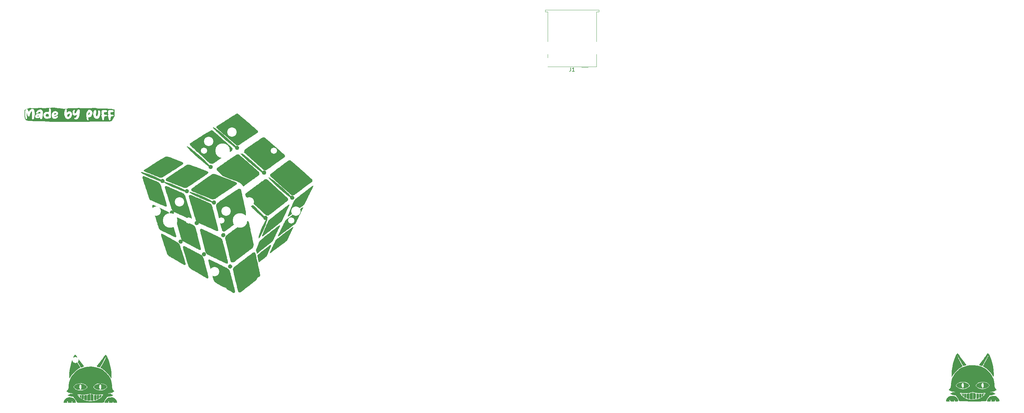
<source format=gto>
G04 #@! TF.GenerationSoftware,KiCad,Pcbnew,(6.0.6)*
G04 #@! TF.CreationDate,2022-07-10T20:54:54+03:00*
G04 #@! TF.ProjectId,Keyboard-60,4b657962-6f61-4726-942d-3630252e6b69,rev?*
G04 #@! TF.SameCoordinates,Original*
G04 #@! TF.FileFunction,Legend,Top*
G04 #@! TF.FilePolarity,Positive*
%FSLAX46Y46*%
G04 Gerber Fmt 4.6, Leading zero omitted, Abs format (unit mm)*
G04 Created by KiCad (PCBNEW (6.0.6)) date 2022-07-10 20:54:54*
%MOMM*%
%LPD*%
G01*
G04 APERTURE LIST*
%ADD10C,0.150000*%
%ADD11C,0.300000*%
%ADD12C,0.120000*%
%ADD13R,1.600000X1.500000*%
%ADD14C,1.600000*%
%ADD15C,3.000000*%
%ADD16C,2.540000*%
%ADD17C,3.987800*%
%ADD18C,1.701800*%
%ADD19C,3.048000*%
G04 APERTURE END LIST*
D10*
D11*
X303657428Y-149438000D02*
X303512285Y-149365428D01*
X303294571Y-149365428D01*
X303076857Y-149438000D01*
X302931714Y-149583142D01*
X302859142Y-149728285D01*
X302786571Y-150018571D01*
X302786571Y-150236285D01*
X302859142Y-150526571D01*
X302931714Y-150671714D01*
X303076857Y-150816857D01*
X303294571Y-150889428D01*
X303439714Y-150889428D01*
X303657428Y-150816857D01*
X303730000Y-150744285D01*
X303730000Y-150236285D01*
X303439714Y-150236285D01*
X304600857Y-149365428D02*
X304600857Y-149728285D01*
X304238000Y-149583142D02*
X304600857Y-149728285D01*
X304963714Y-149583142D01*
X304383142Y-150018571D02*
X304600857Y-149728285D01*
X304818571Y-150018571D01*
X305762000Y-149365428D02*
X305762000Y-149728285D01*
X305399142Y-149583142D02*
X305762000Y-149728285D01*
X306124857Y-149583142D01*
X305544285Y-150018571D02*
X305762000Y-149728285D01*
X305979714Y-150018571D01*
X306923142Y-149365428D02*
X306923142Y-149728285D01*
X306560285Y-149583142D02*
X306923142Y-149728285D01*
X307286000Y-149583142D01*
X306705428Y-150018571D02*
X306923142Y-149728285D01*
X307140857Y-150018571D01*
X100457428Y-103138000D02*
X100312285Y-103065428D01*
X100094571Y-103065428D01*
X99876857Y-103138000D01*
X99731714Y-103283142D01*
X99659142Y-103428285D01*
X99586571Y-103718571D01*
X99586571Y-103936285D01*
X99659142Y-104226571D01*
X99731714Y-104371714D01*
X99876857Y-104516857D01*
X100094571Y-104589428D01*
X100239714Y-104589428D01*
X100457428Y-104516857D01*
X100530000Y-104444285D01*
X100530000Y-103936285D01*
X100239714Y-103936285D01*
X101400857Y-103065428D02*
X101400857Y-103428285D01*
X101038000Y-103283142D02*
X101400857Y-103428285D01*
X101763714Y-103283142D01*
X101183142Y-103718571D02*
X101400857Y-103428285D01*
X101618571Y-103718571D01*
X102562000Y-103065428D02*
X102562000Y-103428285D01*
X102199142Y-103283142D02*
X102562000Y-103428285D01*
X102924857Y-103283142D01*
X102344285Y-103718571D02*
X102562000Y-103428285D01*
X102779714Y-103718571D01*
X103723142Y-103065428D02*
X103723142Y-103428285D01*
X103360285Y-103283142D02*
X103723142Y-103428285D01*
X104086000Y-103283142D01*
X103505428Y-103718571D02*
X103723142Y-103428285D01*
X103940857Y-103718571D01*
X63057428Y-149838000D02*
X62912285Y-149765428D01*
X62694571Y-149765428D01*
X62476857Y-149838000D01*
X62331714Y-149983142D01*
X62259142Y-150128285D01*
X62186571Y-150418571D01*
X62186571Y-150636285D01*
X62259142Y-150926571D01*
X62331714Y-151071714D01*
X62476857Y-151216857D01*
X62694571Y-151289428D01*
X62839714Y-151289428D01*
X63057428Y-151216857D01*
X63130000Y-151144285D01*
X63130000Y-150636285D01*
X62839714Y-150636285D01*
X64000857Y-149765428D02*
X64000857Y-150128285D01*
X63638000Y-149983142D02*
X64000857Y-150128285D01*
X64363714Y-149983142D01*
X63783142Y-150418571D02*
X64000857Y-150128285D01*
X64218571Y-150418571D01*
X65162000Y-149765428D02*
X65162000Y-150128285D01*
X64799142Y-149983142D02*
X65162000Y-150128285D01*
X65524857Y-149983142D01*
X64944285Y-150418571D02*
X65162000Y-150128285D01*
X65379714Y-150418571D01*
X66323142Y-149765428D02*
X66323142Y-150128285D01*
X65960285Y-149983142D02*
X66323142Y-150128285D01*
X66686000Y-149983142D01*
X66105428Y-150418571D02*
X66323142Y-150128285D01*
X66540857Y-150418571D01*
D10*
X195405416Y-66644630D02*
X195405416Y-67358916D01*
X195357797Y-67501773D01*
X195262559Y-67597011D01*
X195119702Y-67644630D01*
X195024464Y-67644630D01*
X196405416Y-67644630D02*
X195833988Y-67644630D01*
X196119702Y-67644630D02*
X196119702Y-66644630D01*
X196024464Y-66787488D01*
X195929226Y-66882726D01*
X195833988Y-66930345D01*
G36*
X52797527Y-79304966D02*
G01*
X52904708Y-79359170D01*
X52982590Y-79434983D01*
X53009411Y-79486740D01*
X53023924Y-79554193D01*
X53032505Y-79647088D01*
X53035318Y-79751415D01*
X53032522Y-79853166D01*
X53024280Y-79938335D01*
X53010753Y-79992913D01*
X53003450Y-80003412D01*
X52957663Y-80019874D01*
X52875625Y-80032720D01*
X52771804Y-80041153D01*
X52660671Y-80044377D01*
X52556695Y-80041594D01*
X52476438Y-80032418D01*
X52342212Y-79987651D01*
X52249338Y-79914144D01*
X52199244Y-79814191D01*
X52193359Y-79690088D01*
X52211261Y-79606266D01*
X52265985Y-79492027D01*
X52351948Y-79390952D01*
X52455578Y-79316151D01*
X52545452Y-79283382D01*
X52673592Y-79277870D01*
X52797527Y-79304966D01*
G37*
G36*
X54959302Y-79095947D02*
G01*
X55028425Y-79129603D01*
X55064625Y-79179938D01*
X55067200Y-79199254D01*
X55044824Y-79261638D01*
X54985066Y-79329909D01*
X54898977Y-79394635D01*
X54797609Y-79446384D01*
X54762954Y-79458920D01*
X54655904Y-79489806D01*
X54584251Y-79499776D01*
X54537235Y-79489135D01*
X54510241Y-79466119D01*
X54495071Y-79429168D01*
X54505417Y-79373843D01*
X54521044Y-79333116D01*
X54585634Y-79216388D01*
X54669324Y-79139842D01*
X54772657Y-79096283D01*
X54869849Y-79083373D01*
X54959302Y-79095947D01*
G37*
G36*
X58726511Y-79223515D02*
G01*
X58773492Y-79274690D01*
X58802565Y-79359572D01*
X58810317Y-79463180D01*
X58799817Y-79545374D01*
X58736993Y-79735630D01*
X58641074Y-79889329D01*
X58540709Y-79987178D01*
X58427091Y-80060723D01*
X58328274Y-80087732D01*
X58239466Y-80068539D01*
X58165346Y-80013254D01*
X58092436Y-79912071D01*
X58069228Y-79803645D01*
X58095798Y-79687455D01*
X58172221Y-79562980D01*
X58242149Y-79483985D01*
X58335074Y-79400546D01*
X58437876Y-79326594D01*
X58540175Y-79267710D01*
X58631592Y-79229475D01*
X58701749Y-79217471D01*
X58726511Y-79223515D01*
G37*
G36*
X50326344Y-79759700D02*
G01*
X50375183Y-79771046D01*
X50387454Y-79787750D01*
X50359713Y-79821974D01*
X50301703Y-79870410D01*
X50227883Y-79923179D01*
X50152711Y-79970401D01*
X50090643Y-80002200D01*
X50062171Y-80010000D01*
X50009564Y-79991733D01*
X49988360Y-79973298D01*
X49964900Y-79910426D01*
X49981341Y-79843461D01*
X50032489Y-79791703D01*
X50038000Y-79788760D01*
X50095830Y-79770410D01*
X50172565Y-79759422D01*
X50254104Y-79755839D01*
X50326344Y-79759700D01*
G37*
G36*
X64140554Y-78839606D02*
G01*
X64183551Y-78883678D01*
X64218265Y-78950670D01*
X64235889Y-79027074D01*
X64236600Y-79044435D01*
X64214268Y-79200359D01*
X64151667Y-79342391D01*
X64055391Y-79459147D01*
X63956740Y-79527634D01*
X63874570Y-79566193D01*
X63828262Y-79574625D01*
X63810232Y-79549131D01*
X63812899Y-79485913D01*
X63816818Y-79457550D01*
X63844369Y-79324388D01*
X63886008Y-79188746D01*
X63937007Y-79061136D01*
X63992639Y-78952075D01*
X64048176Y-78872077D01*
X64098079Y-78831962D01*
X64140554Y-78839606D01*
G37*
G36*
X46481999Y-79304953D02*
G01*
X46482000Y-78258704D01*
X46556572Y-78220141D01*
X46611012Y-78181275D01*
X46681603Y-78116706D01*
X46751917Y-78041689D01*
X46872688Y-77901800D01*
X47049761Y-77901800D01*
X47170870Y-77895986D01*
X47295008Y-77876663D01*
X47434544Y-77841004D01*
X47601846Y-77786182D01*
X47681568Y-77757425D01*
X47852437Y-77694566D01*
X48481668Y-77724228D01*
X48906506Y-77739973D01*
X49284004Y-77744820D01*
X49616447Y-77738719D01*
X49906123Y-77721623D01*
X50155320Y-77693483D01*
X50190400Y-77688141D01*
X50557152Y-77655181D01*
X50937138Y-77669625D01*
X51219100Y-77709849D01*
X51323876Y-77724428D01*
X51456558Y-77735653D01*
X51606275Y-77743395D01*
X51762158Y-77747522D01*
X51913336Y-77747905D01*
X52048939Y-77744412D01*
X52158096Y-77736914D01*
X52229936Y-77725280D01*
X52239796Y-77722099D01*
X52287612Y-77712701D01*
X52376632Y-77703314D01*
X52497268Y-77694638D01*
X52639928Y-77687373D01*
X52781200Y-77682569D01*
X52938315Y-77677422D01*
X53084760Y-77670674D01*
X53210183Y-77662952D01*
X53304233Y-77654880D01*
X53352700Y-77648013D01*
X53404288Y-77641980D01*
X53499059Y-77636124D01*
X53629395Y-77630708D01*
X53787678Y-77625994D01*
X53966292Y-77622246D01*
X54157618Y-77619726D01*
X54178200Y-77619543D01*
X54422443Y-77618210D01*
X54624464Y-77619226D01*
X54792811Y-77623282D01*
X54936036Y-77631073D01*
X55062688Y-77643291D01*
X55181316Y-77660630D01*
X55300472Y-77683783D01*
X55428705Y-77713442D01*
X55473600Y-77724558D01*
X55622216Y-77752222D01*
X55819724Y-77773156D01*
X56064646Y-77787205D01*
X56081539Y-77787853D01*
X56231724Y-77795093D01*
X56363250Y-77804555D01*
X56467023Y-77815373D01*
X56533948Y-77826680D01*
X56551439Y-77832614D01*
X56596997Y-77845093D01*
X56684749Y-77858165D01*
X56806102Y-77871324D01*
X56952461Y-77884066D01*
X57115233Y-77895883D01*
X57285825Y-77906271D01*
X57455642Y-77914723D01*
X57616090Y-77920735D01*
X57758576Y-77923800D01*
X57874506Y-77923412D01*
X57955287Y-77919067D01*
X57974526Y-77916358D01*
X58051783Y-77891049D01*
X58134664Y-77848790D01*
X58149942Y-77838938D01*
X58180399Y-77819478D01*
X58211828Y-77804414D01*
X58251184Y-77792984D01*
X58305421Y-77784427D01*
X58381495Y-77777982D01*
X58486362Y-77772887D01*
X58626974Y-77768380D01*
X58810289Y-77763700D01*
X58844647Y-77762870D01*
X59051281Y-77758294D01*
X59291649Y-77753628D01*
X59548686Y-77749162D01*
X59805329Y-77745186D01*
X60044512Y-77741989D01*
X60134500Y-77740961D01*
X60356648Y-77737949D01*
X60534405Y-77733953D01*
X60674172Y-77728596D01*
X60782353Y-77721500D01*
X60865353Y-77712289D01*
X60929575Y-77700586D01*
X60961482Y-77692292D01*
X61093206Y-77668613D01*
X61250868Y-77662385D01*
X61412978Y-77672865D01*
X61558043Y-77699310D01*
X61607700Y-77714630D01*
X61665310Y-77725063D01*
X61773025Y-77732984D01*
X61930208Y-77738392D01*
X62136225Y-77741284D01*
X62390443Y-77741660D01*
X62692226Y-77739518D01*
X63040939Y-77734857D01*
X63435949Y-77727674D01*
X63792100Y-77719945D01*
X63907832Y-77719963D01*
X64051527Y-77723872D01*
X64200556Y-77730925D01*
X64277760Y-77735958D01*
X64427652Y-77744377D01*
X64536545Y-77744036D01*
X64613527Y-77734676D01*
X64646060Y-77725405D01*
X64701328Y-77713823D01*
X64797839Y-77702528D01*
X64926035Y-77692332D01*
X65076362Y-77684045D01*
X65180198Y-77680105D01*
X65331957Y-77675507D01*
X65450872Y-77673296D01*
X65548740Y-77674665D01*
X65637360Y-77680812D01*
X65728531Y-77692932D01*
X65834051Y-77712221D01*
X65965718Y-77739873D01*
X66133797Y-77776749D01*
X66229778Y-77791727D01*
X66335738Y-77799765D01*
X66360774Y-77800199D01*
X66454137Y-77806844D01*
X66566040Y-77823937D01*
X66637763Y-77839450D01*
X66693872Y-77851345D01*
X66759398Y-77860275D01*
X66840980Y-77866447D01*
X66945260Y-77870069D01*
X67078879Y-77871347D01*
X67248475Y-77870488D01*
X67460691Y-77867699D01*
X67515685Y-77866815D01*
X67704345Y-77863671D01*
X67878179Y-77860707D01*
X68030195Y-77858047D01*
X68153401Y-77855815D01*
X68240805Y-77854137D01*
X68285413Y-77853137D01*
X68287900Y-77853056D01*
X68336674Y-77853188D01*
X68428425Y-77855213D01*
X68555374Y-77858842D01*
X68709745Y-77863788D01*
X68883760Y-77869763D01*
X69069642Y-77876480D01*
X69259615Y-77883651D01*
X69445899Y-77890988D01*
X69620720Y-77898204D01*
X69776298Y-77905010D01*
X69904858Y-77911120D01*
X69998621Y-77916245D01*
X70002400Y-77916479D01*
X70141044Y-77928032D01*
X70252212Y-77943090D01*
X70326686Y-77960232D01*
X70348133Y-77969681D01*
X70393951Y-77988434D01*
X70477365Y-78012666D01*
X70585940Y-78039059D01*
X70691033Y-78061166D01*
X70980300Y-78117700D01*
X70971923Y-78422500D01*
X70970921Y-78557318D01*
X70974805Y-78683674D01*
X70982857Y-78786475D01*
X70991816Y-78841600D01*
X71001357Y-78907174D01*
X71009095Y-79014464D01*
X71014643Y-79154408D01*
X71017613Y-79317941D01*
X71017913Y-79451198D01*
X71016929Y-79621876D01*
X71015148Y-79749285D01*
X71011756Y-79840955D01*
X71005942Y-79904417D01*
X70996894Y-79947201D01*
X70983799Y-79976838D01*
X70965846Y-80000859D01*
X70957656Y-80009998D01*
X70914276Y-80060253D01*
X70872413Y-80116216D01*
X70827576Y-80185363D01*
X70775273Y-80275172D01*
X70711011Y-80393120D01*
X70630300Y-80546684D01*
X70599057Y-80606900D01*
X70513037Y-80770274D01*
X70442664Y-80895751D01*
X70382082Y-80991459D01*
X70325432Y-81065525D01*
X70266859Y-81126077D01*
X70200506Y-81181243D01*
X70167500Y-81205785D01*
X70067351Y-81272743D01*
X69973395Y-81319718D01*
X69870824Y-81351494D01*
X69744834Y-81372857D01*
X69608700Y-81386367D01*
X69544990Y-81389581D01*
X69434250Y-81392849D01*
X69280248Y-81396130D01*
X69086755Y-81399381D01*
X68857538Y-81402562D01*
X68596368Y-81405632D01*
X68307014Y-81408547D01*
X67993245Y-81411268D01*
X67658829Y-81413752D01*
X67307538Y-81415959D01*
X66943139Y-81417846D01*
X66629793Y-81419153D01*
X66126355Y-81421267D01*
X65672715Y-81423692D01*
X65267872Y-81426444D01*
X64910826Y-81429535D01*
X64600577Y-81432980D01*
X64336123Y-81436792D01*
X64116463Y-81440983D01*
X63940597Y-81445569D01*
X63807525Y-81450563D01*
X63716244Y-81455977D01*
X63683393Y-81459151D01*
X63630093Y-81463772D01*
X63549488Y-81467861D01*
X63439709Y-81471428D01*
X63298885Y-81474485D01*
X63125147Y-81477041D01*
X62916623Y-81479108D01*
X62671445Y-81480696D01*
X62387742Y-81481816D01*
X62063643Y-81482478D01*
X61697280Y-81482693D01*
X61286781Y-81482472D01*
X60830276Y-81481825D01*
X60325896Y-81480763D01*
X60020200Y-81479987D01*
X59587150Y-81478974D01*
X59154976Y-81478242D01*
X58727823Y-81477787D01*
X58309836Y-81477600D01*
X57905158Y-81477676D01*
X57517935Y-81478007D01*
X57152312Y-81478587D01*
X56812433Y-81479410D01*
X56502443Y-81480468D01*
X56226486Y-81481756D01*
X55988708Y-81483265D01*
X55793253Y-81484991D01*
X55644265Y-81486926D01*
X55638700Y-81487018D01*
X55384586Y-81490321D01*
X55113965Y-81492147D01*
X54838886Y-81492529D01*
X54571396Y-81491498D01*
X54323544Y-81489089D01*
X54107377Y-81485335D01*
X54000400Y-81482527D01*
X53813880Y-81475835D01*
X53638310Y-81467727D01*
X53481873Y-81458722D01*
X53352754Y-81449340D01*
X53259136Y-81440099D01*
X53213000Y-81432595D01*
X53145120Y-81418553D01*
X53054891Y-81405860D01*
X52939573Y-81394413D01*
X52796430Y-81384106D01*
X52622723Y-81374835D01*
X52415716Y-81366495D01*
X52172670Y-81358982D01*
X51890847Y-81352191D01*
X51567511Y-81346018D01*
X51199924Y-81340357D01*
X50785348Y-81335105D01*
X50609500Y-81333136D01*
X50267435Y-81329375D01*
X49972208Y-81325945D01*
X49719860Y-81322698D01*
X49506431Y-81319484D01*
X49327961Y-81316156D01*
X49180491Y-81312565D01*
X49060061Y-81308564D01*
X48962712Y-81304002D01*
X48884483Y-81298733D01*
X48821416Y-81292607D01*
X48769550Y-81285477D01*
X48724926Y-81277194D01*
X48683585Y-81267609D01*
X48653700Y-81259837D01*
X48564029Y-81238289D01*
X48474336Y-81222946D01*
X48373011Y-81212773D01*
X48248443Y-81206737D01*
X48089020Y-81203804D01*
X48018700Y-81203297D01*
X47793417Y-81200877D01*
X47610415Y-81195407D01*
X47461209Y-81185697D01*
X47337313Y-81170559D01*
X47230242Y-81148803D01*
X47131510Y-81119240D01*
X47032633Y-81080682D01*
X46980963Y-81057873D01*
X46877236Y-81009945D01*
X46808967Y-80973488D01*
X46765314Y-80939066D01*
X46735438Y-80897244D01*
X46708498Y-80838586D01*
X46697151Y-80810842D01*
X46659702Y-80725969D01*
X46623616Y-80655984D01*
X46602542Y-80623741D01*
X46572326Y-80574758D01*
X46537786Y-80500467D01*
X46524404Y-80466350D01*
X46513749Y-80432297D01*
X46505008Y-80390195D01*
X46497999Y-80335026D01*
X46492538Y-80261776D01*
X46488443Y-80165429D01*
X46485530Y-80040969D01*
X46483616Y-79883381D01*
X46482518Y-79687648D01*
X46482098Y-79472462D01*
X46576025Y-79472462D01*
X46587052Y-79718332D01*
X46611217Y-79946187D01*
X46618953Y-79996534D01*
X46663553Y-80232072D01*
X46712296Y-80418140D01*
X46765948Y-80555957D01*
X46825274Y-80646743D01*
X46891042Y-80691714D01*
X46964016Y-80692090D01*
X47034161Y-80656951D01*
X47077056Y-80614781D01*
X47104678Y-80554544D01*
X47118020Y-80468773D01*
X47118073Y-80349998D01*
X47105832Y-80190753D01*
X47101604Y-80149700D01*
X47090196Y-80021503D01*
X47081029Y-79877193D01*
X47074213Y-79725164D01*
X47069856Y-79573811D01*
X47068066Y-79431531D01*
X47068952Y-79306719D01*
X47072622Y-79207769D01*
X47079186Y-79143079D01*
X47088298Y-79121000D01*
X47106730Y-79143327D01*
X47129148Y-79200249D01*
X47140997Y-79241650D01*
X47171215Y-79352111D01*
X47208909Y-79477392D01*
X47249541Y-79603659D01*
X47288570Y-79717078D01*
X47321459Y-79803817D01*
X47336615Y-79837813D01*
X47407881Y-79935900D01*
X47497559Y-79995089D01*
X47596190Y-80012456D01*
X47694314Y-79985080D01*
X47732436Y-79960060D01*
X47775554Y-79918508D01*
X47810581Y-79863485D01*
X47842266Y-79784407D01*
X47875361Y-79670688D01*
X47892423Y-79603600D01*
X47965896Y-79329087D01*
X48040040Y-79095765D01*
X48114067Y-78905188D01*
X48187193Y-78758914D01*
X48258631Y-78658500D01*
X48327596Y-78605502D01*
X48393301Y-78601477D01*
X48397584Y-78603002D01*
X48433622Y-78631757D01*
X48459045Y-78689119D01*
X48474314Y-78779508D01*
X48479887Y-78907345D01*
X48476225Y-79077048D01*
X48465983Y-79260700D01*
X48454157Y-79467995D01*
X48445662Y-79678773D01*
X48440510Y-79885194D01*
X48438711Y-80079419D01*
X48440278Y-80253608D01*
X48445221Y-80399922D01*
X48453551Y-80510523D01*
X48464084Y-80573517D01*
X48506362Y-80660720D01*
X48574104Y-80735702D01*
X48652720Y-80785125D01*
X48708960Y-80797400D01*
X48776243Y-80786381D01*
X48852499Y-80759640D01*
X48857212Y-80757449D01*
X48909820Y-80720932D01*
X48956312Y-80661042D01*
X48999282Y-80571791D01*
X49041326Y-80447190D01*
X49085039Y-80281251D01*
X49109669Y-80174954D01*
X49134608Y-80040586D01*
X49346509Y-80040586D01*
X49382461Y-80186162D01*
X49419987Y-80258254D01*
X49520768Y-80376470D01*
X49650129Y-80454171D01*
X49805819Y-80491217D01*
X49985589Y-80487469D01*
X50187186Y-80442787D01*
X50408360Y-80357029D01*
X50476673Y-80324038D01*
X50573310Y-80278862D01*
X50631999Y-80260380D01*
X50657166Y-80267267D01*
X50658147Y-80269745D01*
X50668175Y-80311245D01*
X50684106Y-80384137D01*
X50696861Y-80445280D01*
X50720509Y-80531381D01*
X50750189Y-80600605D01*
X50769951Y-80628093D01*
X50868958Y-80688044D01*
X50980560Y-80708880D01*
X51089791Y-80690231D01*
X51175108Y-80638084D01*
X51208847Y-80597223D01*
X51240019Y-80536854D01*
X51270529Y-80450763D01*
X51302281Y-80332741D01*
X51337181Y-80176573D01*
X51375491Y-79984600D01*
X51408253Y-79780073D01*
X51422805Y-79644420D01*
X51590540Y-79644420D01*
X51609595Y-79846911D01*
X51666337Y-80043587D01*
X51758863Y-80223708D01*
X51866896Y-80358495D01*
X51969450Y-80440106D01*
X52102135Y-80514414D01*
X52244384Y-80570945D01*
X52325150Y-80591853D01*
X52474262Y-80610345D01*
X52649690Y-80615717D01*
X52828768Y-80608329D01*
X52988832Y-80588536D01*
X53027273Y-80580793D01*
X53221501Y-80530798D01*
X53381183Y-80476312D01*
X53500738Y-80419524D01*
X53569796Y-80367863D01*
X53634493Y-80300133D01*
X53640031Y-79527421D01*
X53853986Y-79527421D01*
X53858106Y-79789477D01*
X53901477Y-80022908D01*
X53983432Y-80226057D01*
X54103309Y-80397264D01*
X54256407Y-80532091D01*
X54406736Y-80617768D01*
X54554374Y-80660171D01*
X54711230Y-80660942D01*
X54889211Y-80621722D01*
X54894659Y-80620051D01*
X55043669Y-80560507D01*
X55181982Y-80480168D01*
X55304914Y-80384892D01*
X55407783Y-80280536D01*
X55485904Y-80172958D01*
X55534593Y-80068014D01*
X55549166Y-79971564D01*
X55524940Y-79889463D01*
X55501968Y-79860568D01*
X55437086Y-79816295D01*
X55366417Y-79812696D01*
X55283375Y-79851055D01*
X55195010Y-79920380D01*
X55091434Y-79996405D01*
X54972698Y-80058651D01*
X54852051Y-80102376D01*
X54742745Y-80122839D01*
X54658031Y-80115297D01*
X54654180Y-80113911D01*
X54603325Y-80082177D01*
X54560671Y-80036163D01*
X54538156Y-79991507D01*
X54542418Y-79967514D01*
X54571976Y-79958587D01*
X54638905Y-79946355D01*
X54730091Y-79933138D01*
X54753366Y-79930172D01*
X54949950Y-79887742D01*
X55134610Y-79813853D01*
X55299304Y-79714163D01*
X55435989Y-79594328D01*
X55536620Y-79460009D01*
X55586247Y-79344247D01*
X55604029Y-79204265D01*
X57310236Y-79204265D01*
X57323053Y-79501499D01*
X57361497Y-79779253D01*
X57413081Y-79988402D01*
X57500248Y-80201327D01*
X57617838Y-80381590D01*
X57761444Y-80525839D01*
X57926655Y-80630725D01*
X58109065Y-80692898D01*
X58304265Y-80709009D01*
X58356500Y-80705246D01*
X58443268Y-80687467D01*
X58552386Y-80653050D01*
X58661333Y-80609175D01*
X58669135Y-80605579D01*
X58851880Y-80498275D01*
X59010140Y-80361655D01*
X59142908Y-80201593D01*
X59249181Y-80023965D01*
X59327952Y-79834645D01*
X59378217Y-79639508D01*
X59398970Y-79444429D01*
X59389206Y-79255282D01*
X59347920Y-79077942D01*
X59276426Y-78923302D01*
X59541886Y-78923302D01*
X59549934Y-79130339D01*
X59594716Y-79321872D01*
X59674040Y-79490638D01*
X59785714Y-79629374D01*
X59871590Y-79698023D01*
X59998894Y-79752912D01*
X60147462Y-79767521D01*
X60309416Y-79743182D01*
X60476877Y-79681224D01*
X60641966Y-79582978D01*
X60668222Y-79563532D01*
X60725357Y-79525451D01*
X60765328Y-79508851D01*
X60773648Y-79510382D01*
X60777106Y-79541456D01*
X60770867Y-79607286D01*
X60757801Y-79685374D01*
X60700477Y-79904378D01*
X60623422Y-80080344D01*
X60527617Y-80212035D01*
X60414041Y-80298216D01*
X60283676Y-80337653D01*
X60237871Y-80340200D01*
X60135491Y-80360260D01*
X60063648Y-80413854D01*
X60026503Y-80491098D01*
X60028215Y-80582112D01*
X60072946Y-80677011D01*
X60087978Y-80696252D01*
X60145717Y-80756577D01*
X60204622Y-80793741D01*
X60278310Y-80811984D01*
X60380397Y-80815549D01*
X60460910Y-80812407D01*
X60591572Y-80800086D01*
X60697692Y-80774910D01*
X60805117Y-80730500D01*
X60817942Y-80724255D01*
X60930850Y-80658200D01*
X61025425Y-80576547D01*
X61109761Y-80469792D01*
X61191952Y-80328429D01*
X61242197Y-80226053D01*
X61335144Y-79987613D01*
X61389069Y-79789279D01*
X63302248Y-79789279D01*
X63314387Y-80020128D01*
X63338970Y-80240913D01*
X63374559Y-80446129D01*
X63419716Y-80630272D01*
X63473001Y-80787837D01*
X63532976Y-80913319D01*
X63598202Y-81001213D01*
X63667240Y-81046015D01*
X63695196Y-81050627D01*
X63740661Y-81042715D01*
X63787329Y-81027813D01*
X63851314Y-80979068D01*
X63882002Y-80893617D01*
X63879616Y-80770583D01*
X63868813Y-80707528D01*
X63847296Y-80592327D01*
X63827359Y-80468155D01*
X63819381Y-80410050D01*
X63801144Y-80264000D01*
X63930606Y-80264000D01*
X64089765Y-80244603D01*
X64256033Y-80191610D01*
X64407066Y-80112813D01*
X64448658Y-80083323D01*
X64607646Y-79933349D01*
X64743550Y-79750669D01*
X64851604Y-79546043D01*
X64927042Y-79330230D01*
X64930338Y-79311500D01*
X65191009Y-79311500D01*
X65194419Y-79505347D01*
X65209570Y-79665505D01*
X65239779Y-79808382D01*
X65288365Y-79950385D01*
X65347234Y-80084019D01*
X65463709Y-80279110D01*
X65610994Y-80442272D01*
X65782593Y-80567580D01*
X65963800Y-80646647D01*
X66122336Y-80668836D01*
X66290716Y-80642994D01*
X66409681Y-80597608D01*
X66570643Y-80494780D01*
X66716400Y-80349389D01*
X66844278Y-80168102D01*
X66951600Y-79957586D01*
X66998668Y-79827131D01*
X67359098Y-79827131D01*
X67402627Y-79906329D01*
X67426393Y-79929344D01*
X67453923Y-79956083D01*
X67475802Y-79988206D01*
X67494524Y-80034047D01*
X67512586Y-80101944D01*
X67532482Y-80200229D01*
X67556707Y-80337240D01*
X67567477Y-80400663D01*
X67601629Y-80590374D01*
X67633268Y-80735699D01*
X67664566Y-80842836D01*
X67697692Y-80917983D01*
X67734819Y-80967338D01*
X67776063Y-80996120D01*
X67845297Y-81021016D01*
X67907229Y-81015774D01*
X67958409Y-80995654D01*
X68000630Y-80971152D01*
X68035303Y-80936058D01*
X68064172Y-80884334D01*
X68088978Y-80809940D01*
X68111463Y-80706836D01*
X68133370Y-80568983D01*
X68156441Y-80390340D01*
X68172391Y-80253840D01*
X68184651Y-80152826D01*
X68195735Y-80073148D01*
X68203929Y-80026656D01*
X68206264Y-80019668D01*
X68233206Y-80012723D01*
X68299351Y-80000486D01*
X68393624Y-79984916D01*
X68467038Y-79973589D01*
X68649656Y-79942666D01*
X68786782Y-79910470D01*
X68883712Y-79874481D01*
X68945739Y-79832185D01*
X68948944Y-79827131D01*
X69137098Y-79827131D01*
X69180627Y-79906329D01*
X69204393Y-79929344D01*
X69231923Y-79956083D01*
X69253802Y-79988206D01*
X69272524Y-80034047D01*
X69290586Y-80101944D01*
X69310482Y-80200229D01*
X69334707Y-80337240D01*
X69345477Y-80400663D01*
X69379629Y-80590374D01*
X69411268Y-80735699D01*
X69442566Y-80842836D01*
X69475692Y-80917983D01*
X69512819Y-80967338D01*
X69554063Y-80996120D01*
X69623297Y-81021016D01*
X69685229Y-81015774D01*
X69736409Y-80995654D01*
X69778630Y-80971152D01*
X69813303Y-80936058D01*
X69842172Y-80884334D01*
X69866978Y-80809940D01*
X69889463Y-80706836D01*
X69911370Y-80568983D01*
X69934441Y-80390340D01*
X69950391Y-80253840D01*
X69962651Y-80152826D01*
X69973735Y-80073148D01*
X69981929Y-80026656D01*
X69984264Y-80019668D01*
X70011206Y-80012723D01*
X70077351Y-80000486D01*
X70171624Y-79984916D01*
X70245038Y-79973589D01*
X70427656Y-79942666D01*
X70564782Y-79910470D01*
X70661712Y-79874481D01*
X70723739Y-79832185D01*
X70756158Y-79781063D01*
X70764400Y-79726663D01*
X70740992Y-79641984D01*
X70676482Y-79576678D01*
X70580666Y-79539693D01*
X70520057Y-79531505D01*
X70423582Y-79521999D01*
X70306108Y-79512531D01*
X70217299Y-79506526D01*
X69938900Y-79489300D01*
X69909574Y-79286100D01*
X69894162Y-79171675D01*
X69880987Y-79060274D01*
X69872697Y-78974444D01*
X69872271Y-78968600D01*
X69864293Y-78854300D01*
X70079396Y-78836669D01*
X70282024Y-78816473D01*
X70439683Y-78792167D01*
X70558132Y-78762350D01*
X70643130Y-78725622D01*
X70694153Y-78687154D01*
X70752176Y-78599813D01*
X70760350Y-78506545D01*
X70718564Y-78411749D01*
X70701579Y-78389840D01*
X70652243Y-78342216D01*
X70590006Y-78305771D01*
X70508096Y-78279198D01*
X70399741Y-78261190D01*
X70258169Y-78250439D01*
X70076608Y-78245639D01*
X69951600Y-78245065D01*
X69769263Y-78246328D01*
X69629914Y-78251081D01*
X69525765Y-78261280D01*
X69449028Y-78278880D01*
X69391913Y-78305836D01*
X69346633Y-78344106D01*
X69305398Y-78395643D01*
X69295516Y-78409800D01*
X69234437Y-78498700D01*
X69250505Y-79043006D01*
X69266573Y-79587313D01*
X69199511Y-79657310D01*
X69143369Y-79742769D01*
X69137098Y-79827131D01*
X68948944Y-79827131D01*
X68978158Y-79781063D01*
X68986400Y-79726663D01*
X68962992Y-79641984D01*
X68898482Y-79576678D01*
X68802666Y-79539693D01*
X68742057Y-79531505D01*
X68645582Y-79521999D01*
X68528108Y-79512531D01*
X68439299Y-79506526D01*
X68160900Y-79489300D01*
X68131574Y-79286100D01*
X68116162Y-79171675D01*
X68102987Y-79060274D01*
X68094697Y-78974444D01*
X68094271Y-78968600D01*
X68086293Y-78854300D01*
X68301396Y-78836669D01*
X68504024Y-78816473D01*
X68661683Y-78792167D01*
X68780132Y-78762350D01*
X68865130Y-78725622D01*
X68916153Y-78687154D01*
X68974176Y-78599813D01*
X68982350Y-78506545D01*
X68940564Y-78411749D01*
X68923579Y-78389840D01*
X68874243Y-78342216D01*
X68812006Y-78305771D01*
X68730096Y-78279198D01*
X68621741Y-78261190D01*
X68480169Y-78250439D01*
X68298608Y-78245639D01*
X68173600Y-78245065D01*
X67991263Y-78246328D01*
X67851914Y-78251081D01*
X67747765Y-78261280D01*
X67671028Y-78278880D01*
X67613913Y-78305836D01*
X67568633Y-78344106D01*
X67527398Y-78395643D01*
X67517516Y-78409800D01*
X67456437Y-78498700D01*
X67472505Y-79043006D01*
X67488573Y-79587313D01*
X67421511Y-79657310D01*
X67365369Y-79742769D01*
X67359098Y-79827131D01*
X66998668Y-79827131D01*
X67035694Y-79724509D01*
X67093882Y-79475536D01*
X67123492Y-79217336D01*
X67121846Y-78956576D01*
X67111307Y-78848803D01*
X67092331Y-78728026D01*
X67067846Y-78612883D01*
X67042039Y-78521992D01*
X67031940Y-78495813D01*
X66964109Y-78389635D01*
X66876561Y-78320911D01*
X66778477Y-78291957D01*
X66679041Y-78305086D01*
X66587436Y-78362613D01*
X66570906Y-78379602D01*
X66547879Y-78406654D01*
X66530690Y-78434639D01*
X66518207Y-78471352D01*
X66509297Y-78524592D01*
X66502827Y-78602153D01*
X66497664Y-78711835D01*
X66492675Y-78861433D01*
X66490513Y-78932934D01*
X66483700Y-79121874D01*
X66475427Y-79268966D01*
X66464796Y-79383163D01*
X66450907Y-79473414D01*
X66432860Y-79548669D01*
X66426545Y-79569520D01*
X66367115Y-79720984D01*
X66299066Y-79831524D01*
X66225095Y-79898663D01*
X66147904Y-79919924D01*
X66072549Y-79894399D01*
X66002116Y-79818538D01*
X65955528Y-79700901D01*
X65933165Y-79544764D01*
X65935406Y-79353405D01*
X65962630Y-79130103D01*
X65975702Y-79057500D01*
X66008809Y-78872288D01*
X66028239Y-78727904D01*
X66034394Y-78616367D01*
X66027675Y-78529695D01*
X66008486Y-78459906D01*
X66006081Y-78453989D01*
X65941106Y-78355344D01*
X65848460Y-78289573D01*
X65740529Y-78264395D01*
X65704639Y-78266189D01*
X65600351Y-78294192D01*
X65509112Y-78353943D01*
X65427180Y-78450005D01*
X65350814Y-78586938D01*
X65276275Y-78769307D01*
X65264096Y-78803500D01*
X65232135Y-78901213D01*
X65211172Y-78986849D01*
X65198869Y-79076661D01*
X65192887Y-79186899D01*
X65191009Y-79311500D01*
X64930338Y-79311500D01*
X64965099Y-79113987D01*
X64962832Y-78922479D01*
X64919368Y-78728974D01*
X64841262Y-78560812D01*
X64734530Y-78420381D01*
X64605184Y-78310073D01*
X64459240Y-78232274D01*
X64302712Y-78189376D01*
X64141614Y-78183766D01*
X63981961Y-78217835D01*
X63829767Y-78293970D01*
X63691047Y-78414562D01*
X63689246Y-78416559D01*
X63550475Y-78600036D01*
X63444084Y-78807892D01*
X63368332Y-79045266D01*
X63321480Y-79317293D01*
X63303993Y-79553871D01*
X63302248Y-79789279D01*
X61389069Y-79789279D01*
X61411152Y-79708061D01*
X61468899Y-79394625D01*
X61507059Y-79054532D01*
X61524309Y-78695013D01*
X61524473Y-78685031D01*
X61525789Y-78540894D01*
X61523865Y-78437920D01*
X61517779Y-78366528D01*
X61506609Y-78317133D01*
X61489436Y-78280154D01*
X61484845Y-78272862D01*
X61398262Y-78182111D01*
X61287359Y-78125524D01*
X61165617Y-78106422D01*
X61046520Y-78128129D01*
X60996662Y-78152534D01*
X60934878Y-78209889D01*
X60865625Y-78308266D01*
X60821017Y-78387389D01*
X60707774Y-78590394D01*
X60595160Y-78766480D01*
X60486538Y-78911602D01*
X60385271Y-79021714D01*
X60294723Y-79092772D01*
X60218258Y-79120729D01*
X60211062Y-79121000D01*
X60169224Y-79116561D01*
X60137865Y-79099635D01*
X60116402Y-79064802D01*
X60104253Y-79006646D01*
X60100834Y-78919748D01*
X60105562Y-78798692D01*
X60117855Y-78638058D01*
X60137059Y-78433157D01*
X60144664Y-78342656D01*
X60142688Y-78287210D01*
X60127269Y-78251399D01*
X60094543Y-78219799D01*
X60080882Y-78208921D01*
X59994234Y-78167048D01*
X59905852Y-78172441D01*
X59819074Y-78221817D01*
X59737241Y-78311897D01*
X59663694Y-78439400D01*
X59601772Y-78601045D01*
X59572765Y-78708023D01*
X59541886Y-78923302D01*
X59276426Y-78923302D01*
X59274107Y-78918285D01*
X59166761Y-78782184D01*
X59024877Y-78675516D01*
X59001534Y-78662922D01*
X58839104Y-78607086D01*
X58661158Y-78596400D01*
X58473238Y-78629780D01*
X58280884Y-78706143D01*
X58089636Y-78824406D01*
X58059769Y-78846944D01*
X57966238Y-78919345D01*
X57950100Y-78075085D01*
X57878833Y-78013842D01*
X57784588Y-77961931D01*
X57684986Y-77955601D01*
X57591012Y-77992334D01*
X57513651Y-78069611D01*
X57494459Y-78101984D01*
X57454806Y-78201252D01*
X57415752Y-78340187D01*
X57379659Y-78507688D01*
X57348894Y-78692654D01*
X57325820Y-78883984D01*
X57324178Y-78901398D01*
X57310236Y-79204265D01*
X55604029Y-79204265D01*
X55606201Y-79187168D01*
X55579274Y-79032285D01*
X55509194Y-78886195D01*
X55399688Y-78755496D01*
X55254486Y-78646786D01*
X55166466Y-78601297D01*
X55082863Y-78566587D01*
X55011779Y-78546786D01*
X54934089Y-78538822D01*
X54830671Y-78539620D01*
X54791881Y-78541105D01*
X54570514Y-78571294D01*
X54377668Y-78642858D01*
X54211743Y-78756889D01*
X54071137Y-78914477D01*
X53957280Y-79110294D01*
X53909262Y-79219441D01*
X53879663Y-79313213D01*
X53862785Y-79414629D01*
X53853986Y-79527421D01*
X53640031Y-79527421D01*
X53641040Y-79386716D01*
X53642219Y-79071009D01*
X53640701Y-78801964D01*
X53636219Y-78575501D01*
X53628509Y-78387541D01*
X53617304Y-78234004D01*
X53602340Y-78110812D01*
X53583351Y-78013883D01*
X53560071Y-77939139D01*
X53544590Y-77904525D01*
X53491315Y-77816102D01*
X53436967Y-77768395D01*
X53368815Y-77752675D01*
X53325245Y-77754111D01*
X53267402Y-77762871D01*
X53222542Y-77782294D01*
X53188358Y-77818599D01*
X53162541Y-77878007D01*
X53142786Y-77966740D01*
X53126784Y-78091019D01*
X53112227Y-78257065D01*
X53105589Y-78346300D01*
X53094292Y-78513227D01*
X53084826Y-78635565D01*
X53072478Y-78719101D01*
X53052534Y-78769623D01*
X53020283Y-78792918D01*
X52971012Y-78794773D01*
X52900008Y-78780977D01*
X52802558Y-78757315D01*
X52775962Y-78751099D01*
X52672498Y-78729054D01*
X52594471Y-78719452D01*
X52520011Y-78722025D01*
X52427249Y-78736505D01*
X52376878Y-78746209D01*
X52164996Y-78803399D01*
X51992354Y-78886372D01*
X51851678Y-79000488D01*
X51735694Y-79151110D01*
X51673105Y-79264956D01*
X51611075Y-79446855D01*
X51590540Y-79644420D01*
X51422805Y-79644420D01*
X51431575Y-79562664D01*
X51445260Y-79342840D01*
X51449113Y-79131069D01*
X51442938Y-78937816D01*
X51426539Y-78773550D01*
X51400458Y-78651100D01*
X51319817Y-78452824D01*
X51214598Y-78299003D01*
X51084805Y-78189638D01*
X50981959Y-78140468D01*
X50825408Y-78109867D01*
X50651231Y-78118868D01*
X50467501Y-78163251D01*
X50282291Y-78238800D01*
X50103677Y-78341296D01*
X49939731Y-78466521D01*
X49798527Y-78610258D01*
X49688140Y-78768289D01*
X49654759Y-78833818D01*
X49619139Y-78922202D01*
X49608481Y-78986814D01*
X49621165Y-79047172D01*
X49634400Y-79078903D01*
X49689144Y-79144766D01*
X49772649Y-79187547D01*
X49835810Y-79197200D01*
X49873913Y-79180698D01*
X49938608Y-79136045D01*
X50020081Y-79070518D01*
X50089551Y-79009057D01*
X50249696Y-78872547D01*
X50387287Y-78779484D01*
X50504554Y-78728972D01*
X50603725Y-78720111D01*
X50687029Y-78752004D01*
X50701303Y-78762643D01*
X50732628Y-78794852D01*
X50752098Y-78838049D01*
X50763534Y-78905681D01*
X50770504Y-79006136D01*
X50772538Y-79101664D01*
X50768958Y-79176944D01*
X50760542Y-79218109D01*
X50758436Y-79220950D01*
X50724614Y-79226920D01*
X50653884Y-79225806D01*
X50559587Y-79217996D01*
X50527248Y-79214225D01*
X50400009Y-79201967D01*
X50295414Y-79202699D01*
X50186720Y-79217518D01*
X50120848Y-79230907D01*
X49896017Y-79293894D01*
X49714640Y-79377184D01*
X49572451Y-79483673D01*
X49465179Y-79616254D01*
X49416172Y-79708703D01*
X49357754Y-79882499D01*
X49346509Y-80040586D01*
X49134608Y-80040586D01*
X49165208Y-79875714D01*
X49200294Y-79571485D01*
X49215100Y-79270840D01*
X49209804Y-78982349D01*
X49184580Y-78714584D01*
X49139603Y-78476116D01*
X49075050Y-78275516D01*
X49070561Y-78264877D01*
X48989301Y-78127558D01*
X48877873Y-78012798D01*
X48747110Y-77928515D01*
X48607842Y-77882630D01*
X48539400Y-77876561D01*
X48460271Y-77891980D01*
X48356474Y-77933675D01*
X48241547Y-77994448D01*
X48129033Y-78067099D01*
X48032471Y-78144429D01*
X48028284Y-78148309D01*
X47894253Y-78293476D01*
X47770090Y-78464222D01*
X47672831Y-78636927D01*
X47667476Y-78648467D01*
X47637453Y-78704801D01*
X47612402Y-78722712D01*
X47587722Y-78699187D01*
X47558812Y-78631215D01*
X47535709Y-78562200D01*
X47473740Y-78397043D01*
X47397910Y-78238347D01*
X47317984Y-78106127D01*
X47303345Y-78085923D01*
X47205837Y-77988208D01*
X47100672Y-77938394D01*
X46994291Y-77935579D01*
X46893133Y-77978859D01*
X46803638Y-78067329D01*
X46747541Y-78163894D01*
X46694074Y-78313490D01*
X46649650Y-78503460D01*
X46614950Y-78724075D01*
X46590657Y-78965601D01*
X46577455Y-79218308D01*
X46576025Y-79472462D01*
X46482098Y-79472462D01*
X46482052Y-79448755D01*
X46481999Y-79304953D01*
G37*
G36*
X304023775Y-155659796D02*
G01*
X304053899Y-155761250D01*
X304066200Y-155967295D01*
X304068655Y-156308103D01*
X304068666Y-156370791D01*
X304066578Y-156734458D01*
X304054999Y-156960860D01*
X304025957Y-157082058D01*
X303971481Y-157130115D01*
X303883597Y-157137091D01*
X303878166Y-157136936D01*
X303645984Y-157094499D01*
X303497166Y-157039331D01*
X303398186Y-156975122D01*
X303340864Y-156873885D01*
X303314095Y-156694001D01*
X303306775Y-156393853D01*
X303306666Y-156325395D01*
X303310075Y-156005916D01*
X303327624Y-155819804D01*
X303370300Y-155731118D01*
X303449088Y-155703920D01*
X303497166Y-155702177D01*
X303742368Y-155678142D01*
X303878166Y-155649969D01*
X303967856Y-155632760D01*
X304023775Y-155659796D01*
G37*
G36*
X301929479Y-155689198D02*
G01*
X301952000Y-155788000D01*
X301920640Y-155925642D01*
X301877208Y-155957333D01*
X301798158Y-155886871D01*
X301758134Y-155788000D01*
X301764904Y-155646543D01*
X301832926Y-155618666D01*
X301929479Y-155689198D01*
G37*
G36*
X308250270Y-155680899D02*
G01*
X308241865Y-155788000D01*
X308174850Y-155925255D01*
X308122791Y-155957333D01*
X308061997Y-155886334D01*
X308048000Y-155788000D01*
X308097597Y-155650693D01*
X308167073Y-155618666D01*
X308250270Y-155680899D01*
G37*
G36*
X299876543Y-156357263D02*
G01*
X300332036Y-156530438D01*
X300687896Y-156799599D01*
X300923835Y-157148821D01*
X301019563Y-157562179D01*
X301020666Y-157613845D01*
X301007819Y-157731980D01*
X300941704Y-157793498D01*
X300780959Y-157816708D01*
X300555000Y-157820000D01*
X300288769Y-157815607D01*
X300150195Y-157787574D01*
X300097606Y-157713618D01*
X300089333Y-157571456D01*
X300089333Y-157570996D01*
X300063234Y-157375468D01*
X300004666Y-157269666D01*
X299947054Y-157305436D01*
X299920624Y-157477923D01*
X299920000Y-157518669D01*
X299920000Y-157820000D01*
X299422583Y-157820000D01*
X299143781Y-157815413D01*
X298989716Y-157787884D01*
X298915803Y-157716756D01*
X298877462Y-157581373D01*
X298874366Y-157566000D01*
X298810647Y-157387921D01*
X298727720Y-157312030D01*
X298726200Y-157312000D01*
X298665712Y-157384932D01*
X298679633Y-157566000D01*
X298730433Y-157820000D01*
X298224550Y-157820000D01*
X297943901Y-157815768D01*
X297792652Y-157791434D01*
X297730888Y-157729537D01*
X297718696Y-157612615D01*
X297718666Y-157598694D01*
X297789845Y-157281443D01*
X297980430Y-156946246D01*
X298255989Y-156645928D01*
X298420748Y-156521526D01*
X298653093Y-156391779D01*
X298885209Y-156322914D01*
X299187407Y-156297712D01*
X299341705Y-156296000D01*
X299876543Y-156357263D01*
G37*
G36*
X299115666Y-155545528D02*
G01*
X299308450Y-155453999D01*
X299408195Y-155364021D01*
X299411999Y-155348250D01*
X299493256Y-155299480D01*
X299732849Y-155290972D01*
X299941166Y-155304625D01*
X300470333Y-155351122D01*
X300047000Y-155239022D01*
X299750167Y-155170996D01*
X299481925Y-155126766D01*
X299389018Y-155118794D01*
X299216597Y-155076335D01*
X298987836Y-154976915D01*
X298754579Y-154849269D01*
X298568669Y-154722138D01*
X298481951Y-154624258D01*
X298480666Y-154615277D01*
X298537958Y-154530840D01*
X298676059Y-154396277D01*
X298679030Y-154393695D01*
X298865025Y-154201286D01*
X298983501Y-153984386D01*
X299047981Y-153700014D01*
X299067866Y-153372972D01*
X300443059Y-153372972D01*
X300479277Y-153633993D01*
X300681597Y-153890059D01*
X301048989Y-154137222D01*
X301232333Y-154228297D01*
X301751047Y-154386555D01*
X302334475Y-154430780D01*
X302921135Y-154359848D01*
X303239990Y-154264996D01*
X303654000Y-154070273D01*
X303972155Y-153841728D01*
X304161099Y-153604244D01*
X304177723Y-153565444D01*
X304175873Y-153550634D01*
X305857986Y-153550634D01*
X305978723Y-153794924D01*
X306079500Y-153895399D01*
X306517942Y-154173061D01*
X307050327Y-154352330D01*
X307628636Y-154427121D01*
X308204852Y-154391347D01*
X308730954Y-154238922D01*
X308744085Y-154233100D01*
X309181726Y-153993511D01*
X309454943Y-153742844D01*
X309562653Y-153485002D01*
X309503776Y-153223886D01*
X309277230Y-152963400D01*
X309126949Y-152851856D01*
X308624654Y-152612279D01*
X308021293Y-152499591D01*
X307310087Y-152512559D01*
X307277068Y-152515907D01*
X306882420Y-152577822D01*
X306580089Y-152688831D01*
X306293721Y-152883029D01*
X306121833Y-153031775D01*
X305905642Y-153297214D01*
X305857986Y-153550634D01*
X304175873Y-153550634D01*
X304157547Y-153403934D01*
X304028608Y-153191082D01*
X303824598Y-152967089D01*
X303579209Y-152772156D01*
X303450333Y-152697553D01*
X302994396Y-152546633D01*
X302456874Y-152487091D01*
X301894102Y-152515555D01*
X301362415Y-152628652D01*
X300918148Y-152823008D01*
X300873050Y-152851856D01*
X300573973Y-153110944D01*
X300443059Y-153372972D01*
X299067866Y-153372972D01*
X299071987Y-153305193D01*
X299073333Y-153140549D01*
X299151558Y-152343702D01*
X299375036Y-151544528D01*
X299726974Y-150789836D01*
X300127592Y-150202152D01*
X300312179Y-149993056D01*
X300570400Y-149722961D01*
X300856588Y-149437342D01*
X301125080Y-149181673D01*
X301330209Y-149001428D01*
X301345707Y-148989124D01*
X301883230Y-148648185D01*
X302547301Y-148355915D01*
X303298684Y-148126499D01*
X304098143Y-147974123D01*
X304183670Y-147963122D01*
X305261609Y-147910624D01*
X306298572Y-148022366D01*
X307294296Y-148298305D01*
X307978422Y-148595048D01*
X308300532Y-148764661D01*
X308557348Y-148925234D01*
X308798821Y-149114157D01*
X309074904Y-149368821D01*
X309274203Y-149565000D01*
X309603506Y-149901848D01*
X309846337Y-150177189D01*
X310042817Y-150441976D01*
X310233071Y-150747161D01*
X310309333Y-150879485D01*
X310669017Y-151647896D01*
X310871290Y-152423047D01*
X310926666Y-153140549D01*
X310940127Y-153582038D01*
X310989525Y-153898663D01*
X311088384Y-154133402D01*
X311250227Y-154329235D01*
X311320969Y-154393695D01*
X311460079Y-154528649D01*
X311519311Y-154614516D01*
X311519333Y-154615277D01*
X311449124Y-154707313D01*
X311273060Y-154832294D01*
X311042985Y-154961483D01*
X310810743Y-155066141D01*
X310628177Y-155117531D01*
X310610981Y-155118794D01*
X310389018Y-155145564D01*
X310094799Y-155204108D01*
X309953000Y-155239022D01*
X309529666Y-155351122D01*
X310058833Y-155304625D01*
X310387116Y-155289618D01*
X310560687Y-155315171D01*
X310588000Y-155348250D01*
X310659738Y-155432821D01*
X310836998Y-155527254D01*
X310884333Y-155545528D01*
X311076469Y-155627205D01*
X311176573Y-155693578D01*
X311180666Y-155703470D01*
X311105264Y-155792626D01*
X310910434Y-155895887D01*
X310643246Y-155996480D01*
X310350767Y-156077632D01*
X310080065Y-156122573D01*
X309993068Y-156126666D01*
X309735232Y-156143861D01*
X309590359Y-156189908D01*
X309572000Y-156219507D01*
X309519665Y-156328760D01*
X309384086Y-156516481D01*
X309238808Y-156690874D01*
X309045412Y-156941862D01*
X308900843Y-157186623D01*
X308851104Y-157317594D01*
X308822869Y-157437615D01*
X308785650Y-157536815D01*
X308724306Y-157617150D01*
X308623694Y-157680573D01*
X308468672Y-157729038D01*
X308244098Y-157764499D01*
X307934830Y-157788910D01*
X307525726Y-157804226D01*
X307001644Y-157812400D01*
X306347442Y-157815387D01*
X305547978Y-157815140D01*
X305002327Y-157814269D01*
X304046763Y-157810428D01*
X303227249Y-157802421D01*
X302549872Y-157790408D01*
X302020718Y-157774547D01*
X301645873Y-157754997D01*
X301431424Y-157731916D01*
X301388134Y-157720071D01*
X301230160Y-157561217D01*
X301152623Y-157350980D01*
X301062817Y-157126871D01*
X300884572Y-156849308D01*
X300724205Y-156652407D01*
X300541897Y-156433957D01*
X300426273Y-156264263D01*
X300402326Y-156180561D01*
X300359090Y-156149779D01*
X300189399Y-156130269D01*
X300045850Y-156126666D01*
X299802702Y-156100767D01*
X299513979Y-156033779D01*
X299226426Y-155941761D01*
X298986788Y-155840774D01*
X298841809Y-155746881D01*
X298819333Y-155705249D01*
X298890543Y-155645411D01*
X299018417Y-155586281D01*
X301556582Y-155586281D01*
X301639283Y-155784158D01*
X301790209Y-156018945D01*
X301936795Y-156195056D01*
X302231541Y-156454126D01*
X302622500Y-156723365D01*
X303044153Y-156962768D01*
X303430984Y-157132330D01*
X303516641Y-157159715D01*
X304245860Y-157304895D01*
X305033205Y-157351115D01*
X305810160Y-157297992D01*
X306406162Y-157175886D01*
X306844198Y-157009272D01*
X307310561Y-156763715D01*
X307740221Y-156477705D01*
X308063204Y-156195056D01*
X308250833Y-155961869D01*
X308387526Y-155731871D01*
X308450568Y-155549367D01*
X308435174Y-155469619D01*
X308337630Y-155463581D01*
X308121064Y-155486987D01*
X307832235Y-155534773D01*
X307830376Y-155535124D01*
X307209204Y-155600941D01*
X306540802Y-155585458D01*
X305899119Y-155493572D01*
X305486833Y-155379930D01*
X305000000Y-155208149D01*
X304513166Y-155379930D01*
X303938431Y-155524942D01*
X303282524Y-155597157D01*
X302619396Y-155591679D01*
X302169623Y-155535124D01*
X301880502Y-155487207D01*
X301663362Y-155463639D01*
X301564962Y-155469485D01*
X301564825Y-155469619D01*
X301556582Y-155586281D01*
X299018417Y-155586281D01*
X299066664Y-155563971D01*
X299115666Y-155545528D01*
G37*
G36*
X307370666Y-156164199D02*
G01*
X307357780Y-156452321D01*
X307307582Y-156626803D01*
X307202768Y-156742153D01*
X307182494Y-156756865D01*
X306992083Y-156869926D01*
X306871677Y-156874847D01*
X306806201Y-156754453D01*
X306780578Y-156491566D01*
X306778000Y-156296000D01*
X306778000Y-155703333D01*
X307370666Y-155703333D01*
X307370666Y-156164199D01*
G37*
G36*
X306013991Y-153294085D02*
G01*
X306218379Y-153062355D01*
X306547204Y-152855490D01*
X306955662Y-152692760D01*
X307398952Y-152593433D01*
X307693007Y-152571951D01*
X308156028Y-152611236D01*
X308611716Y-152721155D01*
X309014261Y-152885028D01*
X309317850Y-153086180D01*
X309422536Y-153201587D01*
X309484136Y-153418793D01*
X309385877Y-153652695D01*
X309135047Y-153892878D01*
X308792206Y-154102039D01*
X308447572Y-154214549D01*
X308001565Y-154269603D01*
X307511605Y-154268555D01*
X307035112Y-154212753D01*
X306629507Y-154103551D01*
X306505732Y-154048241D01*
X306166220Y-153830999D01*
X305990784Y-153614823D01*
X305984082Y-153523711D01*
X307405096Y-153523711D01*
X307422285Y-153646923D01*
X307526585Y-153973280D01*
X307641042Y-154135078D01*
X307760925Y-154131010D01*
X307881506Y-153959772D01*
X307947081Y-153791854D01*
X307999401Y-153508009D01*
X307987942Y-153214198D01*
X307923264Y-152957601D01*
X307815921Y-152785400D01*
X307711731Y-152740000D01*
X307592619Y-152815745D01*
X307490420Y-153007297D01*
X307422218Y-153261128D01*
X307405096Y-153523711D01*
X305984082Y-153523711D01*
X305974394Y-153392001D01*
X306013991Y-153294085D01*
G37*
G36*
X303222000Y-156296000D02*
G01*
X303210961Y-156638584D01*
X303167796Y-156829872D01*
X303077429Y-156887039D01*
X302924785Y-156827263D01*
X302817505Y-156756865D01*
X302703550Y-156645486D01*
X302646664Y-156482700D01*
X302629542Y-156213999D01*
X302629333Y-156164199D01*
X302629333Y-155703333D01*
X303222000Y-155703333D01*
X303222000Y-156296000D01*
G37*
G36*
X309264420Y-144686118D02*
G01*
X309391166Y-144888483D01*
X309548621Y-145189110D01*
X309721989Y-145558016D01*
X309896471Y-145965216D01*
X310057271Y-146380725D01*
X310060639Y-146390000D01*
X310359472Y-147355574D01*
X310579805Y-148367687D01*
X310712242Y-149370448D01*
X310747389Y-150307968D01*
X310743255Y-150450781D01*
X310715000Y-151167229D01*
X310355802Y-150615187D01*
X310007622Y-150138618D01*
X309590812Y-149660782D01*
X309136741Y-149210584D01*
X308676777Y-148816925D01*
X308242289Y-148508710D01*
X307864646Y-148314839D01*
X307855582Y-148311480D01*
X307756581Y-148249320D01*
X307773912Y-148139302D01*
X307813249Y-148064088D01*
X307909711Y-147903450D01*
X307963333Y-147829333D01*
X308025896Y-147734898D01*
X308134442Y-147545930D01*
X308187705Y-147448333D01*
X308354157Y-147143465D01*
X308531631Y-146825131D01*
X308562290Y-146771000D01*
X308773756Y-146387952D01*
X308965136Y-146021076D01*
X309121969Y-145700384D01*
X309229792Y-145455885D01*
X309274143Y-145317591D01*
X309271502Y-145299280D01*
X309222869Y-145288637D01*
X309152736Y-145354549D01*
X309047950Y-145516972D01*
X308895356Y-145795863D01*
X308719965Y-146136000D01*
X308568091Y-146425781D01*
X308378306Y-146775158D01*
X308170910Y-147148270D01*
X307966200Y-147509255D01*
X307784476Y-147822255D01*
X307646035Y-148051408D01*
X307579040Y-148151607D01*
X307494640Y-148142113D01*
X307299286Y-148090053D01*
X307127907Y-148036650D01*
X306871313Y-147937915D01*
X306764261Y-147836740D01*
X306799440Y-147698129D01*
X306969541Y-147487087D01*
X307005030Y-147448333D01*
X307129668Y-147299648D01*
X307316770Y-147060931D01*
X307529523Y-146779324D01*
X307567002Y-146728666D01*
X307773903Y-146449928D01*
X307954216Y-146210341D01*
X308074582Y-146054160D01*
X308088662Y-146036660D01*
X308187015Y-145905040D01*
X308351147Y-145673958D01*
X308552156Y-145384343D01*
X308641716Y-145253493D01*
X308844785Y-144971221D01*
X309022670Y-144752284D01*
X309148600Y-144628396D01*
X309183182Y-144611999D01*
X309264420Y-144686118D01*
G37*
G36*
X300577463Y-153201587D02*
G01*
X300810434Y-152987496D01*
X301166515Y-152801889D01*
X301599893Y-152661445D01*
X302064758Y-152582841D01*
X302306992Y-152571951D01*
X302748557Y-152618042D01*
X303185297Y-152740441D01*
X303572409Y-152919880D01*
X303865088Y-153137089D01*
X303986008Y-153294085D01*
X304035696Y-153520291D01*
X303930135Y-153735575D01*
X303663763Y-153948203D01*
X303475774Y-154052447D01*
X303244172Y-154157252D01*
X303020841Y-154220549D01*
X302750973Y-154251801D01*
X302379761Y-154260472D01*
X302272314Y-154260258D01*
X301835321Y-154248068D01*
X301522774Y-154211999D01*
X301290673Y-154145461D01*
X301190000Y-154098151D01*
X300814925Y-153855975D01*
X300587709Y-153613548D01*
X300559694Y-153523711D01*
X301986430Y-153523711D01*
X302003618Y-153646923D01*
X302107919Y-153973280D01*
X302222375Y-154135078D01*
X302342258Y-154131010D01*
X302462840Y-153959772D01*
X302528415Y-153791854D01*
X302580734Y-153508009D01*
X302569276Y-153214198D01*
X302504597Y-152957601D01*
X302397254Y-152785400D01*
X302293064Y-152740000D01*
X302173952Y-152815745D01*
X302071753Y-153007297D01*
X302003551Y-153261128D01*
X301986430Y-153523711D01*
X300559694Y-153523711D01*
X300515123Y-153380781D01*
X300577463Y-153201587D01*
G37*
G36*
X311178541Y-156327224D02*
G01*
X311376732Y-156391011D01*
X311709798Y-156626103D01*
X311994546Y-156943791D01*
X312196376Y-157295499D01*
X312280691Y-157632653D01*
X312281333Y-157661006D01*
X312259938Y-157749790D01*
X312170498Y-157797998D01*
X311975127Y-157817347D01*
X311767274Y-157820000D01*
X311484498Y-157816104D01*
X311333649Y-157793779D01*
X311277336Y-157737070D01*
X311278171Y-157630018D01*
X311280440Y-157612238D01*
X311271450Y-157445880D01*
X311223000Y-157379404D01*
X311153796Y-157433009D01*
X311111542Y-157587166D01*
X311086805Y-157716770D01*
X311022546Y-157786366D01*
X310876458Y-157814568D01*
X310606236Y-157819992D01*
X310582376Y-157820000D01*
X310080000Y-157820000D01*
X310080000Y-157518669D01*
X310059944Y-157326021D01*
X310006890Y-157264747D01*
X309995333Y-157269666D01*
X309934333Y-157384122D01*
X309910666Y-157570996D01*
X309903862Y-157707909D01*
X309857078Y-157782339D01*
X309730759Y-157813331D01*
X309485348Y-157819929D01*
X309393488Y-157820000D01*
X309110115Y-157816656D01*
X308960641Y-157796064D01*
X308909635Y-157742379D01*
X308921668Y-157639760D01*
X308928497Y-157612067D01*
X309080093Y-157163118D01*
X309296256Y-156831368D01*
X309613717Y-156566988D01*
X309766780Y-156474817D01*
X310056891Y-156368763D01*
X310432208Y-156306557D01*
X310827751Y-156291583D01*
X311178541Y-156327224D01*
G37*
G36*
X304931093Y-155424401D02*
G01*
X304982452Y-155547543D01*
X304999338Y-155790169D01*
X305000151Y-156174472D01*
X305000000Y-156290294D01*
X305000000Y-157227333D01*
X304633111Y-157227333D01*
X304395523Y-157215324D01*
X304236050Y-157185177D01*
X304209777Y-157170888D01*
X304184356Y-157065914D01*
X304164877Y-156834042D01*
X304154357Y-156517682D01*
X304153333Y-156376827D01*
X304155492Y-156021993D01*
X304168958Y-155799269D01*
X304204210Y-155671434D01*
X304271730Y-155601267D01*
X304381997Y-155551548D01*
X304386166Y-155549948D01*
X304651351Y-155447797D01*
X304826859Y-155398550D01*
X304931093Y-155424401D01*
G37*
G36*
X305317500Y-155446425D02*
G01*
X305565293Y-155522761D01*
X305721181Y-155596338D01*
X305805023Y-155704680D01*
X305836678Y-155885311D01*
X305836005Y-156175757D01*
X305828541Y-156412058D01*
X305804333Y-157185000D01*
X305444500Y-157211034D01*
X305084666Y-157237069D01*
X305084666Y-155376487D01*
X305317500Y-155446425D01*
G37*
G36*
X300911980Y-144686234D02*
G01*
X301063760Y-144851340D01*
X301254942Y-145100697D01*
X301367685Y-145263108D01*
X301566152Y-145555181D01*
X301731091Y-145791035D01*
X301838796Y-145937108D01*
X301864590Y-145966666D01*
X301942474Y-146057331D01*
X302073437Y-146233424D01*
X302124206Y-146305333D01*
X302279217Y-146523479D01*
X302408520Y-146698134D01*
X302432394Y-146728666D01*
X302533999Y-146855302D01*
X302705915Y-147069463D01*
X302912420Y-147326652D01*
X302929332Y-147347712D01*
X303114358Y-147588329D01*
X303242239Y-147774562D01*
X303289336Y-147871518D01*
X303287624Y-147876597D01*
X303191537Y-147920524D01*
X302988419Y-147990935D01*
X302855281Y-148032465D01*
X302615682Y-148099005D01*
X302478417Y-148104117D01*
X302384060Y-148036449D01*
X302302769Y-147926913D01*
X302177692Y-147728808D01*
X301996475Y-147417382D01*
X301779767Y-147030238D01*
X301548216Y-146604977D01*
X301322472Y-146179201D01*
X301123183Y-145790510D01*
X301063573Y-145670333D01*
X300936199Y-145435425D01*
X300837870Y-145300448D01*
X300788149Y-145291897D01*
X300787151Y-145295924D01*
X300815404Y-145426800D01*
X300917234Y-145678950D01*
X301080235Y-146027770D01*
X301291998Y-146448655D01*
X301540117Y-146917000D01*
X301812184Y-147408203D01*
X302095791Y-147897657D01*
X302117840Y-147934716D01*
X302230137Y-148133562D01*
X302256504Y-148235974D01*
X302201053Y-148288931D01*
X302150597Y-148309108D01*
X301773934Y-148499856D01*
X301339549Y-148805185D01*
X300879237Y-149195936D01*
X300424794Y-149642955D01*
X300008014Y-150117082D01*
X299660694Y-150589162D01*
X299655419Y-150597239D01*
X299484924Y-150852824D01*
X299351317Y-151041754D01*
X299279478Y-151129096D01*
X299275055Y-151131333D01*
X299260672Y-151053025D01*
X299249569Y-150843519D01*
X299243396Y-150540945D01*
X299242666Y-150383123D01*
X299271410Y-149707752D01*
X299351610Y-148943416D01*
X299474216Y-148159308D01*
X299628973Y-147429502D01*
X299752640Y-146986522D01*
X299909575Y-146512143D01*
X300087333Y-146035439D01*
X300273470Y-145585486D01*
X300455542Y-145191358D01*
X300621105Y-144882131D01*
X300757716Y-144686879D01*
X300825070Y-144634865D01*
X300911980Y-144686234D01*
G37*
G36*
X306149924Y-155651941D02*
G01*
X306341211Y-155693291D01*
X306488591Y-155703333D01*
X306593646Y-155712345D01*
X306654779Y-155763391D01*
X306683858Y-155892489D01*
X306692749Y-156135654D01*
X306693333Y-156324743D01*
X306689178Y-156647379D01*
X306668286Y-156842910D01*
X306618019Y-156953511D01*
X306525739Y-157021361D01*
X306477682Y-157044409D01*
X306272572Y-157127765D01*
X306139263Y-157138592D01*
X306062377Y-157054480D01*
X306026532Y-156853015D01*
X306016350Y-156511784D01*
X306016000Y-156371608D01*
X306019517Y-156006431D01*
X306033587Y-155782151D01*
X306063486Y-155670414D01*
X306114491Y-155642865D01*
X306149924Y-155651941D01*
G37*
G36*
X302302072Y-155662843D02*
G01*
X302311833Y-155665812D01*
X302455790Y-155713456D01*
X302525724Y-155774273D01*
X302543391Y-155898661D01*
X302530547Y-156137017D01*
X302528510Y-156167730D01*
X302502333Y-156565662D01*
X302311833Y-156399733D01*
X302158463Y-156176992D01*
X302121333Y-155920530D01*
X302131602Y-155718126D01*
X302182035Y-155645352D01*
X302302072Y-155662843D01*
G37*
G36*
X307958210Y-155687632D02*
G01*
X307966669Y-155853385D01*
X307933116Y-156055870D01*
X307865457Y-156233874D01*
X307811498Y-156303705D01*
X307611602Y-156462193D01*
X307504913Y-156490229D01*
X307462489Y-156374636D01*
X307455333Y-156141538D01*
X307482989Y-155851094D01*
X307584884Y-155690338D01*
X307789405Y-155625950D01*
X307899833Y-155619822D01*
X307958210Y-155687632D01*
G37*
G36*
X85101446Y-99029563D02*
G01*
X85199152Y-99044917D01*
X85223645Y-99050900D01*
X85260863Y-99064751D01*
X85341317Y-99097307D01*
X85461609Y-99147130D01*
X85618341Y-99212777D01*
X85808114Y-99292809D01*
X86027532Y-99385785D01*
X86273196Y-99490264D01*
X86541708Y-99604806D01*
X86829669Y-99727970D01*
X87133683Y-99858314D01*
X87450350Y-99994400D01*
X87535045Y-100030850D01*
X87939812Y-100205365D01*
X88299715Y-100361124D01*
X88616736Y-100499016D01*
X88892858Y-100619931D01*
X89130063Y-100724761D01*
X89330335Y-100814395D01*
X89495654Y-100889725D01*
X89628005Y-100951639D01*
X89729369Y-101001030D01*
X89801730Y-101038786D01*
X89847068Y-101065799D01*
X89859081Y-101074603D01*
X89970932Y-101188457D01*
X90082490Y-101343654D01*
X90187914Y-101531039D01*
X90276179Y-101728300D01*
X90293582Y-101777963D01*
X90324368Y-101872392D01*
X90367355Y-102007684D01*
X90421358Y-102179938D01*
X90485194Y-102385252D01*
X90557677Y-102619724D01*
X90637625Y-102879454D01*
X90723854Y-103160539D01*
X90815179Y-103459078D01*
X90910418Y-103771170D01*
X91008385Y-104092912D01*
X91107897Y-104420404D01*
X91207771Y-104749744D01*
X91306822Y-105077029D01*
X91403866Y-105398359D01*
X91497720Y-105709833D01*
X91587200Y-106007548D01*
X91671122Y-106287603D01*
X91748301Y-106546096D01*
X91817555Y-106779126D01*
X91877699Y-106982791D01*
X91927549Y-107153190D01*
X91965922Y-107286422D01*
X91991633Y-107378583D01*
X91998066Y-107402913D01*
X92034562Y-107588275D01*
X92044978Y-107752780D01*
X92030009Y-107890465D01*
X91990351Y-107995366D01*
X91926700Y-108061521D01*
X91920806Y-108064847D01*
X91851918Y-108083411D01*
X91754175Y-108088274D01*
X91647489Y-108079978D01*
X91551766Y-108059065D01*
X91538400Y-108054436D01*
X91501386Y-108038659D01*
X91422432Y-108003478D01*
X91305709Y-107950812D01*
X91155385Y-107882577D01*
X90975630Y-107800691D01*
X90770614Y-107707070D01*
X90544508Y-107603632D01*
X90301480Y-107492295D01*
X90045700Y-107374975D01*
X89781338Y-107253590D01*
X89512564Y-107130056D01*
X89243547Y-107006291D01*
X88978458Y-106884213D01*
X88721465Y-106765738D01*
X88476739Y-106652783D01*
X88248449Y-106547266D01*
X88040766Y-106451104D01*
X87857858Y-106366214D01*
X87703896Y-106294514D01*
X87583049Y-106237920D01*
X87499487Y-106198350D01*
X87463233Y-106180717D01*
X87372333Y-106132986D01*
X87290308Y-106086427D01*
X87241878Y-106055782D01*
X87183048Y-106017907D01*
X87157702Y-106014242D01*
X87160651Y-106046061D01*
X87170228Y-106073353D01*
X87193366Y-106199438D01*
X87178464Y-106339121D01*
X87129320Y-106477186D01*
X87049732Y-106598418D01*
X87035169Y-106614457D01*
X86907178Y-106716897D01*
X86765959Y-106775934D01*
X86619227Y-106794260D01*
X86474701Y-106774569D01*
X86340097Y-106719554D01*
X86223131Y-106631908D01*
X86131521Y-106514324D01*
X86072983Y-106369496D01*
X86057146Y-106273113D01*
X86065024Y-106105940D01*
X86119058Y-105959449D01*
X86220442Y-105830677D01*
X86244167Y-105808838D01*
X86387295Y-105711612D01*
X86538813Y-105663662D01*
X86696514Y-105665646D01*
X86714581Y-105669030D01*
X86789673Y-105681219D01*
X86820424Y-105677357D01*
X86818994Y-105666971D01*
X86796794Y-105633122D01*
X86755603Y-105570403D01*
X86704336Y-105492391D01*
X86704325Y-105492374D01*
X86639441Y-105385185D01*
X86573269Y-105262621D01*
X86533792Y-105180899D01*
X86516428Y-105135052D01*
X86484940Y-105044052D01*
X86440400Y-104911219D01*
X86383879Y-104739873D01*
X86316450Y-104533334D01*
X86239186Y-104294923D01*
X86153158Y-104027960D01*
X86059439Y-103735765D01*
X85959100Y-103421658D01*
X85853215Y-103088959D01*
X85742855Y-102740990D01*
X85629092Y-102381070D01*
X85605357Y-102305824D01*
X85471053Y-101879647D01*
X85351319Y-101499071D01*
X85245321Y-101161289D01*
X85152225Y-100863495D01*
X85071197Y-100602880D01*
X85001402Y-100376639D01*
X84942007Y-100181965D01*
X84892176Y-100016050D01*
X84851077Y-99876088D01*
X84817874Y-99759271D01*
X84791734Y-99662793D01*
X84771822Y-99583846D01*
X84757304Y-99519624D01*
X84747346Y-99467321D01*
X84741114Y-99424128D01*
X84737774Y-99387239D01*
X84737717Y-99386319D01*
X84732208Y-99283108D01*
X84733268Y-99216485D01*
X84744085Y-99172351D01*
X84767847Y-99136607D01*
X84802322Y-99100569D01*
X84861809Y-99050642D01*
X84923264Y-99028149D01*
X85002296Y-99023341D01*
X85101446Y-99029563D01*
G37*
G36*
X89950943Y-115418653D02*
G01*
X90106285Y-115465349D01*
X90294946Y-115547806D01*
X90295618Y-115548133D01*
X90366327Y-115583375D01*
X90475348Y-115638823D01*
X90618804Y-115712449D01*
X90792818Y-115802226D01*
X90993513Y-115906123D01*
X91217013Y-116022115D01*
X91459441Y-116148171D01*
X91716919Y-116282265D01*
X91985572Y-116422367D01*
X92261522Y-116566450D01*
X92540892Y-116712485D01*
X92819807Y-116858444D01*
X93094388Y-117002299D01*
X93360760Y-117142022D01*
X93615044Y-117275584D01*
X93853366Y-117400958D01*
X94071847Y-117516115D01*
X94266611Y-117619026D01*
X94433781Y-117707664D01*
X94569481Y-117780000D01*
X94669833Y-117834006D01*
X94730961Y-117867655D01*
X94745787Y-117876325D01*
X94902765Y-118003853D01*
X95040961Y-118177283D01*
X95159276Y-118394891D01*
X95256608Y-118654958D01*
X95268743Y-118695500D01*
X95300611Y-118807685D01*
X95342233Y-118958302D01*
X95392560Y-119143318D01*
X95450543Y-119358700D01*
X95515132Y-119600414D01*
X95585277Y-119864426D01*
X95659929Y-120146704D01*
X95738038Y-120443213D01*
X95818555Y-120749921D01*
X95900430Y-121062794D01*
X95982613Y-121377799D01*
X96064054Y-121690902D01*
X96143705Y-121998070D01*
X96220515Y-122295269D01*
X96293436Y-122578467D01*
X96361416Y-122843629D01*
X96423407Y-123086723D01*
X96478360Y-123303715D01*
X96525224Y-123490572D01*
X96562950Y-123643260D01*
X96590488Y-123757745D01*
X96606789Y-123829995D01*
X96610955Y-123853320D01*
X96607266Y-124000740D01*
X96568613Y-124111908D01*
X96497436Y-124184939D01*
X96396172Y-124217946D01*
X96267261Y-124209044D01*
X96182642Y-124184600D01*
X96101938Y-124150539D01*
X96010150Y-124104619D01*
X95979442Y-124087488D01*
X95780455Y-123971968D01*
X95558408Y-123842689D01*
X95317053Y-123701861D01*
X95060141Y-123551691D01*
X94791422Y-123394388D01*
X94514649Y-123232161D01*
X94233573Y-123067217D01*
X93951944Y-122901766D01*
X93673514Y-122738016D01*
X93402035Y-122578174D01*
X93141257Y-122424451D01*
X92894931Y-122279053D01*
X92666809Y-122144191D01*
X92460643Y-122022071D01*
X92280183Y-121914902D01*
X92129180Y-121824893D01*
X92011387Y-121754253D01*
X91930553Y-121705189D01*
X91894000Y-121682292D01*
X91723149Y-121558554D01*
X91558645Y-121417792D01*
X91409910Y-121269519D01*
X91286366Y-121123246D01*
X91197437Y-120988482D01*
X91187138Y-120968800D01*
X91169948Y-120924924D01*
X91139522Y-120836541D01*
X91097134Y-120707824D01*
X91044060Y-120542947D01*
X90981576Y-120346086D01*
X90910959Y-120121415D01*
X90833483Y-119873107D01*
X90750424Y-119605339D01*
X90663058Y-119322284D01*
X90572662Y-119028117D01*
X90480510Y-118727012D01*
X90387878Y-118423145D01*
X90296043Y-118120688D01*
X90206279Y-117823818D01*
X90119864Y-117536708D01*
X90038071Y-117263533D01*
X89962178Y-117008468D01*
X89893460Y-116775687D01*
X89833192Y-116569364D01*
X89782651Y-116393674D01*
X89743112Y-116252792D01*
X89721963Y-116174454D01*
X89668909Y-115943703D01*
X89642965Y-115755493D01*
X89645019Y-115608855D01*
X89675957Y-115502820D01*
X89736665Y-115436420D01*
X89828032Y-115408687D01*
X89950943Y-115418653D01*
G37*
G36*
X98352527Y-95733135D02*
G01*
X98400953Y-95747576D01*
X98492240Y-95779035D01*
X98622790Y-95826112D01*
X98789002Y-95887406D01*
X98987277Y-95961518D01*
X99214015Y-96047049D01*
X99465615Y-96142597D01*
X99738477Y-96246764D01*
X100029003Y-96358149D01*
X100333592Y-96475353D01*
X100648644Y-96596976D01*
X100970559Y-96721617D01*
X101295737Y-96847877D01*
X101620579Y-96974356D01*
X101941484Y-97099654D01*
X102254852Y-97222371D01*
X102557085Y-97341108D01*
X102844581Y-97454464D01*
X103113740Y-97561040D01*
X103360964Y-97659435D01*
X103582652Y-97748251D01*
X103775204Y-97826086D01*
X103935020Y-97891541D01*
X104058501Y-97943217D01*
X104142046Y-97979712D01*
X104182055Y-97999629D01*
X104183412Y-98000571D01*
X104290330Y-98105625D01*
X104350161Y-98223583D01*
X104361661Y-98350223D01*
X104324422Y-98479576D01*
X104318719Y-98490751D01*
X104311119Y-98502602D01*
X104299893Y-98516310D01*
X104283314Y-98533059D01*
X104259654Y-98554031D01*
X104227187Y-98580408D01*
X104184184Y-98613373D01*
X104128917Y-98654107D01*
X104059660Y-98703794D01*
X103974684Y-98763616D01*
X103872262Y-98834754D01*
X103750667Y-98918392D01*
X103608170Y-99015713D01*
X103443045Y-99127897D01*
X103253564Y-99256128D01*
X103037998Y-99401588D01*
X102794622Y-99565459D01*
X102521706Y-99748924D01*
X102217524Y-99953166D01*
X101880348Y-100179366D01*
X101508450Y-100428707D01*
X101100103Y-100702371D01*
X100653579Y-101001541D01*
X100167151Y-101327399D01*
X99995219Y-101442570D01*
X99690232Y-101646702D01*
X99424272Y-101824280D01*
X99194297Y-101977228D01*
X98997268Y-102107469D01*
X98830142Y-102216927D01*
X98689879Y-102307525D01*
X98573439Y-102381187D01*
X98477779Y-102439837D01*
X98399860Y-102485397D01*
X98336641Y-102519792D01*
X98285079Y-102544946D01*
X98242136Y-102562781D01*
X98204769Y-102575221D01*
X98204519Y-102575294D01*
X97952167Y-102629749D01*
X97718171Y-102640018D01*
X97606857Y-102628834D01*
X97557484Y-102615164D01*
X97462084Y-102582225D01*
X97321500Y-102530350D01*
X97136572Y-102459868D01*
X96908143Y-102371110D01*
X96637053Y-102264405D01*
X96324145Y-102140085D01*
X95970259Y-101998480D01*
X95576237Y-101839919D01*
X95142920Y-101664734D01*
X94889057Y-101561783D01*
X94543290Y-101421349D01*
X94209786Y-101285753D01*
X93891676Y-101156277D01*
X93592095Y-101034203D01*
X93314175Y-100920811D01*
X93061048Y-100817383D01*
X92835848Y-100725201D01*
X92641707Y-100645545D01*
X92481758Y-100579696D01*
X92359134Y-100528937D01*
X92276968Y-100494548D01*
X92238392Y-100477811D01*
X92236900Y-100477080D01*
X92078040Y-100376458D01*
X91967517Y-100261608D01*
X91904640Y-100131605D01*
X91888138Y-100009732D01*
X91897487Y-99907727D01*
X91932211Y-99822270D01*
X91961990Y-99776173D01*
X91982422Y-99753683D01*
X92021259Y-99719033D01*
X92080232Y-99670972D01*
X92161070Y-99608251D01*
X92265503Y-99529618D01*
X92395261Y-99433824D01*
X92552074Y-99319617D01*
X92737670Y-99185749D01*
X92953779Y-99030967D01*
X93202132Y-98854023D01*
X93484457Y-98653665D01*
X93802484Y-98428643D01*
X94157944Y-98177707D01*
X94552565Y-97899606D01*
X94752571Y-97758797D01*
X95086658Y-97523776D01*
X95410283Y-97296345D01*
X95720911Y-97078275D01*
X96016003Y-96871338D01*
X96293025Y-96677303D01*
X96549440Y-96497942D01*
X96782711Y-96335027D01*
X96990302Y-96190328D01*
X97169675Y-96065616D01*
X97318296Y-95962663D01*
X97433627Y-95883239D01*
X97513132Y-95829116D01*
X97554275Y-95802065D01*
X97558200Y-95799776D01*
X97727082Y-95735831D01*
X97925639Y-95703366D01*
X98142973Y-95703296D01*
X98352527Y-95733135D01*
G37*
G36*
X91624064Y-100609600D02*
G01*
X91750481Y-100626942D01*
X91776563Y-100631865D01*
X91996527Y-100682874D01*
X92255840Y-100756400D01*
X92549460Y-100850264D01*
X92872343Y-100962285D01*
X93219448Y-101090285D01*
X93585731Y-101232083D01*
X93966150Y-101385500D01*
X94355661Y-101548355D01*
X94749222Y-101718468D01*
X95141791Y-101893661D01*
X95528324Y-102071752D01*
X95903778Y-102250563D01*
X96263111Y-102427913D01*
X96601280Y-102601623D01*
X96913242Y-102769512D01*
X97193955Y-102929401D01*
X97438375Y-103079111D01*
X97439216Y-103079650D01*
X97612333Y-103190603D01*
X97684547Y-103113298D01*
X97809882Y-103011565D01*
X97948437Y-102953219D01*
X98092741Y-102935250D01*
X98235319Y-102954651D01*
X98368701Y-103008414D01*
X98485413Y-103093530D01*
X98577982Y-103206992D01*
X98638937Y-103345790D01*
X98660804Y-103506300D01*
X98638282Y-103671566D01*
X98575465Y-103814297D01*
X98479481Y-103930177D01*
X98357453Y-104014893D01*
X98216508Y-104064129D01*
X98063772Y-104073570D01*
X97906371Y-104038903D01*
X97834150Y-104006846D01*
X97722328Y-103927697D01*
X97628639Y-103822031D01*
X97562517Y-103703574D01*
X97533395Y-103586051D01*
X97532800Y-103568420D01*
X97532800Y-103475894D01*
X97310550Y-103417645D01*
X97034844Y-103338887D01*
X96720503Y-103237543D01*
X96373179Y-103115906D01*
X95998526Y-102976270D01*
X95602199Y-102820928D01*
X95189851Y-102652174D01*
X94767137Y-102472302D01*
X94339711Y-102283603D01*
X93913227Y-102088373D01*
X93493338Y-101888904D01*
X93260522Y-101774884D01*
X92898626Y-101592711D01*
X92573650Y-101423153D01*
X92286843Y-101266983D01*
X92039454Y-101124975D01*
X91832734Y-100997904D01*
X91667933Y-100886541D01*
X91546299Y-100791661D01*
X91469082Y-100714038D01*
X91437532Y-100654445D01*
X91436800Y-100645858D01*
X91460011Y-100619355D01*
X91524836Y-100607170D01*
X91624064Y-100609600D01*
G37*
G36*
X109145017Y-117122283D02*
G01*
X109211480Y-117129720D01*
X109257610Y-117147042D01*
X109298623Y-117178280D01*
X109313713Y-117192409D01*
X109375555Y-117266127D01*
X109426129Y-117349849D01*
X109429635Y-117357509D01*
X109438961Y-117391049D01*
X109458158Y-117470422D01*
X109486389Y-117591801D01*
X109522816Y-117751361D01*
X109566601Y-117945276D01*
X109616907Y-118169719D01*
X109672897Y-118420866D01*
X109733732Y-118694889D01*
X109798575Y-118987964D01*
X109866589Y-119296264D01*
X109936937Y-119615963D01*
X110008779Y-119943235D01*
X110081280Y-120274255D01*
X110153601Y-120605196D01*
X110224906Y-120932233D01*
X110294355Y-121251539D01*
X110361112Y-121559290D01*
X110424340Y-121851658D01*
X110483200Y-122124818D01*
X110536856Y-122374943D01*
X110584469Y-122598209D01*
X110625202Y-122790789D01*
X110658218Y-122948857D01*
X110682678Y-123068587D01*
X110697746Y-123146154D01*
X110701178Y-123165900D01*
X110707800Y-123311230D01*
X110688574Y-123474817D01*
X110647696Y-123642372D01*
X110589360Y-123799607D01*
X110517759Y-123932231D01*
X110452868Y-124011854D01*
X110409052Y-124050390D01*
X110329176Y-124116937D01*
X110216233Y-124209144D01*
X110073218Y-124324657D01*
X109903125Y-124461123D01*
X109708947Y-124616190D01*
X109493678Y-124787507D01*
X109260312Y-124972719D01*
X109011844Y-125169474D01*
X108751267Y-125375421D01*
X108481574Y-125588206D01*
X108205761Y-125805476D01*
X107926820Y-126024880D01*
X107647746Y-126244064D01*
X107371532Y-126460677D01*
X107101173Y-126672365D01*
X106839663Y-126876775D01*
X106589994Y-127071556D01*
X106355162Y-127254355D01*
X106138160Y-127422819D01*
X105941982Y-127574596D01*
X105769622Y-127707333D01*
X105624073Y-127818677D01*
X105508331Y-127906276D01*
X105425388Y-127967778D01*
X105378238Y-128000829D01*
X105370993Y-128005118D01*
X105215394Y-128063917D01*
X105068033Y-128081698D01*
X104937017Y-128058038D01*
X104880766Y-128030896D01*
X104854528Y-128014969D01*
X104830634Y-127999162D01*
X104808332Y-127980838D01*
X104786874Y-127957363D01*
X104765508Y-127926102D01*
X104743485Y-127884419D01*
X104720056Y-127829679D01*
X104694469Y-127759247D01*
X104665975Y-127670487D01*
X104633824Y-127560765D01*
X104597266Y-127427445D01*
X104555551Y-127267892D01*
X104507929Y-127079471D01*
X104453649Y-126859547D01*
X104391963Y-126605483D01*
X104322119Y-126314646D01*
X104243368Y-125984400D01*
X104154960Y-125612109D01*
X104056145Y-125195139D01*
X103969185Y-124828001D01*
X103862561Y-124377568D01*
X103767176Y-123973860D01*
X103682436Y-123614198D01*
X103607748Y-123295905D01*
X103542520Y-123016303D01*
X103486156Y-122772713D01*
X103438066Y-122562458D01*
X103397655Y-122382859D01*
X103364329Y-122231238D01*
X103337497Y-122104917D01*
X103316565Y-122001219D01*
X103300939Y-121917464D01*
X103290026Y-121850976D01*
X103283233Y-121799075D01*
X103279968Y-121759084D01*
X103279636Y-121728324D01*
X103280221Y-121717605D01*
X103319306Y-121531689D01*
X103406871Y-121348908D01*
X103511970Y-121206380D01*
X103543904Y-121177183D01*
X103613235Y-121119495D01*
X103716964Y-121035629D01*
X103852093Y-120927897D01*
X104015622Y-120798612D01*
X104204555Y-120650087D01*
X104415891Y-120484635D01*
X104646633Y-120304569D01*
X104893783Y-120112201D01*
X105154341Y-119909845D01*
X105425310Y-119699813D01*
X105703691Y-119484418D01*
X105986485Y-119265973D01*
X106270695Y-119046791D01*
X106553321Y-118829185D01*
X106831365Y-118615466D01*
X107101829Y-118407950D01*
X107361715Y-118208947D01*
X107608023Y-118020771D01*
X107837755Y-117845735D01*
X108047914Y-117686152D01*
X108235500Y-117544334D01*
X108397515Y-117422595D01*
X108530961Y-117323246D01*
X108632839Y-117248602D01*
X108700150Y-117200974D01*
X108726476Y-117184200D01*
X108804877Y-117148757D01*
X108883578Y-117129188D01*
X108982853Y-117121426D01*
X109043004Y-117120700D01*
X109145017Y-117122283D01*
G37*
G36*
X88019278Y-107550759D02*
G01*
X88060192Y-107565546D01*
X88142870Y-107600808D01*
X88263448Y-107654690D01*
X88418062Y-107725338D01*
X88602847Y-107810897D01*
X88813938Y-107909512D01*
X89047471Y-108019329D01*
X89299581Y-108138492D01*
X89566404Y-108265148D01*
X89844075Y-108397441D01*
X90128729Y-108533517D01*
X90416502Y-108671521D01*
X90703529Y-108809598D01*
X90985946Y-108945894D01*
X91259888Y-109078554D01*
X91521491Y-109205723D01*
X91766890Y-109325547D01*
X91992220Y-109436171D01*
X92193616Y-109535740D01*
X92367215Y-109622400D01*
X92509152Y-109694295D01*
X92615561Y-109749572D01*
X92682580Y-109786376D01*
X92699688Y-109796980D01*
X92824689Y-109905943D01*
X92933850Y-110052423D01*
X93029879Y-110240763D01*
X93108457Y-110453200D01*
X93123708Y-110505604D01*
X93150169Y-110602328D01*
X93186838Y-110739464D01*
X93232715Y-110913105D01*
X93286797Y-111119346D01*
X93348083Y-111354279D01*
X93415571Y-111613998D01*
X93488260Y-111894596D01*
X93565149Y-112192167D01*
X93645236Y-112502804D01*
X93727520Y-112822601D01*
X93810998Y-113147651D01*
X93894670Y-113474048D01*
X93977533Y-113797884D01*
X94058587Y-114115254D01*
X94136830Y-114422250D01*
X94211260Y-114714967D01*
X94280876Y-114989497D01*
X94344677Y-115241934D01*
X94401660Y-115468372D01*
X94450825Y-115664903D01*
X94491169Y-115827622D01*
X94521692Y-115952622D01*
X94541392Y-116035995D01*
X94549125Y-116072780D01*
X94555958Y-116224595D01*
X94528793Y-116346052D01*
X94483494Y-116417749D01*
X94414492Y-116458085D01*
X94316015Y-116472846D01*
X94202644Y-116461744D01*
X94091100Y-116425475D01*
X94043727Y-116402058D01*
X93955699Y-116356725D01*
X93831081Y-116291650D01*
X93673943Y-116209008D01*
X93488351Y-116110974D01*
X93278374Y-115999722D01*
X93048080Y-115877426D01*
X92801536Y-115746262D01*
X92542810Y-115608404D01*
X92275970Y-115466027D01*
X92005084Y-115321305D01*
X91734219Y-115176412D01*
X91467444Y-115033525D01*
X91208826Y-114894816D01*
X90962432Y-114762461D01*
X90732332Y-114638634D01*
X90522592Y-114525510D01*
X90337281Y-114425264D01*
X90180466Y-114340070D01*
X90056215Y-114272102D01*
X89968595Y-114223536D01*
X89921676Y-114196546D01*
X89921562Y-114196477D01*
X89813493Y-114125028D01*
X89701889Y-114043204D01*
X89610164Y-113968207D01*
X89606918Y-113965304D01*
X89474012Y-113845809D01*
X89520891Y-113933854D01*
X89557805Y-114046179D01*
X89568439Y-114180719D01*
X89553084Y-114316391D01*
X89514074Y-114428300D01*
X89415257Y-114568524D01*
X89289538Y-114665677D01*
X89137521Y-114719394D01*
X89011100Y-114730970D01*
X88841242Y-114708395D01*
X88696096Y-114643994D01*
X88580652Y-114542759D01*
X88499897Y-114409678D01*
X88458818Y-114249741D01*
X88454595Y-114174300D01*
X88477474Y-114008741D01*
X88541636Y-113865040D01*
X88640368Y-113748491D01*
X88766959Y-113664392D01*
X88914695Y-113618039D01*
X89076865Y-113614729D01*
X89147625Y-113627438D01*
X89223788Y-113649140D01*
X89277416Y-113670795D01*
X89292077Y-113681552D01*
X89324593Y-113703939D01*
X89329539Y-113704400D01*
X89330146Y-113685359D01*
X89307424Y-113636162D01*
X89278145Y-113586554D01*
X89232444Y-113501938D01*
X89183456Y-113391724D01*
X89141525Y-113279250D01*
X89140262Y-113275404D01*
X89117840Y-113203929D01*
X89083298Y-113089994D01*
X89037824Y-112937708D01*
X88982607Y-112751180D01*
X88918835Y-112534520D01*
X88847697Y-112291838D01*
X88770380Y-112027244D01*
X88688074Y-111744847D01*
X88601966Y-111448756D01*
X88513245Y-111143082D01*
X88423099Y-110831933D01*
X88332717Y-110519421D01*
X88243286Y-110209653D01*
X88155996Y-109906741D01*
X88072035Y-109614793D01*
X87992590Y-109337920D01*
X87918851Y-109080230D01*
X87852006Y-108845834D01*
X87793242Y-108638841D01*
X87743749Y-108463361D01*
X87704715Y-108323504D01*
X87677328Y-108223378D01*
X87662776Y-108167095D01*
X87661529Y-108161546D01*
X87634192Y-107970864D01*
X87638119Y-107810364D01*
X87672537Y-107683166D01*
X87736672Y-107592390D01*
X87814150Y-107546133D01*
X87904963Y-107535505D01*
X88019278Y-107550759D01*
G37*
G36*
X91717894Y-101448143D02*
G01*
X91855805Y-101481412D01*
X91899770Y-101496809D01*
X91972631Y-101525838D01*
X92085169Y-101572448D01*
X92233705Y-101635031D01*
X92414558Y-101711977D01*
X92624048Y-101801679D01*
X92858497Y-101902529D01*
X93114225Y-102012918D01*
X93387551Y-102131238D01*
X93674796Y-102255882D01*
X93972281Y-102385241D01*
X94276326Y-102517707D01*
X94583252Y-102651671D01*
X94889378Y-102785526D01*
X95191025Y-102917664D01*
X95484513Y-103046475D01*
X95766163Y-103170353D01*
X96032295Y-103287689D01*
X96279230Y-103396874D01*
X96503287Y-103496301D01*
X96700787Y-103584362D01*
X96868051Y-103659448D01*
X97001399Y-103719951D01*
X97097151Y-103764262D01*
X97151627Y-103790775D01*
X97161777Y-103796526D01*
X97306496Y-103916915D01*
X97426505Y-104064697D01*
X97527092Y-104247649D01*
X97605233Y-104448341D01*
X97617903Y-104491625D01*
X97642475Y-104580940D01*
X97678121Y-104713141D01*
X97724013Y-104885080D01*
X97779321Y-105093611D01*
X97843219Y-105335586D01*
X97914877Y-105607860D01*
X97993467Y-105907285D01*
X98078161Y-106230714D01*
X98168130Y-106575000D01*
X98262546Y-106936997D01*
X98360582Y-107313558D01*
X98450414Y-107659200D01*
X98567861Y-108111579D01*
X98673158Y-108517545D01*
X98766966Y-108879841D01*
X98849948Y-109201210D01*
X98922768Y-109484397D01*
X98986088Y-109732145D01*
X99040570Y-109947198D01*
X99086878Y-110132299D01*
X99125674Y-110290193D01*
X99157621Y-110423623D01*
X99183382Y-110535332D01*
X99203619Y-110628065D01*
X99218995Y-110704565D01*
X99230173Y-110767575D01*
X99237815Y-110819840D01*
X99242585Y-110864104D01*
X99245144Y-110903109D01*
X99246157Y-110939600D01*
X99246277Y-110954083D01*
X99245307Y-111068863D01*
X99239807Y-111144728D01*
X99227704Y-111193507D01*
X99206926Y-111227025D01*
X99196500Y-111238049D01*
X99111747Y-111287095D01*
X98996886Y-111302962D01*
X98861174Y-111284581D01*
X98840900Y-111279175D01*
X98800446Y-111263787D01*
X98717076Y-111228714D01*
X98594063Y-111175419D01*
X98434680Y-111105365D01*
X98242198Y-111020015D01*
X98019892Y-110920832D01*
X97771033Y-110809278D01*
X97498895Y-110686816D01*
X97206751Y-110554909D01*
X96897872Y-110415020D01*
X96575533Y-110268612D01*
X96342359Y-110162447D01*
X96015389Y-110013456D01*
X95701637Y-109870542D01*
X95404168Y-109735099D01*
X95126048Y-109608519D01*
X94870341Y-109492197D01*
X94640114Y-109387525D01*
X94438431Y-109295897D01*
X94268358Y-109218706D01*
X94132960Y-109157345D01*
X94035302Y-109113208D01*
X93978450Y-109087687D01*
X93964412Y-109081600D01*
X93958084Y-109104253D01*
X93949303Y-109161738D01*
X93944800Y-109198767D01*
X93905353Y-109336586D01*
X93825826Y-109457225D01*
X93715522Y-109555403D01*
X93583749Y-109625837D01*
X93439811Y-109663248D01*
X93293015Y-109662353D01*
X93182234Y-109631549D01*
X93040588Y-109547639D01*
X92931392Y-109433237D01*
X92857667Y-109297128D01*
X92822433Y-109148098D01*
X92828712Y-108994933D01*
X92879523Y-108846418D01*
X92899920Y-108810426D01*
X92989241Y-108696418D01*
X93095130Y-108609294D01*
X93204315Y-108559651D01*
X93217898Y-108556535D01*
X93284496Y-108543150D01*
X93175574Y-108323425D01*
X93155680Y-108279495D01*
X93131523Y-108218766D01*
X93102359Y-108138839D01*
X93067445Y-108037318D01*
X93026038Y-107911803D01*
X92977396Y-107759897D01*
X92920774Y-107579201D01*
X92855430Y-107367318D01*
X92780621Y-107121850D01*
X92695604Y-106840397D01*
X92599635Y-106520563D01*
X92491971Y-106159950D01*
X92371870Y-105756158D01*
X92238589Y-105306790D01*
X92190554Y-105144600D01*
X92078662Y-104766343D01*
X91970464Y-104399920D01*
X91866875Y-104048470D01*
X91768814Y-103715131D01*
X91677196Y-103403043D01*
X91592939Y-103115345D01*
X91516961Y-102855175D01*
X91450177Y-102625673D01*
X91393506Y-102429977D01*
X91347864Y-102271227D01*
X91314169Y-102152562D01*
X91293337Y-102077120D01*
X91286728Y-102050899D01*
X91261942Y-101865934D01*
X91268169Y-101708045D01*
X91304574Y-101581914D01*
X91370321Y-101492225D01*
X91388968Y-101477619D01*
X91471062Y-101445742D01*
X91585175Y-101436085D01*
X91717894Y-101448143D01*
G37*
G36*
X84021444Y-112067898D02*
G01*
X84038777Y-112074394D01*
X84077483Y-112093152D01*
X84156527Y-112134749D01*
X84272029Y-112197014D01*
X84420108Y-112277774D01*
X84596884Y-112374861D01*
X84798479Y-112486102D01*
X85021011Y-112609327D01*
X85260600Y-112742365D01*
X85513368Y-112883046D01*
X85775433Y-113029198D01*
X86042916Y-113178650D01*
X86311937Y-113329233D01*
X86578615Y-113478774D01*
X86839072Y-113625103D01*
X87089426Y-113766050D01*
X87325799Y-113899443D01*
X87544309Y-114023112D01*
X87741078Y-114134885D01*
X87912224Y-114232592D01*
X88053868Y-114314062D01*
X88162131Y-114377125D01*
X88233131Y-114419608D01*
X88253862Y-114432730D01*
X88394331Y-114542593D01*
X88533037Y-114680594D01*
X88655977Y-114831037D01*
X88749148Y-114978222D01*
X88760452Y-115000617D01*
X88779154Y-115047721D01*
X88811796Y-115139797D01*
X88857231Y-115273312D01*
X88914313Y-115444731D01*
X88981895Y-115650518D01*
X89058829Y-115887138D01*
X89143971Y-116151057D01*
X89236172Y-116438739D01*
X89334288Y-116746651D01*
X89437169Y-117071255D01*
X89543672Y-117409019D01*
X89605002Y-117604305D01*
X89731797Y-118008940D01*
X89844076Y-118368046D01*
X89942693Y-118684512D01*
X90028496Y-118961230D01*
X90102337Y-119201089D01*
X90165066Y-119406981D01*
X90217534Y-119581797D01*
X90260592Y-119728427D01*
X90295090Y-119849761D01*
X90321880Y-119948691D01*
X90341810Y-120028107D01*
X90355733Y-120090899D01*
X90364499Y-120139959D01*
X90368959Y-120178177D01*
X90370000Y-120203886D01*
X90353501Y-120353942D01*
X90305512Y-120464669D01*
X90228287Y-120534708D01*
X90124085Y-120562697D01*
X89995163Y-120547278D01*
X89874700Y-120502287D01*
X89834552Y-120480885D01*
X89754620Y-120436005D01*
X89638879Y-120369970D01*
X89491302Y-120285106D01*
X89315863Y-120183739D01*
X89116536Y-120068193D01*
X88897296Y-119940793D01*
X88662117Y-119803866D01*
X88414973Y-119659735D01*
X88159838Y-119510726D01*
X87900685Y-119359164D01*
X87641490Y-119207375D01*
X87386226Y-119057683D01*
X87138868Y-118912413D01*
X86903389Y-118773892D01*
X86683764Y-118644444D01*
X86483966Y-118526393D01*
X86307970Y-118422066D01*
X86159751Y-118333788D01*
X86043281Y-118263883D01*
X85962535Y-118214677D01*
X85932386Y-118195732D01*
X85771407Y-118074673D01*
X85615511Y-117926234D01*
X85476979Y-117763955D01*
X85368088Y-117601378D01*
X85333896Y-117535731D01*
X85315924Y-117489937D01*
X85283837Y-117399869D01*
X85238974Y-117269643D01*
X85182672Y-117103376D01*
X85116271Y-116905186D01*
X85041108Y-116679191D01*
X84958522Y-116429508D01*
X84869852Y-116160253D01*
X84776435Y-115875546D01*
X84679610Y-115579502D01*
X84580716Y-115276239D01*
X84481091Y-114969875D01*
X84382073Y-114664527D01*
X84285000Y-114364313D01*
X84191212Y-114073349D01*
X84102046Y-113795754D01*
X84018841Y-113535644D01*
X83942935Y-113297137D01*
X83875666Y-113084350D01*
X83818373Y-112901401D01*
X83772395Y-112752407D01*
X83739070Y-112641486D01*
X83719735Y-112572754D01*
X83716958Y-112561400D01*
X83702371Y-112470263D01*
X83692690Y-112358720D01*
X83690420Y-112288350D01*
X83701389Y-112162343D01*
X83737262Y-112078961D01*
X83800753Y-112036538D01*
X83894576Y-112033406D01*
X84021444Y-112067898D01*
G37*
G36*
X125178544Y-98912401D02*
G01*
X125208985Y-98962154D01*
X125210084Y-98997803D01*
X125197333Y-99051310D01*
X125168330Y-99128850D01*
X125120675Y-99236597D01*
X125051964Y-99380726D01*
X125023729Y-99438404D01*
X124981682Y-99523939D01*
X124919313Y-99650890D01*
X124838677Y-99815065D01*
X124741832Y-100012276D01*
X124630835Y-100238333D01*
X124507744Y-100489046D01*
X124374614Y-100760226D01*
X124233504Y-101047682D01*
X124086470Y-101347225D01*
X123935569Y-101654665D01*
X123832910Y-101863830D01*
X123658824Y-102218301D01*
X123505358Y-102530169D01*
X123370912Y-102802514D01*
X123253885Y-103038414D01*
X123152677Y-103240948D01*
X123065685Y-103413197D01*
X122991311Y-103558238D01*
X122927952Y-103679151D01*
X122874008Y-103779016D01*
X122827878Y-103860911D01*
X122787962Y-103927916D01*
X122752658Y-103983109D01*
X122720367Y-104029570D01*
X122689486Y-104070378D01*
X122678800Y-104083791D01*
X122649462Y-104119317D01*
X122618320Y-104154525D01*
X122582750Y-104191446D01*
X122540129Y-104232110D01*
X122487836Y-104278547D01*
X122423247Y-104332787D01*
X122343741Y-104396861D01*
X122246695Y-104472799D01*
X122129486Y-104562631D01*
X121989493Y-104668387D01*
X121824092Y-104792098D01*
X121630661Y-104935794D01*
X121406578Y-105101506D01*
X121149220Y-105291262D01*
X120855965Y-105507095D01*
X120545200Y-105735591D01*
X120263271Y-105942741D01*
X119991853Y-106142003D01*
X119733884Y-106331230D01*
X119492302Y-106508273D01*
X119270044Y-106670986D01*
X119070048Y-106817220D01*
X118895252Y-106944828D01*
X118748595Y-107051663D01*
X118633013Y-107135577D01*
X118551444Y-107194423D01*
X118506827Y-107226052D01*
X118500500Y-107230285D01*
X118408638Y-107271278D01*
X118334884Y-107270145D01*
X118284483Y-107227048D01*
X118282562Y-107223593D01*
X118266540Y-107161026D01*
X118266093Y-107078165D01*
X118267662Y-107064843D01*
X118279145Y-107028603D01*
X118308671Y-106949881D01*
X118354453Y-106832966D01*
X118414707Y-106682147D01*
X118487647Y-106501712D01*
X118571488Y-106295950D01*
X118664445Y-106069151D01*
X118764731Y-105825602D01*
X118870562Y-105569592D01*
X118980152Y-105305412D01*
X119091715Y-105037348D01*
X119203467Y-104769690D01*
X119313622Y-104506726D01*
X119420394Y-104252746D01*
X119521998Y-104012039D01*
X119616648Y-103788892D01*
X119702560Y-103587595D01*
X119777947Y-103412437D01*
X119841025Y-103267706D01*
X119890007Y-103157691D01*
X119923109Y-103086681D01*
X119927208Y-103078442D01*
X120030565Y-102897437D01*
X120149530Y-102727501D01*
X120271652Y-102586081D01*
X120295137Y-102562966D01*
X120328833Y-102534461D01*
X120399601Y-102477448D01*
X120504252Y-102394398D01*
X120639597Y-102287780D01*
X120802446Y-102160064D01*
X120989610Y-102013720D01*
X121197900Y-101851218D01*
X121424125Y-101675027D01*
X121665098Y-101487618D01*
X121917627Y-101291461D01*
X122178524Y-101089025D01*
X122444600Y-100882780D01*
X122712664Y-100675196D01*
X122979527Y-100468743D01*
X123242001Y-100265891D01*
X123496895Y-100069110D01*
X123741020Y-99880870D01*
X123971186Y-99703639D01*
X124184205Y-99539890D01*
X124376887Y-99392090D01*
X124546041Y-99262711D01*
X124688480Y-99154221D01*
X124801013Y-99069092D01*
X124880451Y-99009792D01*
X124922902Y-98979264D01*
X125031226Y-98918711D01*
X125117675Y-98896350D01*
X125178544Y-98912401D01*
G37*
G36*
X112461052Y-97130520D02*
G01*
X112552801Y-97147792D01*
X112563550Y-97151383D01*
X112593877Y-97172844D01*
X112660035Y-97227652D01*
X112760647Y-97314564D01*
X112894338Y-97432340D01*
X113059732Y-97579738D01*
X113255452Y-97755515D01*
X113480124Y-97958432D01*
X113732370Y-98187245D01*
X114010816Y-98440714D01*
X114314086Y-98717597D01*
X114640802Y-99016652D01*
X114989591Y-99336637D01*
X115228940Y-99556600D01*
X115622753Y-99918718D01*
X115980924Y-100248032D01*
X116305160Y-100546172D01*
X116597170Y-100814765D01*
X116858664Y-101055439D01*
X117091349Y-101269822D01*
X117296934Y-101459542D01*
X117477128Y-101626227D01*
X117633639Y-101771507D01*
X117768176Y-101897007D01*
X117882448Y-102004358D01*
X117978162Y-102095186D01*
X118057028Y-102171120D01*
X118120754Y-102233788D01*
X118171048Y-102284818D01*
X118209620Y-102325838D01*
X118238178Y-102358477D01*
X118258430Y-102384362D01*
X118272085Y-102405121D01*
X118280851Y-102422383D01*
X118286438Y-102437776D01*
X118290553Y-102452928D01*
X118294906Y-102469466D01*
X118298681Y-102481760D01*
X118326225Y-102611676D01*
X118327849Y-102743804D01*
X118304447Y-102860241D01*
X118276867Y-102918083D01*
X118251321Y-102942168D01*
X118188406Y-102994940D01*
X118091033Y-103074138D01*
X117962117Y-103177500D01*
X117804570Y-103302764D01*
X117621308Y-103447668D01*
X117415243Y-103609952D01*
X117189289Y-103787352D01*
X116946360Y-103977608D01*
X116689368Y-104178459D01*
X116421228Y-104387641D01*
X116144853Y-104602894D01*
X115863157Y-104821957D01*
X115579054Y-105042566D01*
X115295456Y-105262461D01*
X115015278Y-105479381D01*
X114741432Y-105691062D01*
X114476834Y-105895245D01*
X114224395Y-106089666D01*
X113987031Y-106272065D01*
X113767653Y-106440180D01*
X113569177Y-106591749D01*
X113394515Y-106724510D01*
X113246581Y-106836203D01*
X113128289Y-106924564D01*
X113042552Y-106987333D01*
X112992283Y-107022248D01*
X112981800Y-107028365D01*
X112842520Y-107071655D01*
X112693151Y-107087303D01*
X112562855Y-107073710D01*
X112474963Y-107045604D01*
X112382719Y-107006907D01*
X112369034Y-107000144D01*
X112341901Y-106978604D01*
X112280180Y-106924725D01*
X112186398Y-106840853D01*
X112063084Y-106729333D01*
X111912766Y-106592511D01*
X111737972Y-106432730D01*
X111541232Y-106252337D01*
X111325073Y-106053676D01*
X111092024Y-105839093D01*
X110844614Y-105610933D01*
X110585369Y-105371540D01*
X110316820Y-105123261D01*
X110041494Y-104868440D01*
X109761920Y-104609423D01*
X109480626Y-104348554D01*
X109200141Y-104088178D01*
X108922992Y-103830642D01*
X108651709Y-103578290D01*
X108388819Y-103333467D01*
X108136852Y-103098518D01*
X107898335Y-102875788D01*
X107675796Y-102667623D01*
X107471765Y-102476368D01*
X107288770Y-102304368D01*
X107129338Y-102153968D01*
X106995999Y-102027514D01*
X106891280Y-101927349D01*
X106817711Y-101855820D01*
X106777819Y-101815272D01*
X106772702Y-101809380D01*
X106748503Y-101760987D01*
X106719462Y-101676712D01*
X106690102Y-101570599D01*
X106675077Y-101506276D01*
X106621249Y-101258852D01*
X106677348Y-101142967D01*
X106762596Y-101021644D01*
X106876573Y-100921577D01*
X106915204Y-100893030D01*
X106991966Y-100836239D01*
X107104167Y-100753198D01*
X107249116Y-100645899D01*
X107424120Y-100516336D01*
X107626489Y-100366502D01*
X107853531Y-100198388D01*
X108102555Y-100013989D01*
X108370869Y-99815297D01*
X108655781Y-99604305D01*
X108954601Y-99383005D01*
X109264637Y-99153391D01*
X109470800Y-99000701D01*
X109785238Y-98768091D01*
X110089424Y-98543600D01*
X110380749Y-98329125D01*
X110656603Y-98126566D01*
X110914374Y-97937822D01*
X111151455Y-97764791D01*
X111365233Y-97609371D01*
X111553100Y-97473463D01*
X111712446Y-97358964D01*
X111840659Y-97267773D01*
X111935132Y-97201789D01*
X111993252Y-97162910D01*
X112010800Y-97152880D01*
X112097289Y-97133677D01*
X112214015Y-97123514D01*
X112341697Y-97122445D01*
X112461052Y-97130520D01*
G37*
G36*
X81589461Y-104160531D02*
G01*
X81629045Y-104173431D01*
X81710151Y-104206627D01*
X81828643Y-104258152D01*
X81980381Y-104326038D01*
X82161226Y-104408321D01*
X82367039Y-104503032D01*
X82593682Y-104608207D01*
X82837016Y-104721877D01*
X83092902Y-104842077D01*
X83357201Y-104966839D01*
X83625775Y-105094199D01*
X83894485Y-105222188D01*
X84159191Y-105348840D01*
X84415756Y-105472190D01*
X84660040Y-105590270D01*
X84887904Y-105701113D01*
X85095211Y-105802753D01*
X85277820Y-105893225D01*
X85431594Y-105970560D01*
X85552393Y-106032793D01*
X85636080Y-106077957D01*
X85676174Y-106102334D01*
X85803521Y-106216707D01*
X85929997Y-106371780D01*
X86049316Y-106557742D01*
X86155193Y-106764783D01*
X86241342Y-106983091D01*
X86242351Y-106986100D01*
X86262423Y-107050097D01*
X86294308Y-107156991D01*
X86336931Y-107302942D01*
X86389220Y-107484108D01*
X86450101Y-107696649D01*
X86518498Y-107936725D01*
X86593339Y-108200494D01*
X86673549Y-108484115D01*
X86758054Y-108783748D01*
X86845780Y-109095553D01*
X86935654Y-109415688D01*
X87026601Y-109740314D01*
X87117548Y-110065588D01*
X87207420Y-110387670D01*
X87295143Y-110702721D01*
X87379644Y-111006898D01*
X87459848Y-111296361D01*
X87534682Y-111567270D01*
X87603071Y-111815784D01*
X87663942Y-112038061D01*
X87716220Y-112230262D01*
X87758832Y-112388546D01*
X87790703Y-112509071D01*
X87810760Y-112587998D01*
X87817813Y-112620213D01*
X87821806Y-112746761D01*
X87802957Y-112855896D01*
X87764267Y-112935988D01*
X87728035Y-112967994D01*
X87691672Y-112984574D01*
X87652835Y-112994036D01*
X87607069Y-112994747D01*
X87549921Y-112985076D01*
X87476934Y-112963389D01*
X87383655Y-112928054D01*
X87265628Y-112877437D01*
X87118399Y-112809907D01*
X86937513Y-112723831D01*
X86718516Y-112617575D01*
X86558827Y-112539466D01*
X86120387Y-112324565D01*
X85725218Y-112130731D01*
X85370940Y-111956747D01*
X85055173Y-111801398D01*
X84775535Y-111663468D01*
X84529646Y-111541740D01*
X84315126Y-111434998D01*
X84129594Y-111342026D01*
X83970670Y-111261607D01*
X83835972Y-111192527D01*
X83723121Y-111133567D01*
X83629736Y-111083513D01*
X83553436Y-111041148D01*
X83491841Y-111005256D01*
X83442570Y-110974621D01*
X83403243Y-110948026D01*
X83371479Y-110924256D01*
X83344898Y-110902094D01*
X83333122Y-110891525D01*
X83214697Y-110766338D01*
X83122356Y-110627399D01*
X83048083Y-110460936D01*
X83004161Y-110326200D01*
X82989062Y-110276000D01*
X82959958Y-110180767D01*
X82917925Y-110043981D01*
X82864038Y-109869117D01*
X82799372Y-109659654D01*
X82725002Y-109419070D01*
X82642006Y-109150842D01*
X82551457Y-108858447D01*
X82454431Y-108545364D01*
X82352004Y-108215071D01*
X82245252Y-107871044D01*
X82151877Y-107570300D01*
X82042638Y-107218314D01*
X81937089Y-106877760D01*
X81836280Y-106552048D01*
X81741259Y-106244589D01*
X81653077Y-105958792D01*
X81572783Y-105698067D01*
X81501425Y-105465825D01*
X81440053Y-105265475D01*
X81389716Y-105100429D01*
X81351463Y-104974096D01*
X81326344Y-104889886D01*
X81315982Y-104853513D01*
X81291518Y-104725249D01*
X81279186Y-104586309D01*
X81279002Y-104451665D01*
X81290981Y-104336285D01*
X81315138Y-104255140D01*
X81315361Y-104254706D01*
X81368152Y-104191158D01*
X81448228Y-104159671D01*
X81562897Y-104157734D01*
X81589461Y-104160531D01*
G37*
G36*
X116063861Y-109751016D02*
G01*
X116106534Y-109782347D01*
X116112894Y-109840317D01*
X116103512Y-109872260D01*
X116088472Y-109906349D01*
X116053753Y-109982205D01*
X116001319Y-110095636D01*
X115933137Y-110242451D01*
X115851172Y-110418458D01*
X115757389Y-110619466D01*
X115653755Y-110841284D01*
X115542234Y-111079721D01*
X115424794Y-111330585D01*
X115303398Y-111589685D01*
X115180013Y-111852829D01*
X115056605Y-112115827D01*
X114935139Y-112374487D01*
X114817581Y-112624618D01*
X114705896Y-112862028D01*
X114602050Y-113082526D01*
X114508010Y-113281921D01*
X114425739Y-113456021D01*
X114357205Y-113600636D01*
X114304373Y-113711573D01*
X114269208Y-113784643D01*
X114258030Y-113807329D01*
X114174006Y-113945698D01*
X114065064Y-114068232D01*
X114012416Y-114116131D01*
X113969318Y-114152297D01*
X113889694Y-114217788D01*
X113776620Y-114310113D01*
X113633175Y-114426779D01*
X113462433Y-114565297D01*
X113267473Y-114723173D01*
X113051371Y-114897918D01*
X112817203Y-115087039D01*
X112568047Y-115288046D01*
X112306979Y-115498447D01*
X112037076Y-115715750D01*
X112010800Y-115736894D01*
X111739767Y-115954989D01*
X111476907Y-116166536D01*
X111225332Y-116369026D01*
X110988157Y-116559952D01*
X110768495Y-116736806D01*
X110569462Y-116897079D01*
X110394172Y-117038265D01*
X110245737Y-117157856D01*
X110127274Y-117253343D01*
X110041896Y-117322219D01*
X109992717Y-117361977D01*
X109990276Y-117363957D01*
X109811253Y-117509284D01*
X109751142Y-117226092D01*
X109718188Y-117081198D01*
X109679224Y-116925453D01*
X109640342Y-116782656D01*
X109621119Y-116718007D01*
X109551207Y-116493115D01*
X109992502Y-115352810D01*
X110083000Y-115120220D01*
X110170161Y-114898605D01*
X110251856Y-114693204D01*
X110325961Y-114509258D01*
X110390348Y-114352006D01*
X110442892Y-114226689D01*
X110481467Y-114138545D01*
X110503401Y-114093733D01*
X110555817Y-114016083D01*
X110629364Y-113921671D01*
X110709127Y-113829528D01*
X110717976Y-113819988D01*
X110759146Y-113781601D01*
X110837008Y-113714673D01*
X110948507Y-113621617D01*
X111090590Y-113504848D01*
X111260203Y-113366782D01*
X111454289Y-113209833D01*
X111669796Y-113036416D01*
X111903668Y-112848946D01*
X112152852Y-112649838D01*
X112414293Y-112441506D01*
X112684936Y-112226366D01*
X112961728Y-112006832D01*
X113241613Y-111785320D01*
X113521537Y-111564244D01*
X113798446Y-111346019D01*
X114069286Y-111133059D01*
X114331002Y-110927781D01*
X114580539Y-110732598D01*
X114814844Y-110549926D01*
X115030861Y-110382179D01*
X115225537Y-110231772D01*
X115395817Y-110101121D01*
X115538647Y-109992639D01*
X115650971Y-109908743D01*
X115729737Y-109851846D01*
X115771536Y-109824550D01*
X115891005Y-109771347D01*
X115990232Y-109747092D01*
X116063861Y-109751016D01*
G37*
G36*
X104710472Y-90345534D02*
G01*
X104826469Y-90359160D01*
X104913943Y-90382372D01*
X104928520Y-90389171D01*
X104956591Y-90410602D01*
X105020086Y-90463243D01*
X105116301Y-90544731D01*
X105242537Y-90652703D01*
X105396090Y-90784796D01*
X105574259Y-90938648D01*
X105774342Y-91111894D01*
X105993637Y-91302173D01*
X106229443Y-91507121D01*
X106479057Y-91724376D01*
X106739777Y-91951575D01*
X107008903Y-92186354D01*
X107283731Y-92426352D01*
X107561560Y-92669204D01*
X107839689Y-92912548D01*
X108115415Y-93154022D01*
X108386037Y-93391262D01*
X108648852Y-93621906D01*
X108901160Y-93843590D01*
X109140257Y-94053952D01*
X109363443Y-94250629D01*
X109568015Y-94431257D01*
X109751271Y-94593475D01*
X109910511Y-94734919D01*
X110043031Y-94853226D01*
X110146130Y-94946033D01*
X110217106Y-95010978D01*
X110253257Y-95045697D01*
X110254346Y-95046861D01*
X110383095Y-95217881D01*
X110463036Y-95399903D01*
X110495597Y-95596369D01*
X110496519Y-95630925D01*
X110497691Y-95679759D01*
X110498860Y-95723112D01*
X110497769Y-95762931D01*
X110492161Y-95801164D01*
X110479777Y-95839758D01*
X110458360Y-95880661D01*
X110425653Y-95925821D01*
X110379396Y-95977186D01*
X110317334Y-96036702D01*
X110237207Y-96106318D01*
X110136759Y-96187982D01*
X110013731Y-96283640D01*
X109865867Y-96395242D01*
X109690907Y-96524733D01*
X109486594Y-96674062D01*
X109250671Y-96845177D01*
X108980880Y-97040025D01*
X108674963Y-97260555D01*
X108330662Y-97508712D01*
X108264300Y-97556565D01*
X107972481Y-97766950D01*
X107691897Y-97969121D01*
X107425339Y-98161073D01*
X107175599Y-98340801D01*
X106945466Y-98506299D01*
X106737734Y-98655564D01*
X106555192Y-98786589D01*
X106400634Y-98897370D01*
X106276849Y-98985902D01*
X106186630Y-99050180D01*
X106132767Y-99088199D01*
X106118000Y-99098224D01*
X106092545Y-99098978D01*
X106060723Y-99070109D01*
X106017082Y-99005385D01*
X105978300Y-98938468D01*
X105887138Y-98799915D01*
X105765002Y-98648085D01*
X105624286Y-98496160D01*
X105477380Y-98357321D01*
X105336677Y-98244751D01*
X105306721Y-98224111D01*
X105243315Y-98183137D01*
X105176789Y-98142977D01*
X105103940Y-98102302D01*
X105021566Y-98059783D01*
X104926464Y-98014091D01*
X104815433Y-97963898D01*
X104685270Y-97907874D01*
X104532773Y-97844689D01*
X104354741Y-97773017D01*
X104147970Y-97691526D01*
X103909258Y-97598889D01*
X103635405Y-97493776D01*
X103323206Y-97374858D01*
X102969461Y-97240807D01*
X102612800Y-97106078D01*
X100542700Y-96324921D01*
X99723290Y-95508710D01*
X99517410Y-95303292D01*
X99344922Y-95129916D01*
X99203020Y-94984982D01*
X99088898Y-94864888D01*
X98999752Y-94766036D01*
X98932775Y-94684824D01*
X98885161Y-94617652D01*
X98854105Y-94560920D01*
X98836801Y-94511028D01*
X98830443Y-94464375D01*
X98832226Y-94417361D01*
X98838266Y-94373046D01*
X98890626Y-94204222D01*
X98990219Y-94051971D01*
X99048297Y-93991300D01*
X99088218Y-93959173D01*
X99166363Y-93901389D01*
X99279594Y-93820086D01*
X99424774Y-93717400D01*
X99598768Y-93595469D01*
X99798437Y-93456431D01*
X100020645Y-93302423D01*
X100262256Y-93135581D01*
X100520131Y-92958043D01*
X100791135Y-92771947D01*
X101072130Y-92579430D01*
X101359980Y-92382629D01*
X101651546Y-92183682D01*
X101943694Y-91984725D01*
X102233285Y-91787896D01*
X102517183Y-91595333D01*
X102792250Y-91409172D01*
X103055351Y-91231551D01*
X103303348Y-91064608D01*
X103533103Y-90910479D01*
X103741481Y-90771301D01*
X103925344Y-90649213D01*
X104081555Y-90546352D01*
X104206978Y-90464854D01*
X104298475Y-90406857D01*
X104352910Y-90374498D01*
X104365400Y-90368553D01*
X104462532Y-90349594D01*
X104583358Y-90342134D01*
X104710472Y-90345534D01*
G37*
G36*
X97531921Y-83790101D02*
G01*
X97676047Y-83817203D01*
X97785387Y-83862770D01*
X97816405Y-83886705D01*
X97883045Y-83942429D01*
X97983010Y-84027928D01*
X98114003Y-84141185D01*
X98273727Y-84280185D01*
X98459885Y-84442912D01*
X98670181Y-84627350D01*
X98902317Y-84831484D01*
X99153998Y-85053297D01*
X99422925Y-85290774D01*
X99706803Y-85541900D01*
X100003333Y-85804657D01*
X100310221Y-86077032D01*
X100456160Y-86206710D01*
X100823655Y-86533463D01*
X101155001Y-86828289D01*
X101452095Y-87092928D01*
X101716832Y-87329118D01*
X101951106Y-87538598D01*
X102156813Y-87723109D01*
X102335848Y-87884388D01*
X102490105Y-88024174D01*
X102621481Y-88144208D01*
X102731869Y-88246228D01*
X102823166Y-88331974D01*
X102897265Y-88403184D01*
X102956063Y-88461597D01*
X103001454Y-88508953D01*
X103035334Y-88546990D01*
X103059597Y-88577449D01*
X103076138Y-88602067D01*
X103085548Y-88619710D01*
X103133115Y-88768011D01*
X103146946Y-88925339D01*
X103128711Y-89079059D01*
X103080080Y-89216539D01*
X103002724Y-89325143D01*
X102990800Y-89336344D01*
X102964391Y-89355850D01*
X102899394Y-89402074D01*
X102798985Y-89472810D01*
X102666337Y-89565853D01*
X102504625Y-89678997D01*
X102317023Y-89810035D01*
X102106706Y-89956762D01*
X101876849Y-90116972D01*
X101630625Y-90288459D01*
X101371209Y-90469018D01*
X101101775Y-90656441D01*
X100825498Y-90848524D01*
X100545553Y-91043061D01*
X100265112Y-91237845D01*
X99987352Y-91430670D01*
X99715446Y-91619332D01*
X99452569Y-91801623D01*
X99201895Y-91975338D01*
X98966599Y-92138272D01*
X98749854Y-92288217D01*
X98554836Y-92422969D01*
X98384719Y-92540322D01*
X98242677Y-92638069D01*
X98131884Y-92714004D01*
X98055515Y-92765923D01*
X98053500Y-92767281D01*
X97963129Y-92823504D01*
X97875391Y-92870424D01*
X97812200Y-92896822D01*
X97702932Y-92920913D01*
X97575645Y-92936111D01*
X97455455Y-92940091D01*
X97393100Y-92935572D01*
X97272187Y-92908895D01*
X97140256Y-92865214D01*
X97021786Y-92813260D01*
X96974000Y-92786111D01*
X96945804Y-92762813D01*
X96882985Y-92707365D01*
X96788151Y-92622174D01*
X96663911Y-92509649D01*
X96512876Y-92372198D01*
X96337655Y-92212230D01*
X96140857Y-92032151D01*
X95925091Y-91834371D01*
X95692967Y-91621297D01*
X95447095Y-91395339D01*
X95190084Y-91158903D01*
X94924543Y-90914398D01*
X94653083Y-90664232D01*
X94378311Y-90410814D01*
X94102838Y-90156551D01*
X93829274Y-89903852D01*
X93560227Y-89655125D01*
X93298307Y-89412778D01*
X93046124Y-89179219D01*
X92806287Y-88956856D01*
X92581405Y-88748097D01*
X92374089Y-88555351D01*
X92186947Y-88381026D01*
X92022588Y-88227530D01*
X91883623Y-88097271D01*
X91772661Y-87992657D01*
X91692311Y-87916096D01*
X91645183Y-87869997D01*
X91634025Y-87858074D01*
X91574757Y-87759904D01*
X91533647Y-87646558D01*
X91513261Y-87532374D01*
X91516163Y-87431689D01*
X91544750Y-87359054D01*
X91571474Y-87338885D01*
X91638348Y-87294037D01*
X91742253Y-87226448D01*
X91880068Y-87138056D01*
X92048676Y-87030800D01*
X92244956Y-86906617D01*
X92465790Y-86767446D01*
X92708058Y-86615225D01*
X92968641Y-86451892D01*
X93244421Y-86279385D01*
X93532278Y-86099642D01*
X93829092Y-85914602D01*
X94131744Y-85726202D01*
X94437117Y-85536380D01*
X94742089Y-85347075D01*
X95043542Y-85160225D01*
X95338358Y-84977768D01*
X95623416Y-84801642D01*
X95895597Y-84633785D01*
X96151783Y-84476135D01*
X96388855Y-84330631D01*
X96603692Y-84199210D01*
X96793176Y-84083811D01*
X96954187Y-83986371D01*
X97083608Y-83908830D01*
X97178317Y-83853125D01*
X97235197Y-83821193D01*
X97249465Y-83814383D01*
X97382643Y-83788522D01*
X97531921Y-83790101D01*
G37*
G36*
X94651449Y-110670887D02*
G01*
X94677518Y-110671738D01*
X94704839Y-110674516D01*
X94736197Y-110680476D01*
X94774380Y-110690874D01*
X94822175Y-110706965D01*
X94882366Y-110730003D01*
X94957742Y-110761246D01*
X95051089Y-110801948D01*
X95165193Y-110853364D01*
X95302841Y-110916750D01*
X95466819Y-110993361D01*
X95659914Y-111084452D01*
X95884912Y-111191280D01*
X96144601Y-111315099D01*
X96441766Y-111457164D01*
X96779194Y-111618732D01*
X97153349Y-111798026D01*
X97483495Y-111956333D01*
X97804803Y-112110537D01*
X98113792Y-112258961D01*
X98406978Y-112399927D01*
X98680880Y-112531754D01*
X98932013Y-112652764D01*
X99156897Y-112761279D01*
X99352047Y-112855620D01*
X99513982Y-112934107D01*
X99639218Y-112995062D01*
X99724274Y-113036807D01*
X99755300Y-113052303D01*
X99964237Y-113174821D01*
X100138217Y-113311099D01*
X100271612Y-113456138D01*
X100346428Y-113577400D01*
X100358886Y-113614731D01*
X100382813Y-113697586D01*
X100417250Y-113822234D01*
X100461239Y-113984943D01*
X100513820Y-114181980D01*
X100574034Y-114409615D01*
X100640922Y-114664115D01*
X100713526Y-114941748D01*
X100790885Y-115238783D01*
X100872042Y-115551487D01*
X100956036Y-115876129D01*
X101041910Y-116208978D01*
X101128704Y-116546300D01*
X101215459Y-116884365D01*
X101301215Y-117219440D01*
X101385015Y-117547794D01*
X101465898Y-117865694D01*
X101542907Y-118169410D01*
X101615081Y-118455209D01*
X101681462Y-118719359D01*
X101741091Y-118958128D01*
X101793008Y-119167785D01*
X101836255Y-119344598D01*
X101869873Y-119484835D01*
X101892903Y-119584763D01*
X101903977Y-119638251D01*
X101923901Y-119821335D01*
X101912644Y-119964594D01*
X101869813Y-120068611D01*
X101795016Y-120133966D01*
X101687861Y-120161241D01*
X101557100Y-120152647D01*
X101530701Y-120147753D01*
X101503073Y-120141452D01*
X101471532Y-120132526D01*
X101433390Y-120119756D01*
X101385963Y-120101924D01*
X101326563Y-120077811D01*
X101252505Y-120046201D01*
X101161103Y-120005874D01*
X101049671Y-119955613D01*
X100915523Y-119894199D01*
X100755972Y-119820414D01*
X100568332Y-119733041D01*
X100349918Y-119630860D01*
X100098044Y-119512653D01*
X99810023Y-119377204D01*
X99483169Y-119223292D01*
X99114796Y-119049701D01*
X98853600Y-118926577D01*
X98515351Y-118766769D01*
X98190560Y-118612631D01*
X97882385Y-118465698D01*
X97593988Y-118327504D01*
X97328530Y-118199585D01*
X97089170Y-118083475D01*
X96879070Y-117980709D01*
X96701390Y-117892823D01*
X96559291Y-117821351D01*
X96455933Y-117767827D01*
X96394476Y-117733788D01*
X96384516Y-117727492D01*
X96220262Y-117600289D01*
X96067326Y-117452110D01*
X95937335Y-117295614D01*
X95841917Y-117143466D01*
X95834581Y-117128679D01*
X95817019Y-117084117D01*
X95791766Y-117006814D01*
X95758418Y-116895260D01*
X95716572Y-116747942D01*
X95665826Y-116563350D01*
X95605776Y-116339972D01*
X95536021Y-116076298D01*
X95456157Y-115770815D01*
X95365781Y-115422013D01*
X95264491Y-115028380D01*
X95151883Y-114588405D01*
X95030155Y-114110800D01*
X94935236Y-113736979D01*
X94843693Y-113375000D01*
X94756332Y-113028127D01*
X94673960Y-112699623D01*
X94597382Y-112392750D01*
X94527404Y-112110773D01*
X94464833Y-111856954D01*
X94410475Y-111634556D01*
X94365135Y-111446843D01*
X94329619Y-111297077D01*
X94304734Y-111188522D01*
X94291285Y-111124441D01*
X94289176Y-111110953D01*
X94289755Y-110951178D01*
X94326310Y-110827230D01*
X94398798Y-110739162D01*
X94507173Y-110687030D01*
X94651390Y-110670886D01*
X94651449Y-110670887D01*
G37*
G36*
X111715100Y-85725447D02*
G01*
X111830783Y-85735524D01*
X111917511Y-85755439D01*
X111938156Y-85764779D01*
X111965074Y-85785647D01*
X112028129Y-85837851D01*
X112125069Y-85919461D01*
X112253641Y-86028544D01*
X112411592Y-86163169D01*
X112596669Y-86321404D01*
X112806620Y-86501317D01*
X113039190Y-86700976D01*
X113292128Y-86918449D01*
X113563181Y-87151805D01*
X113850096Y-87399112D01*
X114150619Y-87658437D01*
X114462498Y-87927850D01*
X114674468Y-88111117D01*
X115061744Y-88446219D01*
X115412151Y-88749759D01*
X115727385Y-89023241D01*
X116009141Y-89268169D01*
X116259113Y-89486050D01*
X116478999Y-89678386D01*
X116670492Y-89846684D01*
X116835288Y-89992447D01*
X116975082Y-90117181D01*
X117091571Y-90222390D01*
X117186449Y-90309579D01*
X117261411Y-90380253D01*
X117318153Y-90435915D01*
X117358370Y-90478072D01*
X117383758Y-90508227D01*
X117395061Y-90525787D01*
X117428689Y-90629666D01*
X117444998Y-90754188D01*
X117443414Y-90879559D01*
X117423362Y-90985986D01*
X117409395Y-91020081D01*
X117381929Y-91047812D01*
X117313238Y-91104472D01*
X117203285Y-91190089D01*
X117052035Y-91304688D01*
X116859452Y-91448296D01*
X116625499Y-91620940D01*
X116350141Y-91822646D01*
X116033343Y-92053441D01*
X115675068Y-92313350D01*
X115275280Y-92602402D01*
X114926545Y-92853916D01*
X114610364Y-93081532D01*
X114304204Y-93301551D01*
X114010751Y-93512062D01*
X113732688Y-93711155D01*
X113472703Y-93896919D01*
X113233482Y-94067445D01*
X113017708Y-94220822D01*
X112828069Y-94355140D01*
X112667251Y-94468489D01*
X112537937Y-94558959D01*
X112442815Y-94624639D01*
X112384570Y-94663620D01*
X112368445Y-94673395D01*
X112282454Y-94708350D01*
X112186833Y-94726059D01*
X112072214Y-94730600D01*
X111963131Y-94727087D01*
X111880090Y-94712564D01*
X111798581Y-94681055D01*
X111733721Y-94648050D01*
X111699637Y-94625871D01*
X111645231Y-94584592D01*
X111569184Y-94523053D01*
X111470179Y-94440092D01*
X111346899Y-94334550D01*
X111198025Y-94205266D01*
X111022241Y-94051078D01*
X110818228Y-93870828D01*
X110584669Y-93663353D01*
X110320246Y-93427495D01*
X110023641Y-93162091D01*
X109693538Y-92865983D01*
X109328617Y-92538008D01*
X108927562Y-92177008D01*
X108905752Y-92157363D01*
X108590252Y-91872976D01*
X108284727Y-91597192D01*
X107991350Y-91331993D01*
X107712294Y-91079359D01*
X107449734Y-90841271D01*
X107205844Y-90619710D01*
X106982797Y-90416657D01*
X106782767Y-90234092D01*
X106607929Y-90073998D01*
X106460456Y-89938354D01*
X106342522Y-89829141D01*
X106256301Y-89748341D01*
X106203967Y-89697935D01*
X106187983Y-89680863D01*
X106155961Y-89596287D01*
X106144493Y-89487663D01*
X106154044Y-89377600D01*
X106180141Y-89297626D01*
X106203147Y-89274062D01*
X106259583Y-89228377D01*
X106350269Y-89159992D01*
X106476026Y-89068332D01*
X106637677Y-88952817D01*
X106836041Y-88812872D01*
X107071939Y-88647918D01*
X107346194Y-88457379D01*
X107659626Y-88240677D01*
X108013055Y-87997234D01*
X108407304Y-87726474D01*
X108697991Y-87527237D01*
X109018698Y-87307688D01*
X109328880Y-87095550D01*
X109625831Y-86892664D01*
X109906847Y-86700868D01*
X110169222Y-86522004D01*
X110410250Y-86357909D01*
X110627227Y-86210424D01*
X110817447Y-86081387D01*
X110978205Y-85972639D01*
X111106795Y-85886019D01*
X111200513Y-85823367D01*
X111256653Y-85786521D01*
X111271099Y-85777607D01*
X111348463Y-85751290D01*
X111458526Y-85733627D01*
X111585877Y-85724914D01*
X111715100Y-85725447D01*
G37*
G36*
X113606079Y-115094913D02*
G01*
X113661266Y-115144406D01*
X113686265Y-115230499D01*
X113687200Y-115255064D01*
X113679728Y-115295026D01*
X113656836Y-115368037D01*
X113617804Y-115475903D01*
X113561914Y-115620432D01*
X113488447Y-115803431D01*
X113396684Y-116026708D01*
X113285908Y-116292070D01*
X113155398Y-116601326D01*
X113100940Y-116729648D01*
X112993672Y-116981331D01*
X112891166Y-117220416D01*
X112795323Y-117442560D01*
X112708049Y-117643416D01*
X112631245Y-117818641D01*
X112566815Y-117963889D01*
X112516662Y-118074817D01*
X112482690Y-118147078D01*
X112467747Y-118175155D01*
X112441926Y-118199397D01*
X112380670Y-118251244D01*
X112288587Y-118327045D01*
X112170287Y-118423146D01*
X112030379Y-118535897D01*
X111873472Y-118661644D01*
X111704175Y-118796736D01*
X111527097Y-118937519D01*
X111346848Y-119080343D01*
X111168037Y-119221554D01*
X110995272Y-119357500D01*
X110833164Y-119484529D01*
X110686321Y-119598989D01*
X110559352Y-119697228D01*
X110456866Y-119775593D01*
X110383474Y-119830431D01*
X110344159Y-119857864D01*
X110309817Y-119864491D01*
X110301508Y-119857864D01*
X110294126Y-119829463D01*
X110277742Y-119756795D01*
X110253528Y-119645362D01*
X110222657Y-119500667D01*
X110186302Y-119328215D01*
X110145634Y-119133507D01*
X110101826Y-118922047D01*
X110092421Y-118876436D01*
X110036536Y-118601355D01*
X109990911Y-118368552D01*
X109955782Y-118179381D01*
X109931389Y-118035193D01*
X109917969Y-117937342D01*
X109915760Y-117887181D01*
X109917456Y-117881429D01*
X109939943Y-117861631D01*
X109998692Y-117813117D01*
X110090149Y-117738717D01*
X110210762Y-117641264D01*
X110356975Y-117523589D01*
X110525236Y-117388525D01*
X110711992Y-117238903D01*
X110913688Y-117077556D01*
X111126770Y-116907315D01*
X111347686Y-116731011D01*
X111572882Y-116551478D01*
X111798803Y-116371547D01*
X112021897Y-116194050D01*
X112238610Y-116021819D01*
X112445388Y-115857686D01*
X112638678Y-115704482D01*
X112814926Y-115565040D01*
X112970578Y-115442191D01*
X113102081Y-115338768D01*
X113205881Y-115257602D01*
X113278425Y-115201525D01*
X113311291Y-115176831D01*
X113425902Y-115110045D01*
X113525895Y-115083099D01*
X113606079Y-115094913D01*
G37*
G36*
X113103120Y-96633936D02*
G01*
X113210619Y-96683894D01*
X113343746Y-96759716D01*
X113375032Y-96779067D01*
X113607149Y-96931358D01*
X113871319Y-97116957D01*
X114164034Y-97332896D01*
X114481782Y-97576209D01*
X114821053Y-97843929D01*
X115178337Y-98133090D01*
X115550124Y-98440724D01*
X115932903Y-98763865D01*
X116323164Y-99099546D01*
X116717398Y-99444800D01*
X117112093Y-99796660D01*
X117503739Y-100152161D01*
X117888827Y-100508334D01*
X118263845Y-100862213D01*
X118625284Y-101210831D01*
X118667635Y-101252227D01*
X119115406Y-101690555D01*
X119223896Y-101652277D01*
X119394748Y-101616094D01*
X119559213Y-101628340D01*
X119711389Y-101688070D01*
X119790287Y-101742934D01*
X119899979Y-101863540D01*
X119969856Y-102005974D01*
X119997707Y-102160055D01*
X119981320Y-102315602D01*
X119938823Y-102426800D01*
X119897757Y-102505787D01*
X119862061Y-102574420D01*
X119850594Y-102596457D01*
X119807963Y-102645039D01*
X119770739Y-102664238D01*
X119714681Y-102681198D01*
X119638754Y-102707914D01*
X119618100Y-102715717D01*
X119464706Y-102750507D01*
X119310038Y-102741991D01*
X119269206Y-102731708D01*
X119117349Y-102661644D01*
X118997530Y-102555784D01*
X118914981Y-102420555D01*
X118874934Y-102262384D01*
X118873463Y-102245482D01*
X118862482Y-102093672D01*
X118605291Y-101899568D01*
X118314231Y-101676567D01*
X118012152Y-101438842D01*
X117701228Y-101188438D01*
X117383637Y-100927399D01*
X117061555Y-100657768D01*
X116737156Y-100381589D01*
X116412617Y-100100906D01*
X116090114Y-99817762D01*
X115771823Y-99534203D01*
X115459920Y-99252271D01*
X115156580Y-98974011D01*
X114863981Y-98701467D01*
X114584296Y-98436681D01*
X114319704Y-98181699D01*
X114072379Y-97938564D01*
X113844497Y-97709319D01*
X113638235Y-97496010D01*
X113455768Y-97300679D01*
X113299273Y-97125370D01*
X113170924Y-96972128D01*
X113072899Y-96842997D01*
X113007373Y-96740019D01*
X112976521Y-96665239D01*
X112982521Y-96620701D01*
X112983833Y-96619300D01*
X113025955Y-96611763D01*
X113103120Y-96633936D01*
G37*
G36*
X96855942Y-119052157D02*
G01*
X96857762Y-119052530D01*
X96890052Y-119065575D01*
X96964285Y-119099337D01*
X97076846Y-119152053D01*
X97224120Y-119221962D01*
X97402493Y-119307302D01*
X97608351Y-119406313D01*
X97838079Y-119517232D01*
X98088063Y-119638299D01*
X98354689Y-119767751D01*
X98634342Y-119903828D01*
X98923408Y-120044768D01*
X99218273Y-120188809D01*
X99515321Y-120334190D01*
X99810939Y-120479150D01*
X100101512Y-120621927D01*
X100383427Y-120760760D01*
X100653067Y-120893887D01*
X100906820Y-121019547D01*
X101141071Y-121135978D01*
X101352205Y-121241419D01*
X101451823Y-121291404D01*
X101616806Y-121375070D01*
X101744440Y-121442176D01*
X101843185Y-121498122D01*
X101921501Y-121548304D01*
X101987849Y-121598122D01*
X102050689Y-121652975D01*
X102114286Y-121714113D01*
X102160430Y-121759541D01*
X102201985Y-121801505D01*
X102239911Y-121842915D01*
X102275167Y-121886684D01*
X102308714Y-121935721D01*
X102341512Y-121992938D01*
X102374521Y-122061246D01*
X102408701Y-122143556D01*
X102445012Y-122242778D01*
X102484415Y-122361825D01*
X102527869Y-122503606D01*
X102576334Y-122671034D01*
X102630771Y-122867018D01*
X102692140Y-123094470D01*
X102761401Y-123356301D01*
X102839513Y-123655422D01*
X102927437Y-123994744D01*
X103026134Y-124377178D01*
X103136563Y-124805634D01*
X103146013Y-124842300D01*
X103257943Y-125276796D01*
X103357719Y-125665028D01*
X103445950Y-126009902D01*
X103523245Y-126314326D01*
X103590212Y-126581204D01*
X103647460Y-126813445D01*
X103695597Y-127013954D01*
X103735233Y-127185638D01*
X103766975Y-127331404D01*
X103791433Y-127454158D01*
X103809214Y-127556806D01*
X103820929Y-127642256D01*
X103827185Y-127713413D01*
X103828591Y-127773185D01*
X103825755Y-127824477D01*
X103819287Y-127870197D01*
X103809794Y-127913250D01*
X103798035Y-127956034D01*
X103743598Y-128087895D01*
X103669942Y-128173121D01*
X103575973Y-128212534D01*
X103463487Y-128207581D01*
X103431705Y-128192896D01*
X103358906Y-128154323D01*
X103247990Y-128093509D01*
X103101855Y-128012100D01*
X102923401Y-127911742D01*
X102715529Y-127794082D01*
X102481136Y-127660765D01*
X102223124Y-127513439D01*
X101944390Y-127353749D01*
X101647835Y-127183342D01*
X101336358Y-127003864D01*
X101012858Y-126816961D01*
X100936187Y-126772592D01*
X100542497Y-126544697D01*
X100190266Y-126340664D01*
X99877013Y-126158862D01*
X99600256Y-125997658D01*
X99357516Y-125855419D01*
X99146311Y-125730513D01*
X98964161Y-125621309D01*
X98808586Y-125526172D01*
X98677105Y-125443471D01*
X98567237Y-125371573D01*
X98476502Y-125308846D01*
X98402418Y-125253658D01*
X98342506Y-125204375D01*
X98294284Y-125159366D01*
X98255272Y-125116998D01*
X98222990Y-125075638D01*
X98194956Y-125033655D01*
X98168691Y-124989415D01*
X98141713Y-124941287D01*
X98134961Y-124929163D01*
X98076347Y-124814545D01*
X98017195Y-124683781D01*
X97979064Y-124588300D01*
X97960397Y-124530740D01*
X97930050Y-124429015D01*
X97889151Y-124287291D01*
X97838828Y-124109733D01*
X97780209Y-123900507D01*
X97714421Y-123663779D01*
X97642592Y-123403716D01*
X97565850Y-123124483D01*
X97485323Y-122830247D01*
X97402138Y-122525173D01*
X97317423Y-122213427D01*
X97232307Y-121899176D01*
X97147915Y-121586585D01*
X97065377Y-121279821D01*
X96985820Y-120983049D01*
X96910372Y-120700436D01*
X96840160Y-120436147D01*
X96776313Y-120194348D01*
X96719957Y-119979206D01*
X96672222Y-119794886D01*
X96634234Y-119645555D01*
X96607121Y-119535378D01*
X96592011Y-119468522D01*
X96589747Y-119455998D01*
X96576803Y-119350717D01*
X96576579Y-119276488D01*
X96589904Y-119214976D01*
X96602104Y-119182786D01*
X96661732Y-119095980D01*
X96747892Y-119051648D01*
X96855942Y-119052157D01*
G37*
G36*
X78432882Y-95173201D02*
G01*
X78600680Y-95204612D01*
X78806306Y-95255146D01*
X79045801Y-95323312D01*
X79315209Y-95407622D01*
X79610573Y-95506588D01*
X79927935Y-95618721D01*
X80263338Y-95742532D01*
X80612825Y-95876533D01*
X80972438Y-96019235D01*
X81338222Y-96169149D01*
X81706218Y-96324787D01*
X82072468Y-96484659D01*
X82433017Y-96647278D01*
X82783907Y-96811155D01*
X83110249Y-96969390D01*
X83285101Y-97055391D01*
X83420178Y-97120411D01*
X83520912Y-97166636D01*
X83592738Y-97196250D01*
X83641092Y-97211437D01*
X83671407Y-97214382D01*
X83689118Y-97207270D01*
X83692750Y-97203545D01*
X83782938Y-97130860D01*
X83904549Y-97082029D01*
X84043132Y-97059086D01*
X84184235Y-97064065D01*
X84313406Y-97099000D01*
X84341393Y-97112260D01*
X84468792Y-97204538D01*
X84569653Y-97328300D01*
X84630357Y-97463805D01*
X84647844Y-97575326D01*
X84646506Y-97698408D01*
X84627191Y-97807092D01*
X84618315Y-97832293D01*
X84617063Y-97857559D01*
X84645221Y-97874420D01*
X84712279Y-97887590D01*
X84736158Y-97890849D01*
X84918203Y-97922964D01*
X85141163Y-97976446D01*
X85400679Y-98049620D01*
X85692394Y-98140811D01*
X86011949Y-98248344D01*
X86354987Y-98370542D01*
X86717148Y-98505732D01*
X87094075Y-98652237D01*
X87481409Y-98808383D01*
X87874791Y-98972493D01*
X88269865Y-99142894D01*
X88662271Y-99317909D01*
X89047651Y-99495863D01*
X89421647Y-99675081D01*
X89576558Y-99751458D01*
X90218216Y-100070667D01*
X90273054Y-100000951D01*
X90346893Y-99935078D01*
X90451482Y-99875338D01*
X90566868Y-99830952D01*
X90673094Y-99811137D01*
X90684553Y-99810848D01*
X90854034Y-99833833D01*
X91005820Y-99900421D01*
X91131684Y-100005737D01*
X91213254Y-100124206D01*
X91248297Y-100224891D01*
X91266232Y-100345763D01*
X91266151Y-100467025D01*
X91247145Y-100568878D01*
X91234969Y-100598000D01*
X91133595Y-100746214D01*
X91007273Y-100856729D01*
X90862796Y-100926309D01*
X90706957Y-100951716D01*
X90546549Y-100929714D01*
X90541806Y-100928308D01*
X90402364Y-100863366D01*
X90281175Y-100763459D01*
X90191744Y-100640826D01*
X90168605Y-100590048D01*
X90145525Y-100555412D01*
X90099005Y-100525348D01*
X90018981Y-100494512D01*
X89946844Y-100472286D01*
X89779590Y-100420512D01*
X89574025Y-100352262D01*
X89338714Y-100270635D01*
X89082222Y-100178734D01*
X88813114Y-100079658D01*
X88539955Y-99976508D01*
X88271312Y-99872384D01*
X88084000Y-99797953D01*
X87687642Y-99635750D01*
X87297061Y-99470366D01*
X86916259Y-99303759D01*
X86549241Y-99137885D01*
X86200011Y-98974700D01*
X85872573Y-98816160D01*
X85570931Y-98664222D01*
X85299089Y-98520843D01*
X85061051Y-98387979D01*
X84860821Y-98267587D01*
X84702404Y-98161622D01*
X84641987Y-98116139D01*
X84517283Y-98017359D01*
X84378085Y-98101179D01*
X84285979Y-98151071D01*
X84206877Y-98176407D01*
X84114390Y-98184705D01*
X84083870Y-98185000D01*
X83982161Y-98179814D01*
X83900809Y-98159208D01*
X83812925Y-98115611D01*
X83790276Y-98102321D01*
X83704298Y-98044338D01*
X83643989Y-97982315D01*
X83591770Y-97896791D01*
X83575500Y-97864548D01*
X83499300Y-97709453D01*
X83207200Y-97614158D01*
X82873102Y-97501090D01*
X82520050Y-97374092D01*
X82152725Y-97235282D01*
X81775807Y-97086782D01*
X81393978Y-96930712D01*
X81011917Y-96769192D01*
X80634307Y-96604342D01*
X80265827Y-96438283D01*
X79911159Y-96273135D01*
X79574982Y-96111018D01*
X79261979Y-95954052D01*
X78976829Y-95804358D01*
X78724214Y-95664056D01*
X78508814Y-95535266D01*
X78335310Y-95420109D01*
X78289537Y-95386586D01*
X78217145Y-95328118D01*
X78179876Y-95285064D01*
X78169564Y-95246253D01*
X78171848Y-95225557D01*
X78184526Y-95187326D01*
X78213036Y-95168651D01*
X78271929Y-95162725D01*
X78306868Y-95162400D01*
X78432882Y-95173201D01*
G37*
G36*
X105082063Y-89648174D02*
G01*
X105173459Y-89680908D01*
X105260479Y-89722403D01*
X105415688Y-89809740D01*
X105604219Y-89930012D01*
X105823040Y-90080673D01*
X106069117Y-90259179D01*
X106339418Y-90462982D01*
X106630907Y-90689537D01*
X106940553Y-90936299D01*
X107265322Y-91200721D01*
X107602181Y-91480259D01*
X107948097Y-91772366D01*
X108300035Y-92074496D01*
X108654964Y-92384105D01*
X109009849Y-92698646D01*
X109361658Y-93015573D01*
X109707357Y-93332341D01*
X110043913Y-93646404D01*
X110368293Y-93955217D01*
X110677462Y-94256233D01*
X110760379Y-94338265D01*
X110930461Y-94506548D01*
X111068368Y-94641445D01*
X111177418Y-94745915D01*
X111260926Y-94822917D01*
X111322208Y-94875411D01*
X111364581Y-94906358D01*
X111391359Y-94918716D01*
X111405860Y-94915447D01*
X111406379Y-94914858D01*
X111483087Y-94853986D01*
X111592642Y-94806937D01*
X111717636Y-94780130D01*
X111782200Y-94776320D01*
X111948271Y-94799427D01*
X112092399Y-94864881D01*
X112208831Y-94966876D01*
X112291814Y-95099609D01*
X112335597Y-95257274D01*
X112341000Y-95340200D01*
X112317946Y-95503901D01*
X112253456Y-95647466D01*
X112154537Y-95765290D01*
X112028193Y-95851765D01*
X111881433Y-95901288D01*
X111721262Y-95908251D01*
X111646403Y-95895943D01*
X111528447Y-95849481D01*
X111411504Y-95771451D01*
X111317080Y-95676769D01*
X111303424Y-95658075D01*
X111265603Y-95585833D01*
X111231601Y-95493207D01*
X111221113Y-95454371D01*
X111203057Y-95389574D01*
X111178072Y-95340353D01*
X111136178Y-95294573D01*
X111067397Y-95240103D01*
X111012314Y-95200500D01*
X110751429Y-95010566D01*
X110464746Y-94792846D01*
X110156001Y-94550665D01*
X109828929Y-94287352D01*
X109487265Y-94006234D01*
X109134744Y-93710639D01*
X108775102Y-93403895D01*
X108412075Y-93089328D01*
X108049397Y-92770266D01*
X107690804Y-92450038D01*
X107340031Y-92131970D01*
X107000813Y-91819390D01*
X106676886Y-91515626D01*
X106371985Y-91224005D01*
X106089846Y-90947855D01*
X105834203Y-90690502D01*
X105608793Y-90455276D01*
X105417350Y-90245504D01*
X105309213Y-90119976D01*
X105178647Y-89958669D01*
X105085266Y-89831264D01*
X105028993Y-89737138D01*
X105009753Y-89675664D01*
X105027469Y-89646218D01*
X105082063Y-89648174D01*
G37*
G36*
X91349053Y-93144852D02*
G01*
X91474900Y-93167101D01*
X91524124Y-93182123D01*
X91615739Y-93213586D01*
X91745809Y-93259995D01*
X91910401Y-93319854D01*
X92105580Y-93391666D01*
X92327410Y-93473935D01*
X92571959Y-93565165D01*
X92835290Y-93663861D01*
X93113470Y-93768525D01*
X93402564Y-93877663D01*
X93698638Y-93989778D01*
X93997756Y-94103373D01*
X94295985Y-94216954D01*
X94589390Y-94329023D01*
X94874036Y-94438085D01*
X95145989Y-94542644D01*
X95401314Y-94641203D01*
X95636076Y-94732267D01*
X95846342Y-94814340D01*
X96028177Y-94885924D01*
X96177645Y-94945526D01*
X96290813Y-94991647D01*
X96363746Y-95022793D01*
X96391398Y-95036538D01*
X96484492Y-95129099D01*
X96531955Y-95237428D01*
X96533888Y-95355169D01*
X96490387Y-95475965D01*
X96401551Y-95593459D01*
X96382469Y-95612158D01*
X96349138Y-95638015D01*
X96276762Y-95690119D01*
X96168448Y-95766363D01*
X96027302Y-95864639D01*
X95856429Y-95982838D01*
X95658934Y-96118855D01*
X95437925Y-96270579D01*
X95196506Y-96435905D01*
X94937783Y-96612723D01*
X94664863Y-96798927D01*
X94380850Y-96992409D01*
X94088851Y-97191060D01*
X93791972Y-97392773D01*
X93493318Y-97595440D01*
X93195995Y-97796953D01*
X92903109Y-97995206D01*
X92617766Y-98188089D01*
X92343071Y-98373495D01*
X92082131Y-98549316D01*
X91838051Y-98713445D01*
X91613936Y-98863774D01*
X91412894Y-98998195D01*
X91238028Y-99114600D01*
X91092447Y-99210882D01*
X90979254Y-99284932D01*
X90901556Y-99334643D01*
X90865300Y-99356426D01*
X90754707Y-99410313D01*
X90636179Y-99459033D01*
X90536113Y-99491819D01*
X90429821Y-99511454D01*
X90300841Y-99523763D01*
X90168025Y-99528050D01*
X90050224Y-99523616D01*
X89976300Y-99512548D01*
X89935242Y-99498827D01*
X89851345Y-99467909D01*
X89728559Y-99421359D01*
X89570834Y-99360743D01*
X89382120Y-99287625D01*
X89166366Y-99203571D01*
X88927523Y-99110145D01*
X88669540Y-99008912D01*
X88396368Y-98901438D01*
X88111957Y-98789288D01*
X87820257Y-98674027D01*
X87525217Y-98557219D01*
X87230787Y-98440430D01*
X86940918Y-98325225D01*
X86659560Y-98213168D01*
X86390663Y-98105826D01*
X86138175Y-98004762D01*
X85906049Y-97911543D01*
X85698233Y-97827732D01*
X85518677Y-97754896D01*
X85371332Y-97694599D01*
X85260147Y-97648406D01*
X85189073Y-97617882D01*
X85163479Y-97605634D01*
X85038968Y-97508255D01*
X84963533Y-97400692D01*
X84936944Y-97285010D01*
X84958975Y-97163271D01*
X85029399Y-97037538D01*
X85147988Y-96909874D01*
X85249158Y-96828034D01*
X85318633Y-96778460D01*
X85424351Y-96705129D01*
X85563201Y-96610103D01*
X85732075Y-96495446D01*
X85927862Y-96363219D01*
X86147453Y-96215484D01*
X86387739Y-96054303D01*
X86645610Y-95881738D01*
X86917956Y-95699852D01*
X87201667Y-95510707D01*
X87493634Y-95316365D01*
X87790747Y-95118888D01*
X88089897Y-94920338D01*
X88387973Y-94722777D01*
X88681867Y-94528267D01*
X88968469Y-94338872D01*
X89244668Y-94156652D01*
X89507356Y-93983670D01*
X89753422Y-93821987D01*
X89979758Y-93673667D01*
X90183252Y-93540772D01*
X90360797Y-93425363D01*
X90509282Y-93329502D01*
X90625597Y-93255252D01*
X90706633Y-93204675D01*
X90749280Y-93179833D01*
X90753310Y-93177985D01*
X90870162Y-93148678D01*
X91019425Y-93133221D01*
X91184567Y-93131863D01*
X91349053Y-93144852D01*
G37*
G36*
X105165152Y-99781229D02*
G01*
X105241917Y-99807170D01*
X105350537Y-99876740D01*
X105447306Y-99974651D01*
X105516191Y-100083536D01*
X105530283Y-100119571D01*
X105538961Y-100154804D01*
X105557525Y-100236609D01*
X105585302Y-100361866D01*
X105621617Y-100527457D01*
X105665796Y-100730263D01*
X105717165Y-100967165D01*
X105775051Y-101235043D01*
X105838778Y-101530780D01*
X105907672Y-101851257D01*
X105981060Y-102193354D01*
X106058268Y-102553953D01*
X106138621Y-102929934D01*
X106206072Y-103246067D01*
X106305204Y-103711029D01*
X106394254Y-104129108D01*
X106473697Y-104503112D01*
X106544009Y-104835849D01*
X106605664Y-105130127D01*
X106659138Y-105388755D01*
X106704905Y-105614539D01*
X106743440Y-105810289D01*
X106775218Y-105978813D01*
X106800715Y-106122917D01*
X106820406Y-106245411D01*
X106834765Y-106349103D01*
X106844267Y-106436800D01*
X106849387Y-106511311D01*
X106850601Y-106575443D01*
X106848383Y-106632005D01*
X106843208Y-106683804D01*
X106835552Y-106733649D01*
X106825889Y-106784348D01*
X106814695Y-106838709D01*
X106814197Y-106841120D01*
X106766498Y-107028653D01*
X106706654Y-107176362D01*
X106628928Y-107294814D01*
X106527584Y-107394579D01*
X106503553Y-107413544D01*
X106443681Y-107458543D01*
X106347912Y-107529588D01*
X106219272Y-107624473D01*
X106060787Y-107740994D01*
X105875484Y-107876945D01*
X105666388Y-108030123D01*
X105436525Y-108198322D01*
X105188922Y-108379339D01*
X104926604Y-108570968D01*
X104652597Y-108771004D01*
X104369928Y-108977243D01*
X104081622Y-109187480D01*
X103790706Y-109399511D01*
X103500205Y-109611131D01*
X103213146Y-109820135D01*
X102932554Y-110024319D01*
X102661455Y-110221477D01*
X102402876Y-110409406D01*
X102159843Y-110585900D01*
X101935381Y-110748755D01*
X101732516Y-110895766D01*
X101554275Y-111024729D01*
X101403684Y-111133438D01*
X101283768Y-111219690D01*
X101197553Y-111281279D01*
X101148066Y-111316001D01*
X101139040Y-111321993D01*
X101047891Y-111371988D01*
X100963202Y-111398959D01*
X100858653Y-111410761D01*
X100838101Y-111411776D01*
X100713698Y-111410295D01*
X100624946Y-111391798D01*
X100593500Y-111377595D01*
X100474438Y-111295352D01*
X100383466Y-111188598D01*
X100335876Y-111105906D01*
X100319918Y-111061709D01*
X100292315Y-110969338D01*
X100253379Y-110829991D01*
X100203418Y-110644868D01*
X100142745Y-110415167D01*
X100071670Y-110142086D01*
X99990503Y-109826826D01*
X99899555Y-109470584D01*
X99799137Y-109074560D01*
X99689559Y-108639952D01*
X99571131Y-108167959D01*
X99473784Y-107778506D01*
X99358275Y-107315627D01*
X99254462Y-106899357D01*
X99161728Y-106527020D01*
X99079455Y-106195941D01*
X99007025Y-105903442D01*
X98943820Y-105646847D01*
X98889224Y-105423482D01*
X98842618Y-105230670D01*
X98803384Y-105065735D01*
X98770906Y-104926000D01*
X98744564Y-104808790D01*
X98723742Y-104711429D01*
X98707822Y-104631241D01*
X98696186Y-104565550D01*
X98688217Y-104511680D01*
X98683296Y-104466954D01*
X98680806Y-104428698D01*
X98680130Y-104394234D01*
X98680650Y-104360887D01*
X98681143Y-104344500D01*
X98702074Y-104146892D01*
X98754743Y-103979304D01*
X98844928Y-103828089D01*
X98951430Y-103706231D01*
X98988591Y-103675772D01*
X99064768Y-103619371D01*
X99176907Y-103539089D01*
X99321953Y-103436991D01*
X99496849Y-103315140D01*
X99698542Y-103175599D01*
X99923974Y-103020431D01*
X100170092Y-102851700D01*
X100433840Y-102671468D01*
X100712162Y-102481799D01*
X101002004Y-102284756D01*
X101300309Y-102082403D01*
X101604024Y-101876802D01*
X101910091Y-101670016D01*
X102215457Y-101464110D01*
X102517066Y-101261146D01*
X102811862Y-101063188D01*
X103096791Y-100872298D01*
X103368796Y-100690541D01*
X103624823Y-100519978D01*
X103861816Y-100362674D01*
X104076721Y-100220691D01*
X104266481Y-100096093D01*
X104428042Y-99990944D01*
X104558348Y-99907305D01*
X104654344Y-99847241D01*
X104712974Y-99812815D01*
X104727095Y-99805946D01*
X104868588Y-99770566D01*
X105021498Y-99762344D01*
X105165152Y-99781229D01*
G37*
G36*
X118867833Y-91994364D02*
G01*
X118971677Y-92009585D01*
X118996812Y-92016104D01*
X119029000Y-92036858D01*
X119096358Y-92089372D01*
X119196334Y-92171378D01*
X119326376Y-92280612D01*
X119483930Y-92414809D01*
X119666445Y-92571703D01*
X119871367Y-92749028D01*
X120096146Y-92944520D01*
X120338227Y-93155912D01*
X120595059Y-93380940D01*
X120864090Y-93617338D01*
X121142766Y-93862841D01*
X121428535Y-94115183D01*
X121718845Y-94372099D01*
X122011143Y-94631323D01*
X122302877Y-94890591D01*
X122591495Y-95147636D01*
X122874444Y-95400193D01*
X123149171Y-95645998D01*
X123413124Y-95882784D01*
X123663751Y-96108286D01*
X123898498Y-96320238D01*
X124114815Y-96516377D01*
X124310148Y-96694435D01*
X124481944Y-96852147D01*
X124627652Y-96987249D01*
X124744718Y-97097475D01*
X124830591Y-97180559D01*
X124882718Y-97234236D01*
X124898043Y-97253645D01*
X124929722Y-97345462D01*
X124951136Y-97459896D01*
X124960444Y-97577785D01*
X124955808Y-97679966D01*
X124943802Y-97730574D01*
X124922961Y-97753996D01*
X124869101Y-97801124D01*
X124781469Y-97872531D01*
X124659311Y-97968791D01*
X124501875Y-98090476D01*
X124308408Y-98238159D01*
X124078157Y-98412412D01*
X123810368Y-98613809D01*
X123504289Y-98842922D01*
X123159166Y-99100324D01*
X122774247Y-99386588D01*
X122466334Y-99615124D01*
X122152095Y-99848039D01*
X121848287Y-100072947D01*
X121557504Y-100287942D01*
X121282338Y-100491118D01*
X121025384Y-100680568D01*
X120789237Y-100854387D01*
X120576489Y-101010668D01*
X120389735Y-101147505D01*
X120231569Y-101262993D01*
X120104585Y-101355225D01*
X120011376Y-101422295D01*
X119954536Y-101462298D01*
X119937805Y-101473159D01*
X119859614Y-101498660D01*
X119748202Y-101516611D01*
X119620745Y-101525830D01*
X119494420Y-101525136D01*
X119386405Y-101513347D01*
X119377941Y-101511654D01*
X119284944Y-101481933D01*
X119186894Y-101435800D01*
X119156400Y-101417585D01*
X119118882Y-101388499D01*
X119047121Y-101328126D01*
X118943654Y-101238758D01*
X118811017Y-101122689D01*
X118651747Y-100982211D01*
X118468380Y-100819615D01*
X118263453Y-100637195D01*
X118039503Y-100437244D01*
X117799066Y-100222053D01*
X117544679Y-99993915D01*
X117278879Y-99755123D01*
X117004202Y-99507970D01*
X116723185Y-99254747D01*
X116438364Y-98997747D01*
X116152276Y-98739263D01*
X115867458Y-98481587D01*
X115586446Y-98227012D01*
X115311777Y-97977830D01*
X115045988Y-97736334D01*
X114791614Y-97504816D01*
X114551194Y-97285569D01*
X114327263Y-97080885D01*
X114122357Y-96893057D01*
X113939015Y-96724378D01*
X113779772Y-96577139D01*
X113647164Y-96453633D01*
X113543729Y-96356154D01*
X113472004Y-96286992D01*
X113434523Y-96248442D01*
X113429590Y-96241900D01*
X113404942Y-96140347D01*
X113404083Y-96017101D01*
X113425830Y-95894707D01*
X113451366Y-95826620D01*
X113465152Y-95807101D01*
X113492952Y-95777905D01*
X113536697Y-95737523D01*
X113598319Y-95684445D01*
X113679750Y-95617164D01*
X113782920Y-95534169D01*
X113909762Y-95433953D01*
X114062207Y-95315006D01*
X114242186Y-95175820D01*
X114451631Y-95014886D01*
X114692475Y-94830694D01*
X114966647Y-94621737D01*
X115276080Y-94386505D01*
X115622706Y-94123489D01*
X115922400Y-93896363D01*
X116233839Y-93660655D01*
X116535012Y-93433137D01*
X116823333Y-93215740D01*
X117096218Y-93010396D01*
X117351083Y-92819035D01*
X117585344Y-92643588D01*
X117796415Y-92485985D01*
X117981713Y-92348157D01*
X118138653Y-92232036D01*
X118264651Y-92139551D01*
X118357122Y-92072633D01*
X118413482Y-92033214D01*
X118429834Y-92023113D01*
X118507809Y-92002913D01*
X118618440Y-91991244D01*
X118744267Y-91988323D01*
X118867833Y-91994364D01*
G37*
G36*
X102703867Y-120406937D02*
G01*
X102840249Y-120478504D01*
X102950509Y-120584632D01*
X103028199Y-120720147D01*
X103066870Y-120879875D01*
X103070000Y-120943150D01*
X103047451Y-121113213D01*
X102981897Y-121259732D01*
X102876472Y-121377856D01*
X102734311Y-121462733D01*
X102734265Y-121462752D01*
X102632251Y-121489789D01*
X102510413Y-121499811D01*
X102389498Y-121492938D01*
X102290251Y-121469290D01*
X102269900Y-121460065D01*
X102126111Y-121358616D01*
X102021522Y-121229505D01*
X101959308Y-121079297D01*
X101942643Y-120914559D01*
X101955989Y-120810726D01*
X102007222Y-120680924D01*
X102096655Y-120560622D01*
X102211779Y-120462330D01*
X102340085Y-120398559D01*
X102378526Y-120388189D01*
X102547810Y-120375108D01*
X102703867Y-120406937D01*
G37*
G36*
X95481924Y-117074132D02*
G01*
X95625113Y-117121163D01*
X95750858Y-117204907D01*
X95851381Y-117322510D01*
X95918904Y-117471119D01*
X95929896Y-117513587D01*
X95939638Y-117667707D01*
X95905676Y-117820708D01*
X95833574Y-117960619D01*
X95728899Y-118075469D01*
X95641836Y-118133204D01*
X95531920Y-118171564D01*
X95401108Y-118190586D01*
X95272056Y-118188595D01*
X95176667Y-118167651D01*
X95038768Y-118091343D01*
X94932075Y-117984269D01*
X94857925Y-117855153D01*
X94817656Y-117712719D01*
X94812606Y-117565690D01*
X94844113Y-117422791D01*
X94913515Y-117292746D01*
X95022150Y-117184278D01*
X95025485Y-117181842D01*
X95174332Y-117101618D01*
X95329071Y-117066665D01*
X95481924Y-117074132D01*
G37*
G36*
X79045259Y-96319410D02*
G01*
X79103122Y-96333342D01*
X79139594Y-96346809D01*
X79218432Y-96378301D01*
X79335249Y-96425971D01*
X79485659Y-96487973D01*
X79665276Y-96562459D01*
X79869714Y-96647583D01*
X80094586Y-96741498D01*
X80335507Y-96842358D01*
X80588089Y-96948315D01*
X80847947Y-97057524D01*
X81110694Y-97168136D01*
X81371944Y-97278306D01*
X81627311Y-97386187D01*
X81872408Y-97489931D01*
X82102849Y-97587693D01*
X82314249Y-97677626D01*
X82502220Y-97757882D01*
X82662376Y-97826615D01*
X82790332Y-97881978D01*
X82881700Y-97922125D01*
X82932094Y-97945208D01*
X82935220Y-97946764D01*
X83076609Y-98038096D01*
X83219361Y-98165679D01*
X83349807Y-98317238D01*
X83353920Y-98322744D01*
X83393636Y-98377390D01*
X83430795Y-98432117D01*
X83466456Y-98489963D01*
X83501675Y-98553964D01*
X83537511Y-98627157D01*
X83575020Y-98712581D01*
X83615260Y-98813273D01*
X83659289Y-98932270D01*
X83708163Y-99072609D01*
X83762939Y-99237328D01*
X83824677Y-99429464D01*
X83894432Y-99652055D01*
X83973262Y-99908138D01*
X84062225Y-100200750D01*
X84162377Y-100532928D01*
X84274777Y-100907711D01*
X84400481Y-101328135D01*
X84402412Y-101334600D01*
X84504814Y-101677675D01*
X84604060Y-102010704D01*
X84699054Y-102329979D01*
X84788700Y-102631794D01*
X84871904Y-102912441D01*
X84947567Y-103168214D01*
X85014595Y-103395405D01*
X85071892Y-103590309D01*
X85118361Y-103749218D01*
X85152906Y-103868425D01*
X85174432Y-103944224D01*
X85179310Y-103962158D01*
X85214964Y-104123930D01*
X85234919Y-104273776D01*
X85238949Y-104402887D01*
X85226830Y-104502453D01*
X85198337Y-104563665D01*
X85194750Y-104567184D01*
X85104956Y-104614021D01*
X84984181Y-104620664D01*
X84921700Y-104610941D01*
X84874616Y-104595969D01*
X84785538Y-104562495D01*
X84658723Y-104512343D01*
X84498425Y-104447339D01*
X84308900Y-104369305D01*
X84094405Y-104280068D01*
X83859194Y-104181451D01*
X83607523Y-104075279D01*
X83343649Y-103963375D01*
X83071827Y-103847565D01*
X82796311Y-103729673D01*
X82521359Y-103611523D01*
X82251226Y-103494940D01*
X81990168Y-103381747D01*
X81742439Y-103273770D01*
X81512296Y-103172833D01*
X81303995Y-103080760D01*
X81121791Y-102999375D01*
X80969940Y-102930503D01*
X80852697Y-102875969D01*
X80774319Y-102837596D01*
X80740856Y-102818632D01*
X80606363Y-102690934D01*
X80487023Y-102517810D01*
X80385008Y-102302950D01*
X80315349Y-102096600D01*
X80304163Y-102060489D01*
X80278472Y-101979369D01*
X80239348Y-101856583D01*
X80187863Y-101695475D01*
X80125090Y-101499388D01*
X80052101Y-101271667D01*
X79969967Y-101015653D01*
X79879761Y-100734692D01*
X79782554Y-100432126D01*
X79679419Y-100111299D01*
X79571428Y-99775555D01*
X79488707Y-99518500D01*
X79377290Y-99172008D01*
X79269667Y-98836667D01*
X79166939Y-98515950D01*
X79070213Y-98213333D01*
X78980591Y-97932290D01*
X78899177Y-97676295D01*
X78827075Y-97448823D01*
X78765389Y-97253348D01*
X78715222Y-97093345D01*
X78677679Y-96972288D01*
X78653862Y-96893652D01*
X78645924Y-96865605D01*
X78616179Y-96699628D01*
X78615314Y-96555971D01*
X78642626Y-96441622D01*
X78696213Y-96364596D01*
X78784281Y-96319863D01*
X78904052Y-96304538D01*
X79045259Y-96319410D01*
G37*
G36*
X107267111Y-108554159D02*
G01*
X107367524Y-108576966D01*
X107386235Y-108585387D01*
X107478182Y-108653665D01*
X107561333Y-108751365D01*
X107612100Y-108843275D01*
X107622578Y-108880700D01*
X107642650Y-108963933D01*
X107671522Y-109089252D01*
X107708398Y-109252936D01*
X107752483Y-109451262D01*
X107802981Y-109680507D01*
X107859097Y-109936949D01*
X107920035Y-110216866D01*
X107985001Y-110516536D01*
X108053199Y-110832236D01*
X108123833Y-111160244D01*
X108196108Y-111496837D01*
X108269229Y-111838294D01*
X108342400Y-112180892D01*
X108414826Y-112520909D01*
X108485712Y-112854623D01*
X108554262Y-113178310D01*
X108619680Y-113488250D01*
X108681172Y-113780719D01*
X108737943Y-114051995D01*
X108789196Y-114298357D01*
X108834136Y-114516081D01*
X108871968Y-114701445D01*
X108901897Y-114850728D01*
X108923127Y-114960206D01*
X108934863Y-115026158D01*
X108937024Y-115043829D01*
X108921621Y-115195357D01*
X108880300Y-115364702D01*
X108818766Y-115537583D01*
X108742727Y-115699719D01*
X108657889Y-115836831D01*
X108587223Y-115919187D01*
X108555146Y-115946087D01*
X108485397Y-116001908D01*
X108380589Y-116084620D01*
X108243334Y-116192195D01*
X108076244Y-116322603D01*
X107881931Y-116473816D01*
X107663007Y-116643804D01*
X107422084Y-116830539D01*
X107161774Y-117031991D01*
X106884690Y-117246131D01*
X106593443Y-117470931D01*
X106290646Y-117704360D01*
X106110614Y-117843017D01*
X105719187Y-118143987D01*
X105357030Y-118421651D01*
X105025194Y-118675216D01*
X104724732Y-118903891D01*
X104456694Y-119106887D01*
X104222131Y-119283413D01*
X104022097Y-119432677D01*
X103857641Y-119553888D01*
X103729815Y-119646256D01*
X103639672Y-119708991D01*
X103588262Y-119741301D01*
X103583314Y-119743773D01*
X103485465Y-119782179D01*
X103385636Y-119804780D01*
X103262476Y-119815940D01*
X103222400Y-119817560D01*
X103112346Y-119817624D01*
X103012880Y-119811396D01*
X102941778Y-119800151D01*
X102930300Y-119796625D01*
X102844237Y-119754420D01*
X102758285Y-119695801D01*
X102690352Y-119634069D01*
X102664785Y-119599415D01*
X102655542Y-119568594D01*
X102635557Y-119491955D01*
X102605695Y-119373133D01*
X102566821Y-119215766D01*
X102519799Y-119023490D01*
X102465493Y-118799944D01*
X102404768Y-118548765D01*
X102338488Y-118273588D01*
X102267517Y-117978052D01*
X102192719Y-117665793D01*
X102114960Y-117340450D01*
X102035102Y-117005658D01*
X101954012Y-116665055D01*
X101872553Y-116322278D01*
X101791589Y-115980964D01*
X101711984Y-115644751D01*
X101634604Y-115317275D01*
X101560313Y-115002174D01*
X101489974Y-114703085D01*
X101424452Y-114423644D01*
X101364612Y-114167490D01*
X101311318Y-113938258D01*
X101265434Y-113739587D01*
X101227825Y-113575113D01*
X101199354Y-113448474D01*
X101180887Y-113363306D01*
X101173306Y-113323400D01*
X101174799Y-113140016D01*
X101217783Y-112945093D01*
X101298094Y-112749364D01*
X101411566Y-112563563D01*
X101518078Y-112434902D01*
X101555922Y-112399917D01*
X101621068Y-112346447D01*
X101714781Y-112273575D01*
X101838326Y-112180383D01*
X101992967Y-112065954D01*
X102179970Y-111929369D01*
X102400599Y-111769713D01*
X102656119Y-111586066D01*
X102947795Y-111377513D01*
X103276891Y-111143135D01*
X103644672Y-110882014D01*
X104052404Y-110593234D01*
X104233293Y-110465299D01*
X104558466Y-110235617D01*
X104873452Y-110013551D01*
X105175623Y-109800931D01*
X105462350Y-109599588D01*
X105731004Y-109411356D01*
X105978959Y-109238065D01*
X106203585Y-109081547D01*
X106402254Y-108943634D01*
X106572337Y-108826158D01*
X106711208Y-108730949D01*
X106816237Y-108659841D01*
X106884795Y-108614664D01*
X106912993Y-108597759D01*
X107019919Y-108565076D01*
X107144601Y-108550369D01*
X107267111Y-108554159D01*
G37*
G36*
X97928838Y-82925144D02*
G01*
X97966645Y-82937997D01*
X98059903Y-82982324D01*
X98189123Y-83057978D01*
X98351699Y-83163226D01*
X98545022Y-83296334D01*
X98766486Y-83455571D01*
X98951616Y-83592700D01*
X99422370Y-83953283D01*
X99917847Y-84347746D01*
X100431218Y-84770156D01*
X100955653Y-85214581D01*
X101484323Y-85675087D01*
X102010399Y-86145740D01*
X102527051Y-86620609D01*
X103027449Y-87093760D01*
X103412900Y-87468458D01*
X104073300Y-88119006D01*
X104154804Y-88070275D01*
X104285075Y-88019368D01*
X104432816Y-88005157D01*
X104579510Y-88028483D01*
X104633798Y-88048534D01*
X104787112Y-88137891D01*
X104896042Y-88251486D01*
X104961725Y-88391010D01*
X104985301Y-88558156D01*
X104985404Y-88571100D01*
X104962921Y-88736921D01*
X104900200Y-88879991D01*
X104804330Y-88996015D01*
X104682401Y-89080696D01*
X104541502Y-89129742D01*
X104388724Y-89138857D01*
X104231156Y-89103746D01*
X104159142Y-89071626D01*
X104023595Y-88973897D01*
X103926757Y-88844779D01*
X103871992Y-88689372D01*
X103862721Y-88622221D01*
X103851350Y-88485102D01*
X103525816Y-88242759D01*
X103224479Y-88014302D01*
X102905359Y-87764703D01*
X102571726Y-87496923D01*
X102226849Y-87213926D01*
X101873997Y-86918671D01*
X101516439Y-86614121D01*
X101157446Y-86303237D01*
X100800286Y-85988981D01*
X100448228Y-85674314D01*
X100104541Y-85362198D01*
X99772495Y-85055594D01*
X99455360Y-84757464D01*
X99156403Y-84470769D01*
X98878896Y-84198471D01*
X98626106Y-83943532D01*
X98401303Y-83708912D01*
X98207756Y-83497574D01*
X98048735Y-83312479D01*
X97960811Y-83201562D01*
X97894376Y-83111433D01*
X97856128Y-83050059D01*
X97842023Y-83006929D01*
X97848018Y-82971531D01*
X97862246Y-82945350D01*
X97887439Y-82922206D01*
X97928838Y-82925144D01*
G37*
G36*
X100764273Y-111853789D02*
G01*
X100894375Y-111905133D01*
X101014772Y-111994758D01*
X101113039Y-112110218D01*
X101176751Y-112239068D01*
X101187000Y-112277211D01*
X101198787Y-112445449D01*
X101164004Y-112604926D01*
X101086672Y-112747142D01*
X100970812Y-112863599D01*
X100883882Y-112917876D01*
X100781855Y-112951412D01*
X100657027Y-112966362D01*
X100530059Y-112962400D01*
X100421612Y-112939200D01*
X100390300Y-112925665D01*
X100248099Y-112824861D01*
X100146111Y-112695438D01*
X100087315Y-112542203D01*
X100073357Y-112414534D01*
X100095474Y-112246255D01*
X100159015Y-112100246D01*
X100257554Y-111981722D01*
X100384664Y-111895899D01*
X100533916Y-111847995D01*
X100698884Y-111843225D01*
X100764273Y-111853789D01*
G37*
G36*
X85337133Y-90947048D02*
G01*
X85405009Y-90953916D01*
X85481857Y-90967472D01*
X85571105Y-90988772D01*
X85676182Y-91018873D01*
X85800519Y-91058835D01*
X85947543Y-91109714D01*
X86120685Y-91172569D01*
X86323373Y-91248457D01*
X86559038Y-91338437D01*
X86831108Y-91443565D01*
X87143013Y-91564900D01*
X87498182Y-91703500D01*
X87566564Y-91730203D01*
X87862747Y-91845989D01*
X88146503Y-91957148D01*
X88414084Y-92062198D01*
X88661743Y-92159657D01*
X88885732Y-92248045D01*
X89082304Y-92325878D01*
X89247713Y-92391675D01*
X89378211Y-92443954D01*
X89470050Y-92481233D01*
X89519483Y-92502030D01*
X89525688Y-92504939D01*
X89635448Y-92585183D01*
X89706200Y-92687139D01*
X89735188Y-92801751D01*
X89719652Y-92919965D01*
X89677850Y-93004466D01*
X89656321Y-93025949D01*
X89609857Y-93062711D01*
X89536981Y-93115724D01*
X89436220Y-93185963D01*
X89306099Y-93274401D01*
X89145145Y-93382012D01*
X88951882Y-93509770D01*
X88724836Y-93658649D01*
X88462532Y-93829621D01*
X88163497Y-94023662D01*
X87826256Y-94241744D01*
X87449335Y-94484842D01*
X87031259Y-94753928D01*
X86941000Y-94811963D01*
X86602041Y-95029641D01*
X86272186Y-95241024D01*
X85954257Y-95444327D01*
X85651072Y-95637766D01*
X85365452Y-95819554D01*
X85100217Y-95987909D01*
X84858188Y-96141045D01*
X84642184Y-96277178D01*
X84455026Y-96394523D01*
X84299534Y-96491295D01*
X84178528Y-96565710D01*
X84094829Y-96615983D01*
X84053544Y-96639203D01*
X83873226Y-96716706D01*
X83709938Y-96755099D01*
X83549499Y-96755355D01*
X83377728Y-96718445D01*
X83296100Y-96691117D01*
X83216817Y-96661207D01*
X83099173Y-96615330D01*
X82947276Y-96555168D01*
X82765231Y-96482406D01*
X82557147Y-96398725D01*
X82327130Y-96305810D01*
X82079287Y-96205342D01*
X81817727Y-96099005D01*
X81546555Y-95988482D01*
X81269879Y-95875456D01*
X80991807Y-95761610D01*
X80716445Y-95648627D01*
X80447901Y-95538189D01*
X80190282Y-95431981D01*
X79947694Y-95331684D01*
X79724246Y-95238982D01*
X79524044Y-95155559D01*
X79351195Y-95083096D01*
X79209807Y-95023277D01*
X79103987Y-94977785D01*
X79037841Y-94948303D01*
X79016200Y-94937337D01*
X78957622Y-94874646D01*
X78945555Y-94804268D01*
X78980365Y-94722619D01*
X79046289Y-94642500D01*
X79082321Y-94613859D01*
X79158331Y-94560453D01*
X79271128Y-94484294D01*
X79417522Y-94387395D01*
X79594322Y-94271771D01*
X79798338Y-94139434D01*
X80026378Y-93992397D01*
X80275252Y-93832673D01*
X80541770Y-93662276D01*
X80822741Y-93483220D01*
X81114974Y-93297516D01*
X81415278Y-93107179D01*
X81720463Y-92914222D01*
X82027339Y-92720657D01*
X82332714Y-92528498D01*
X82633398Y-92339758D01*
X82926200Y-92156451D01*
X83207930Y-91980590D01*
X83475398Y-91814187D01*
X83725411Y-91659257D01*
X83954780Y-91517811D01*
X84160315Y-91391864D01*
X84338824Y-91283429D01*
X84487116Y-91194519D01*
X84602002Y-91127146D01*
X84680291Y-91083325D01*
X84712097Y-91067534D01*
X84827688Y-91026456D01*
X84963812Y-90989460D01*
X85086747Y-90965280D01*
X85153033Y-90955982D01*
X85214574Y-90949138D01*
X85274797Y-90945807D01*
X85337133Y-90947048D01*
G37*
G36*
X90783677Y-88126889D02*
G01*
X90884234Y-88167078D01*
X91015413Y-88236707D01*
X91175050Y-88334025D01*
X91360983Y-88457283D01*
X91571049Y-88604730D01*
X91803084Y-88774616D01*
X92054925Y-88965191D01*
X92324409Y-89174704D01*
X92609373Y-89401406D01*
X92907654Y-89643546D01*
X93217089Y-89899374D01*
X93535515Y-90167141D01*
X93860768Y-90445095D01*
X94190686Y-90731486D01*
X94523105Y-91024565D01*
X94855863Y-91322581D01*
X95186796Y-91623785D01*
X95513741Y-91926425D01*
X95834536Y-92228751D01*
X96147016Y-92529015D01*
X96346994Y-92724564D01*
X96927727Y-93296628D01*
X97004579Y-93264314D01*
X97139740Y-93232213D01*
X97289883Y-93237168D01*
X97437026Y-93277581D01*
X97499893Y-93308291D01*
X97627222Y-93407490D01*
X97716341Y-93531300D01*
X97767474Y-93671113D01*
X97780847Y-93818322D01*
X97756683Y-93964322D01*
X97695208Y-94100504D01*
X97596647Y-94218263D01*
X97473912Y-94302674D01*
X97336907Y-94350641D01*
X97190215Y-94364964D01*
X97054589Y-94343930D01*
X97038968Y-94338552D01*
X96909994Y-94276257D01*
X96806237Y-94189222D01*
X96733620Y-94098677D01*
X96691602Y-94031539D01*
X96667622Y-93966442D01*
X96656039Y-93883417D01*
X96652523Y-93811494D01*
X96646707Y-93630745D01*
X96308703Y-93376210D01*
X96006057Y-93144475D01*
X95688045Y-92893833D01*
X95357645Y-92627009D01*
X95017839Y-92346729D01*
X94671606Y-92055716D01*
X94321925Y-91756695D01*
X93971777Y-91452390D01*
X93624142Y-91145527D01*
X93282000Y-90838828D01*
X92948331Y-90535020D01*
X92626114Y-90236826D01*
X92318329Y-89946971D01*
X92027958Y-89668179D01*
X91757978Y-89403176D01*
X91511371Y-89154685D01*
X91291116Y-88925430D01*
X91100194Y-88718137D01*
X90941583Y-88535530D01*
X90818265Y-88380334D01*
X90769206Y-88311560D01*
X90721947Y-88235921D01*
X90691000Y-88174788D01*
X90683080Y-88141831D01*
X90715904Y-88117890D01*
X90783677Y-88126889D01*
G37*
G36*
X122444473Y-104807965D02*
G01*
X122470339Y-104843263D01*
X122460444Y-104870663D01*
X122430023Y-104939774D01*
X122380956Y-105046717D01*
X122315126Y-105187611D01*
X122234412Y-105358577D01*
X122140695Y-105555735D01*
X122035856Y-105775206D01*
X121921776Y-106013108D01*
X121800335Y-106265562D01*
X121673415Y-106528689D01*
X121542895Y-106798608D01*
X121410658Y-107071440D01*
X121278583Y-107343304D01*
X121148551Y-107610320D01*
X121022443Y-107868610D01*
X120902141Y-108114292D01*
X120789524Y-108343487D01*
X120686473Y-108552315D01*
X120594869Y-108736897D01*
X120516594Y-108893351D01*
X120453527Y-109017799D01*
X120407549Y-109106360D01*
X120380542Y-109155154D01*
X120378891Y-109157800D01*
X120321670Y-109234272D01*
X120251877Y-109311041D01*
X120236819Y-109325453D01*
X120205169Y-109351195D01*
X120136109Y-109404893D01*
X120032915Y-109484087D01*
X119898864Y-109586313D01*
X119737230Y-109709109D01*
X119551291Y-109850013D01*
X119344320Y-110006563D01*
X119119594Y-110176295D01*
X118880389Y-110356748D01*
X118629981Y-110545458D01*
X118371644Y-110739964D01*
X118108656Y-110937804D01*
X117844291Y-111136514D01*
X117581825Y-111333633D01*
X117324534Y-111526697D01*
X117075695Y-111713245D01*
X116838581Y-111890814D01*
X116616470Y-112056942D01*
X116412637Y-112209165D01*
X116230357Y-112345023D01*
X116072907Y-112462052D01*
X115943562Y-112557790D01*
X115845597Y-112629775D01*
X115782290Y-112675543D01*
X115759078Y-112691458D01*
X115672329Y-112731680D01*
X115607153Y-112735599D01*
X115583733Y-112722266D01*
X115568426Y-112676831D01*
X115570777Y-112600323D01*
X115589603Y-112508846D01*
X115602316Y-112469343D01*
X115621253Y-112424681D01*
X115660327Y-112338898D01*
X115717495Y-112216221D01*
X115790714Y-112060875D01*
X115877941Y-111877087D01*
X115977133Y-111669082D01*
X116086247Y-111441088D01*
X116203240Y-111197329D01*
X116326069Y-110942032D01*
X116452691Y-110679423D01*
X116581062Y-110413728D01*
X116709141Y-110149173D01*
X116834883Y-109889985D01*
X116956245Y-109640389D01*
X117071186Y-109404612D01*
X117177661Y-109186879D01*
X117273628Y-108991417D01*
X117357043Y-108822451D01*
X117425864Y-108684208D01*
X117478047Y-108580915D01*
X117511550Y-108516796D01*
X117521576Y-108499287D01*
X117582609Y-108416272D01*
X117661522Y-108324187D01*
X117718210Y-108265640D01*
X117755874Y-108233478D01*
X117830584Y-108173439D01*
X117939055Y-108088020D01*
X118078001Y-107979720D01*
X118244139Y-107851038D01*
X118434184Y-107704471D01*
X118644851Y-107542518D01*
X118872855Y-107367677D01*
X119114913Y-107182446D01*
X119367738Y-106989324D01*
X119628047Y-106790809D01*
X119892555Y-106589399D01*
X120157977Y-106387592D01*
X120421028Y-106187887D01*
X120678424Y-105992782D01*
X120926880Y-105804775D01*
X121163112Y-105626364D01*
X121383835Y-105460047D01*
X121585764Y-105308324D01*
X121765615Y-105173691D01*
X121920102Y-105058648D01*
X122045942Y-104965693D01*
X122139849Y-104897323D01*
X122198539Y-104856038D01*
X122214510Y-104845840D01*
X122304637Y-104807420D01*
X122385165Y-104794756D01*
X122444473Y-104807965D01*
G37*
G36*
X106963626Y-102648537D02*
G01*
X107020251Y-102689574D01*
X107105873Y-102756394D01*
X107215859Y-102845185D01*
X107345576Y-102952130D01*
X107490391Y-103073415D01*
X107645671Y-103205224D01*
X107806782Y-103343742D01*
X107946800Y-103465614D01*
X108311784Y-103789566D01*
X108697256Y-104139720D01*
X109095382Y-104508581D01*
X109498331Y-104888652D01*
X109898271Y-105272438D01*
X110287370Y-105652441D01*
X110657797Y-106021166D01*
X111001719Y-106371116D01*
X111222988Y-106601409D01*
X111815378Y-107224682D01*
X111887251Y-107187515D01*
X112038515Y-107136435D01*
X112196256Y-107131796D01*
X112350734Y-107171897D01*
X112492207Y-107255040D01*
X112545409Y-107302390D01*
X112648781Y-107437366D01*
X112706546Y-107586006D01*
X112717444Y-107741148D01*
X112680216Y-107895627D01*
X112658104Y-107943423D01*
X112613727Y-108070735D01*
X112618357Y-108192148D01*
X112649070Y-108274138D01*
X112685790Y-108355904D01*
X112693044Y-108401971D01*
X112670264Y-108418419D01*
X112635877Y-108415514D01*
X112608536Y-108413209D01*
X112587452Y-108423931D01*
X112568481Y-108455865D01*
X112547473Y-108517198D01*
X112520283Y-108616116D01*
X112505487Y-108672903D01*
X112424296Y-108959052D01*
X112320450Y-109281165D01*
X112197179Y-109631499D01*
X112057717Y-110002309D01*
X111905296Y-110385852D01*
X111743149Y-110774383D01*
X111574508Y-111160158D01*
X111402606Y-111535434D01*
X111230674Y-111892467D01*
X111061947Y-112223512D01*
X110899655Y-112520826D01*
X110898248Y-112523300D01*
X110788555Y-112708615D01*
X110680539Y-112877208D01*
X110577974Y-113024143D01*
X110484630Y-113144483D01*
X110404280Y-113233295D01*
X110340695Y-113285640D01*
X110306254Y-113298000D01*
X110277413Y-113277655D01*
X110266513Y-113257627D01*
X110255277Y-113181686D01*
X110261609Y-113064158D01*
X110284227Y-112910630D01*
X110321849Y-112726686D01*
X110373192Y-112517914D01*
X110436975Y-112289899D01*
X110511914Y-112048228D01*
X110596727Y-111798486D01*
X110609997Y-111761300D01*
X110754715Y-111371932D01*
X110912546Y-110971923D01*
X111079979Y-110569012D01*
X111253506Y-110170939D01*
X111429616Y-109785443D01*
X111604799Y-109420262D01*
X111775546Y-109083138D01*
X111938347Y-108781809D01*
X112044097Y-108599000D01*
X112233989Y-108281500D01*
X112098952Y-108266010D01*
X111933401Y-108223524D01*
X111791690Y-108140317D01*
X111680395Y-108022451D01*
X111606091Y-107875986D01*
X111584473Y-107791761D01*
X111575947Y-107757270D01*
X111560205Y-107722988D01*
X111532497Y-107683988D01*
X111488073Y-107635345D01*
X111422180Y-107572134D01*
X111330070Y-107489429D01*
X111206991Y-107382305D01*
X111104462Y-107294098D01*
X110640807Y-106889548D01*
X110151380Y-106449836D01*
X109641615Y-105979885D01*
X109293666Y-105652702D01*
X109148708Y-105514159D01*
X108983027Y-105353771D01*
X108801729Y-105176640D01*
X108609921Y-104987872D01*
X108412708Y-104792568D01*
X108215196Y-104595834D01*
X108022493Y-104402773D01*
X107839703Y-104218488D01*
X107671933Y-104048084D01*
X107524289Y-103896663D01*
X107401878Y-103769330D01*
X107309805Y-103671188D01*
X107295137Y-103655134D01*
X107107412Y-103448368D01*
X107019005Y-103047751D01*
X106989817Y-102912232D01*
X106965947Y-102795056D01*
X106949020Y-102704746D01*
X106940663Y-102649824D01*
X106940631Y-102637101D01*
X106963626Y-102648537D01*
G37*
G36*
X119713010Y-110213400D02*
G01*
X119749737Y-110243775D01*
X119752316Y-110252257D01*
X119742779Y-110281053D01*
X119712814Y-110352011D01*
X119664083Y-110461551D01*
X119598252Y-110606091D01*
X119516984Y-110782049D01*
X119421944Y-110985845D01*
X119314797Y-111213897D01*
X119197207Y-111462624D01*
X119070837Y-111728444D01*
X118937353Y-112007776D01*
X118908315Y-112068357D01*
X118056682Y-113844100D01*
X117833385Y-114060185D01*
X117771605Y-114115711D01*
X117677280Y-114194080D01*
X117549443Y-114296027D01*
X117387129Y-114422285D01*
X117189372Y-114573588D01*
X116955207Y-114750670D01*
X116683667Y-114954264D01*
X116373788Y-115185104D01*
X116024603Y-115443924D01*
X115635147Y-115731458D01*
X115591494Y-115763628D01*
X115306418Y-115973614D01*
X115032067Y-116175572D01*
X114771311Y-116367395D01*
X114527021Y-116546978D01*
X114302068Y-116712215D01*
X114099322Y-116860999D01*
X113921653Y-116991225D01*
X113771933Y-117100787D01*
X113653032Y-117187578D01*
X113567821Y-117249493D01*
X113519170Y-117284425D01*
X113509400Y-117291148D01*
X113429107Y-117333299D01*
X113362526Y-117352579D01*
X113323412Y-117345346D01*
X113307059Y-117306417D01*
X113306200Y-117295344D01*
X113316696Y-117264194D01*
X113346808Y-117191558D01*
X113394475Y-117081891D01*
X113457631Y-116939648D01*
X113534215Y-116769285D01*
X113622164Y-116575257D01*
X113719413Y-116362018D01*
X113823901Y-116134025D01*
X113933564Y-115895732D01*
X114046339Y-115651596D01*
X114160162Y-115406070D01*
X114272971Y-115163611D01*
X114382703Y-114928674D01*
X114487295Y-114705713D01*
X114584683Y-114499185D01*
X114672804Y-114313544D01*
X114749595Y-114153246D01*
X114812994Y-114022746D01*
X114860937Y-113926499D01*
X114891361Y-113868961D01*
X114897718Y-113858444D01*
X114968404Y-113760600D01*
X115052715Y-113655807D01*
X115106634Y-113594779D01*
X115139882Y-113565398D01*
X115210360Y-113507928D01*
X115314757Y-113424897D01*
X115449765Y-113318831D01*
X115612075Y-113192258D01*
X115798377Y-113047704D01*
X116005363Y-112887697D01*
X116229724Y-112714765D01*
X116468150Y-112531433D01*
X116717333Y-112340229D01*
X116973964Y-112143681D01*
X117234733Y-111944316D01*
X117496332Y-111744659D01*
X117755452Y-111547240D01*
X118008783Y-111354585D01*
X118253017Y-111169220D01*
X118484845Y-110993674D01*
X118700957Y-110830472D01*
X118898045Y-110682143D01*
X119072800Y-110551214D01*
X119221912Y-110440211D01*
X119342073Y-110351662D01*
X119429973Y-110288094D01*
X119482304Y-110252033D01*
X119489244Y-110247729D01*
X119567978Y-110215122D01*
X119647495Y-110203764D01*
X119713010Y-110213400D01*
G37*
G36*
X104485913Y-79190660D02*
G01*
X104523437Y-79203935D01*
X104568788Y-79226377D01*
X104623982Y-79259552D01*
X104691036Y-79305025D01*
X104771965Y-79364361D01*
X104868787Y-79439125D01*
X104983518Y-79530884D01*
X105118174Y-79641201D01*
X105274773Y-79771643D01*
X105455330Y-79923774D01*
X105661862Y-80099161D01*
X105896386Y-80299367D01*
X106160918Y-80525960D01*
X106457475Y-80780502D01*
X106788073Y-81064561D01*
X107154729Y-81379702D01*
X107253545Y-81464629D01*
X107568181Y-81735105D01*
X107873482Y-81997701D01*
X108167090Y-82250384D01*
X108446648Y-82491118D01*
X108709801Y-82717871D01*
X108954191Y-82928607D01*
X109177462Y-83121293D01*
X109377257Y-83293893D01*
X109551219Y-83444375D01*
X109696992Y-83570704D01*
X109812219Y-83670845D01*
X109894544Y-83742765D01*
X109941609Y-83784429D01*
X109949950Y-83792087D01*
X110058975Y-83918521D01*
X110118050Y-84044528D01*
X110127912Y-84173138D01*
X110089292Y-84307382D01*
X110079644Y-84327630D01*
X110069219Y-84344868D01*
X110052687Y-84365113D01*
X110027830Y-84389901D01*
X109992432Y-84420771D01*
X109944275Y-84459258D01*
X109881142Y-84506901D01*
X109800814Y-84565235D01*
X109701075Y-84635799D01*
X109579707Y-84720129D01*
X109434493Y-84819762D01*
X109263215Y-84936235D01*
X109063656Y-85071085D01*
X108833598Y-85225850D01*
X108570825Y-85402066D01*
X108273118Y-85601270D01*
X107938260Y-85825000D01*
X107564034Y-86074792D01*
X107431694Y-86163090D01*
X107018893Y-86438281D01*
X106646476Y-86686090D01*
X106312757Y-86907610D01*
X106016051Y-87103934D01*
X105754672Y-87276156D01*
X105526934Y-87425368D01*
X105331153Y-87552665D01*
X105165643Y-87659138D01*
X105028719Y-87745883D01*
X104918695Y-87813991D01*
X104833886Y-87864556D01*
X104772607Y-87898671D01*
X104733172Y-87917430D01*
X104721000Y-87921419D01*
X104619691Y-87938394D01*
X104517012Y-87945737D01*
X104433087Y-87942503D01*
X104403500Y-87936316D01*
X104361267Y-87924865D01*
X104308731Y-87912558D01*
X104282327Y-87894418D01*
X104220464Y-87844968D01*
X104125775Y-87766505D01*
X104000895Y-87661331D01*
X103848456Y-87531743D01*
X103671091Y-87380041D01*
X103471435Y-87208524D01*
X103252121Y-87019491D01*
X103015781Y-86815242D01*
X102765050Y-86598076D01*
X102502560Y-86370292D01*
X102230946Y-86134188D01*
X101952840Y-85892065D01*
X101670875Y-85646222D01*
X101387686Y-85398957D01*
X101105906Y-85152569D01*
X100828168Y-84909359D01*
X100557105Y-84671625D01*
X100295350Y-84441667D01*
X100045538Y-84221782D01*
X99810302Y-84014272D01*
X99592274Y-83821435D01*
X99394089Y-83645570D01*
X99218379Y-83488976D01*
X99067778Y-83353952D01*
X98944920Y-83242798D01*
X98852438Y-83157814D01*
X98792964Y-83101297D01*
X98769698Y-83076468D01*
X98738416Y-82991017D01*
X98736091Y-82885998D01*
X98761283Y-82782542D01*
X98793776Y-82723360D01*
X98821370Y-82701404D01*
X98888884Y-82654504D01*
X98993170Y-82584653D01*
X99131080Y-82493846D01*
X99299465Y-82384078D01*
X99495178Y-82257342D01*
X99715068Y-82115633D01*
X99955989Y-81960944D01*
X100214791Y-81795271D01*
X100488327Y-81620608D01*
X100773447Y-81438948D01*
X101067004Y-81252287D01*
X101365849Y-81062618D01*
X101666833Y-80871936D01*
X101966808Y-80682235D01*
X102262627Y-80495509D01*
X102551139Y-80313753D01*
X102829198Y-80138960D01*
X103093653Y-79973126D01*
X103341358Y-79818244D01*
X103569164Y-79676309D01*
X103773922Y-79549314D01*
X103952484Y-79439255D01*
X104101701Y-79348126D01*
X104218425Y-79277920D01*
X104299508Y-79230632D01*
X104341801Y-79208257D01*
X104345108Y-79207012D01*
X104373748Y-79197929D01*
X104400132Y-79190187D01*
X104426277Y-79185352D01*
X104454198Y-79184987D01*
X104485913Y-79190660D01*
G37*
G36*
X118651050Y-104069659D02*
G01*
X118665600Y-104076969D01*
X118687134Y-104097794D01*
X118688964Y-104130414D01*
X118670860Y-104190392D01*
X118663639Y-104210274D01*
X118647218Y-104248806D01*
X118610850Y-104329946D01*
X118556110Y-104450285D01*
X118484572Y-104606416D01*
X118397809Y-104794929D01*
X118297397Y-105012417D01*
X118184908Y-105255469D01*
X118061917Y-105520680D01*
X117929998Y-105804638D01*
X117790725Y-106103937D01*
X117645671Y-106415168D01*
X117622239Y-106465400D01*
X117452213Y-106829694D01*
X117302131Y-107150829D01*
X117170546Y-107431719D01*
X117056010Y-107675281D01*
X116957076Y-107884432D01*
X116872297Y-108062087D01*
X116800225Y-108211163D01*
X116739412Y-108334576D01*
X116688411Y-108435242D01*
X116645776Y-108516078D01*
X116610057Y-108579999D01*
X116579809Y-108629921D01*
X116553583Y-108668762D01*
X116529933Y-108699436D01*
X116507410Y-108724861D01*
X116493900Y-108738745D01*
X116462038Y-108766442D01*
X116393252Y-108823146D01*
X116290556Y-108906473D01*
X116156964Y-109014036D01*
X115995490Y-109143451D01*
X115809149Y-109292332D01*
X115600956Y-109458295D01*
X115373926Y-109638954D01*
X115131071Y-109831924D01*
X114875409Y-110034820D01*
X114609951Y-110245256D01*
X114337714Y-110460848D01*
X114061712Y-110679210D01*
X113784959Y-110897957D01*
X113510469Y-111114705D01*
X113241258Y-111327067D01*
X112980340Y-111532658D01*
X112730728Y-111729094D01*
X112495439Y-111913990D01*
X112277486Y-112084959D01*
X112079883Y-112239617D01*
X111905646Y-112375579D01*
X111757789Y-112490459D01*
X111639326Y-112581873D01*
X111566918Y-112637131D01*
X111463269Y-112710699D01*
X111387088Y-112750936D01*
X111329719Y-112760230D01*
X111282509Y-112740971D01*
X111260375Y-112721747D01*
X111235822Y-112683209D01*
X111226338Y-112627999D01*
X111233083Y-112551624D01*
X111257223Y-112449591D01*
X111299920Y-112317408D01*
X111362336Y-112150583D01*
X111445634Y-111944623D01*
X111487418Y-111844677D01*
X111636787Y-111490340D01*
X111783896Y-111141976D01*
X111927343Y-110802877D01*
X112065723Y-110476332D01*
X112197634Y-110165631D01*
X112321671Y-109874064D01*
X112436431Y-109604921D01*
X112540510Y-109361493D01*
X112632505Y-109147069D01*
X112711012Y-108964939D01*
X112774628Y-108818394D01*
X112821949Y-108710724D01*
X112851571Y-108645218D01*
X112858371Y-108631121D01*
X112882726Y-108583289D01*
X112906281Y-108538962D01*
X112931163Y-108496325D01*
X112959501Y-108453563D01*
X112993422Y-108408862D01*
X113035056Y-108360406D01*
X113086529Y-108306380D01*
X113149971Y-108244970D01*
X113227509Y-108174361D01*
X113321272Y-108092738D01*
X113433388Y-107998285D01*
X113565985Y-107889188D01*
X113721190Y-107763632D01*
X113901133Y-107619802D01*
X114107942Y-107455882D01*
X114343744Y-107270059D01*
X114610668Y-107060518D01*
X114910842Y-106825442D01*
X115246394Y-106563017D01*
X115619452Y-106271429D01*
X115689644Y-106216571D01*
X116007706Y-105968152D01*
X116316175Y-105727545D01*
X116612526Y-105496705D01*
X116894233Y-105277585D01*
X117158773Y-105072138D01*
X117403620Y-104882318D01*
X117626249Y-104710078D01*
X117824135Y-104557371D01*
X117994752Y-104426150D01*
X118135577Y-104318370D01*
X118244085Y-104235984D01*
X118317749Y-104180945D01*
X118354045Y-104155206D01*
X118354658Y-104154829D01*
X118474686Y-104093432D01*
X118575913Y-104064434D01*
X118651050Y-104069659D01*
G37*
G36*
X63423775Y-156059796D02*
G01*
X63453899Y-156161250D01*
X63466200Y-156367295D01*
X63468655Y-156708103D01*
X63468666Y-156770791D01*
X63466578Y-157134458D01*
X63454999Y-157360860D01*
X63425957Y-157482058D01*
X63371481Y-157530115D01*
X63283597Y-157537091D01*
X63278166Y-157536936D01*
X63045984Y-157494499D01*
X62897166Y-157439331D01*
X62798186Y-157375122D01*
X62740864Y-157273885D01*
X62714095Y-157094001D01*
X62706775Y-156793853D01*
X62706666Y-156725395D01*
X62710075Y-156405916D01*
X62727624Y-156219804D01*
X62770300Y-156131118D01*
X62849088Y-156103920D01*
X62897166Y-156102177D01*
X63142368Y-156078142D01*
X63278166Y-156049969D01*
X63367856Y-156032760D01*
X63423775Y-156059796D01*
G37*
G36*
X70578541Y-156727224D02*
G01*
X70776732Y-156791011D01*
X71109798Y-157026103D01*
X71394546Y-157343791D01*
X71596376Y-157695499D01*
X71680691Y-158032653D01*
X71681333Y-158061006D01*
X71659938Y-158149790D01*
X71570498Y-158197998D01*
X71375127Y-158217347D01*
X71167274Y-158220000D01*
X70884498Y-158216104D01*
X70733649Y-158193779D01*
X70677336Y-158137070D01*
X70678171Y-158030018D01*
X70680440Y-158012238D01*
X70671450Y-157845880D01*
X70623000Y-157779404D01*
X70553796Y-157833009D01*
X70511542Y-157987166D01*
X70486805Y-158116770D01*
X70422546Y-158186366D01*
X70276458Y-158214568D01*
X70006236Y-158219992D01*
X69982376Y-158220000D01*
X69480000Y-158220000D01*
X69480000Y-157918669D01*
X69459944Y-157726021D01*
X69406890Y-157664747D01*
X69395333Y-157669666D01*
X69334333Y-157784122D01*
X69310666Y-157970996D01*
X69303862Y-158107909D01*
X69257078Y-158182339D01*
X69130759Y-158213331D01*
X68885348Y-158219929D01*
X68793488Y-158220000D01*
X68510115Y-158216656D01*
X68360641Y-158196064D01*
X68309635Y-158142379D01*
X68321668Y-158039760D01*
X68328497Y-158012067D01*
X68480093Y-157563118D01*
X68696256Y-157231368D01*
X69013717Y-156966988D01*
X69166780Y-156874817D01*
X69456891Y-156768763D01*
X69832208Y-156706557D01*
X70227751Y-156691583D01*
X70578541Y-156727224D01*
G37*
G36*
X58515666Y-155945528D02*
G01*
X58708450Y-155853999D01*
X58808195Y-155764021D01*
X58811999Y-155748250D01*
X58893256Y-155699480D01*
X59132849Y-155690972D01*
X59341166Y-155704625D01*
X59870333Y-155751122D01*
X59447000Y-155639022D01*
X59150167Y-155570996D01*
X58881925Y-155526766D01*
X58789018Y-155518794D01*
X58616597Y-155476335D01*
X58387836Y-155376915D01*
X58154579Y-155249269D01*
X57968669Y-155122138D01*
X57881951Y-155024258D01*
X57880666Y-155015277D01*
X57937958Y-154930840D01*
X58076059Y-154796277D01*
X58079030Y-154793695D01*
X58265025Y-154601286D01*
X58383501Y-154384386D01*
X58447981Y-154100014D01*
X58467866Y-153772972D01*
X59843059Y-153772972D01*
X59879277Y-154033993D01*
X60081597Y-154290059D01*
X60448989Y-154537222D01*
X60632333Y-154628297D01*
X61151047Y-154786555D01*
X61734475Y-154830780D01*
X62321135Y-154759848D01*
X62639990Y-154664996D01*
X63054000Y-154470273D01*
X63372155Y-154241728D01*
X63561099Y-154004244D01*
X63577723Y-153965444D01*
X63575873Y-153950634D01*
X65257986Y-153950634D01*
X65378723Y-154194924D01*
X65479500Y-154295399D01*
X65917942Y-154573061D01*
X66450327Y-154752330D01*
X67028636Y-154827121D01*
X67604852Y-154791347D01*
X68130954Y-154638922D01*
X68144085Y-154633100D01*
X68581726Y-154393511D01*
X68854943Y-154142844D01*
X68962653Y-153885002D01*
X68903776Y-153623886D01*
X68677230Y-153363400D01*
X68526949Y-153251856D01*
X68024654Y-153012279D01*
X67421293Y-152899591D01*
X66710087Y-152912559D01*
X66677068Y-152915907D01*
X66282420Y-152977822D01*
X65980089Y-153088831D01*
X65693721Y-153283029D01*
X65521833Y-153431775D01*
X65305642Y-153697214D01*
X65257986Y-153950634D01*
X63575873Y-153950634D01*
X63557547Y-153803934D01*
X63428608Y-153591082D01*
X63224598Y-153367089D01*
X62979209Y-153172156D01*
X62850333Y-153097553D01*
X62394396Y-152946633D01*
X61856874Y-152887091D01*
X61294102Y-152915555D01*
X60762415Y-153028652D01*
X60318148Y-153223008D01*
X60273050Y-153251856D01*
X59973973Y-153510944D01*
X59843059Y-153772972D01*
X58467866Y-153772972D01*
X58471987Y-153705193D01*
X58473333Y-153540549D01*
X58551558Y-152743702D01*
X58775036Y-151944528D01*
X59126974Y-151189836D01*
X59527592Y-150602152D01*
X59712179Y-150393056D01*
X59970400Y-150122961D01*
X60256588Y-149837342D01*
X60525080Y-149581673D01*
X60730209Y-149401428D01*
X60745707Y-149389124D01*
X61283230Y-149048185D01*
X61947301Y-148755915D01*
X62698684Y-148526499D01*
X63498143Y-148374123D01*
X63583670Y-148363122D01*
X64661609Y-148310624D01*
X65698572Y-148422366D01*
X66694296Y-148698305D01*
X67378422Y-148995048D01*
X67700532Y-149164661D01*
X67957348Y-149325234D01*
X68198821Y-149514157D01*
X68474904Y-149768821D01*
X68674203Y-149965000D01*
X69003506Y-150301848D01*
X69246337Y-150577189D01*
X69442817Y-150841976D01*
X69633071Y-151147161D01*
X69709333Y-151279485D01*
X70069017Y-152047896D01*
X70271290Y-152823047D01*
X70326666Y-153540549D01*
X70340127Y-153982038D01*
X70389525Y-154298663D01*
X70488384Y-154533402D01*
X70650227Y-154729235D01*
X70720969Y-154793695D01*
X70860079Y-154928649D01*
X70919311Y-155014516D01*
X70919333Y-155015277D01*
X70849124Y-155107313D01*
X70673060Y-155232294D01*
X70442985Y-155361483D01*
X70210743Y-155466141D01*
X70028177Y-155517531D01*
X70010981Y-155518794D01*
X69789018Y-155545564D01*
X69494799Y-155604108D01*
X69353000Y-155639022D01*
X68929666Y-155751122D01*
X69458833Y-155704625D01*
X69787116Y-155689618D01*
X69960687Y-155715171D01*
X69988000Y-155748250D01*
X70059738Y-155832821D01*
X70236998Y-155927254D01*
X70284333Y-155945528D01*
X70476469Y-156027205D01*
X70576573Y-156093578D01*
X70580666Y-156103470D01*
X70505264Y-156192626D01*
X70310434Y-156295887D01*
X70043246Y-156396480D01*
X69750767Y-156477632D01*
X69480065Y-156522573D01*
X69393068Y-156526666D01*
X69135232Y-156543861D01*
X68990359Y-156589908D01*
X68972000Y-156619507D01*
X68919665Y-156728760D01*
X68784086Y-156916481D01*
X68638808Y-157090874D01*
X68445412Y-157341862D01*
X68300843Y-157586623D01*
X68251104Y-157717594D01*
X68222869Y-157837615D01*
X68185650Y-157936815D01*
X68124306Y-158017150D01*
X68023694Y-158080573D01*
X67868672Y-158129038D01*
X67644098Y-158164499D01*
X67334830Y-158188910D01*
X66925726Y-158204226D01*
X66401644Y-158212400D01*
X65747442Y-158215387D01*
X64947978Y-158215140D01*
X64402327Y-158214269D01*
X63446763Y-158210428D01*
X62627249Y-158202421D01*
X61949872Y-158190408D01*
X61420718Y-158174547D01*
X61045873Y-158154997D01*
X60831424Y-158131916D01*
X60788134Y-158120071D01*
X60630160Y-157961217D01*
X60552623Y-157750980D01*
X60462817Y-157526871D01*
X60284572Y-157249308D01*
X60124205Y-157052407D01*
X59941897Y-156833957D01*
X59826273Y-156664263D01*
X59802326Y-156580561D01*
X59759090Y-156549779D01*
X59589399Y-156530269D01*
X59445850Y-156526666D01*
X59202702Y-156500767D01*
X58913979Y-156433779D01*
X58626426Y-156341761D01*
X58386788Y-156240774D01*
X58241809Y-156146881D01*
X58219333Y-156105249D01*
X58290543Y-156045411D01*
X58418417Y-155986281D01*
X60956582Y-155986281D01*
X61039283Y-156184158D01*
X61190209Y-156418945D01*
X61336795Y-156595056D01*
X61631541Y-156854126D01*
X62022500Y-157123365D01*
X62444153Y-157362768D01*
X62830984Y-157532330D01*
X62916641Y-157559715D01*
X63645860Y-157704895D01*
X64433205Y-157751115D01*
X65210160Y-157697992D01*
X65806162Y-157575886D01*
X66244198Y-157409272D01*
X66710561Y-157163715D01*
X67140221Y-156877705D01*
X67463204Y-156595056D01*
X67650833Y-156361869D01*
X67787526Y-156131871D01*
X67850568Y-155949367D01*
X67835174Y-155869619D01*
X67737630Y-155863581D01*
X67521064Y-155886987D01*
X67232235Y-155934773D01*
X67230376Y-155935124D01*
X66609204Y-156000941D01*
X65940802Y-155985458D01*
X65299119Y-155893572D01*
X64886833Y-155779930D01*
X64400000Y-155608149D01*
X63913166Y-155779930D01*
X63338431Y-155924942D01*
X62682524Y-155997157D01*
X62019396Y-155991679D01*
X61569623Y-155935124D01*
X61280502Y-155887207D01*
X61063362Y-155863639D01*
X60964962Y-155869485D01*
X60964825Y-155869619D01*
X60956582Y-155986281D01*
X58418417Y-155986281D01*
X58466664Y-155963971D01*
X58515666Y-155945528D01*
G37*
G36*
X61329479Y-156089198D02*
G01*
X61352000Y-156188000D01*
X61320640Y-156325642D01*
X61277208Y-156357333D01*
X61198158Y-156286871D01*
X61158134Y-156188000D01*
X61164904Y-156046543D01*
X61232926Y-156018666D01*
X61329479Y-156089198D01*
G37*
G36*
X59977463Y-153601587D02*
G01*
X60210434Y-153387496D01*
X60566515Y-153201889D01*
X60999893Y-153061445D01*
X61464758Y-152982841D01*
X61706992Y-152971951D01*
X62148557Y-153018042D01*
X62585297Y-153140441D01*
X62972409Y-153319880D01*
X63265088Y-153537089D01*
X63386008Y-153694085D01*
X63435696Y-153920291D01*
X63330135Y-154135575D01*
X63063763Y-154348203D01*
X62875774Y-154452447D01*
X62644172Y-154557252D01*
X62420841Y-154620549D01*
X62150973Y-154651801D01*
X61779761Y-154660472D01*
X61672314Y-154660258D01*
X61235321Y-154648068D01*
X60922774Y-154611999D01*
X60690673Y-154545461D01*
X60590000Y-154498151D01*
X60214925Y-154255975D01*
X59987709Y-154013548D01*
X59959694Y-153923711D01*
X61386430Y-153923711D01*
X61403618Y-154046923D01*
X61507919Y-154373280D01*
X61622375Y-154535078D01*
X61742258Y-154531010D01*
X61862840Y-154359772D01*
X61928415Y-154191854D01*
X61980734Y-153908009D01*
X61969276Y-153614198D01*
X61904597Y-153357601D01*
X61797254Y-153185400D01*
X61693064Y-153140000D01*
X61573952Y-153215745D01*
X61471753Y-153407297D01*
X61403551Y-153661128D01*
X61386430Y-153923711D01*
X59959694Y-153923711D01*
X59915123Y-153780781D01*
X59977463Y-153601587D01*
G37*
G36*
X68664420Y-145086118D02*
G01*
X68791166Y-145288483D01*
X68948621Y-145589110D01*
X69121989Y-145958016D01*
X69296471Y-146365216D01*
X69457271Y-146780725D01*
X69460639Y-146790000D01*
X69759472Y-147755574D01*
X69979805Y-148767687D01*
X70112242Y-149770448D01*
X70147389Y-150707968D01*
X70143255Y-150850781D01*
X70115000Y-151567229D01*
X69755802Y-151015187D01*
X69407622Y-150538618D01*
X68990812Y-150060782D01*
X68536741Y-149610584D01*
X68076777Y-149216925D01*
X67642289Y-148908710D01*
X67264646Y-148714839D01*
X67255582Y-148711480D01*
X67156581Y-148649320D01*
X67173912Y-148539302D01*
X67213249Y-148464088D01*
X67309711Y-148303450D01*
X67363333Y-148229333D01*
X67425896Y-148134898D01*
X67534442Y-147945930D01*
X67587705Y-147848333D01*
X67754157Y-147543465D01*
X67931631Y-147225131D01*
X67962290Y-147171000D01*
X68173756Y-146787952D01*
X68365136Y-146421076D01*
X68521969Y-146100384D01*
X68629792Y-145855885D01*
X68674143Y-145717591D01*
X68671502Y-145699280D01*
X68622869Y-145688637D01*
X68552736Y-145754549D01*
X68447950Y-145916972D01*
X68295356Y-146195863D01*
X68119965Y-146536000D01*
X67968091Y-146825781D01*
X67778306Y-147175158D01*
X67570910Y-147548270D01*
X67366200Y-147909255D01*
X67184476Y-148222255D01*
X67046035Y-148451408D01*
X66979040Y-148551607D01*
X66894640Y-148542113D01*
X66699286Y-148490053D01*
X66527907Y-148436650D01*
X66271313Y-148337915D01*
X66164261Y-148236740D01*
X66199440Y-148098129D01*
X66369541Y-147887087D01*
X66405030Y-147848333D01*
X66529668Y-147699648D01*
X66716770Y-147460931D01*
X66929523Y-147179324D01*
X66967002Y-147128666D01*
X67173903Y-146849928D01*
X67354216Y-146610341D01*
X67474582Y-146454160D01*
X67488662Y-146436660D01*
X67587015Y-146305040D01*
X67751147Y-146073958D01*
X67952156Y-145784343D01*
X68041716Y-145653493D01*
X68244785Y-145371221D01*
X68422670Y-145152284D01*
X68548600Y-145028396D01*
X68583182Y-145011999D01*
X68664420Y-145086118D01*
G37*
G36*
X65413991Y-153694085D02*
G01*
X65618379Y-153462355D01*
X65947204Y-153255490D01*
X66355662Y-153092760D01*
X66798952Y-152993433D01*
X67093007Y-152971951D01*
X67556028Y-153011236D01*
X68011716Y-153121155D01*
X68414261Y-153285028D01*
X68717850Y-153486180D01*
X68822536Y-153601587D01*
X68884136Y-153818793D01*
X68785877Y-154052695D01*
X68535047Y-154292878D01*
X68192206Y-154502039D01*
X67847572Y-154614549D01*
X67401565Y-154669603D01*
X66911605Y-154668555D01*
X66435112Y-154612753D01*
X66029507Y-154503551D01*
X65905732Y-154448241D01*
X65566220Y-154230999D01*
X65390784Y-154014823D01*
X65384082Y-153923711D01*
X66805096Y-153923711D01*
X66822285Y-154046923D01*
X66926585Y-154373280D01*
X67041042Y-154535078D01*
X67160925Y-154531010D01*
X67281506Y-154359772D01*
X67347081Y-154191854D01*
X67399401Y-153908009D01*
X67387942Y-153614198D01*
X67323264Y-153357601D01*
X67215921Y-153185400D01*
X67111731Y-153140000D01*
X66992619Y-153215745D01*
X66890420Y-153407297D01*
X66822218Y-153661128D01*
X66805096Y-153923711D01*
X65384082Y-153923711D01*
X65374394Y-153792001D01*
X65413991Y-153694085D01*
G37*
G36*
X67650270Y-156080899D02*
G01*
X67641865Y-156188000D01*
X67574850Y-156325255D01*
X67522791Y-156357333D01*
X67461997Y-156286334D01*
X67448000Y-156188000D01*
X67497597Y-156050693D01*
X67567073Y-156018666D01*
X67650270Y-156080899D01*
G37*
G36*
X67358210Y-156087632D02*
G01*
X67366669Y-156253385D01*
X67333116Y-156455870D01*
X67265457Y-156633874D01*
X67211498Y-156703705D01*
X67011602Y-156862193D01*
X66904913Y-156890229D01*
X66862489Y-156774636D01*
X66855333Y-156541538D01*
X66882989Y-156251094D01*
X66984884Y-156090338D01*
X67189405Y-156025950D01*
X67299833Y-156019822D01*
X67358210Y-156087632D01*
G37*
G36*
X60311980Y-145086234D02*
G01*
X60463760Y-145251340D01*
X60654942Y-145500697D01*
X60767685Y-145663108D01*
X60966152Y-145955181D01*
X61131091Y-146191035D01*
X61238796Y-146337108D01*
X61264590Y-146366666D01*
X61342474Y-146457331D01*
X61473437Y-146633424D01*
X61524206Y-146705333D01*
X61679217Y-146923479D01*
X61808520Y-147098134D01*
X61832394Y-147128666D01*
X61933999Y-147255302D01*
X62105915Y-147469463D01*
X62312420Y-147726652D01*
X62329332Y-147747712D01*
X62514358Y-147988329D01*
X62642239Y-148174562D01*
X62689336Y-148271518D01*
X62687624Y-148276597D01*
X62591537Y-148320524D01*
X62388419Y-148390935D01*
X62255281Y-148432465D01*
X62015682Y-148499005D01*
X61878417Y-148504117D01*
X61784060Y-148436449D01*
X61702769Y-148326913D01*
X61577692Y-148128808D01*
X61396475Y-147817382D01*
X61179767Y-147430238D01*
X60948216Y-147004977D01*
X60722472Y-146579201D01*
X60523183Y-146190510D01*
X60463573Y-146070333D01*
X60336199Y-145835425D01*
X60237870Y-145700448D01*
X60188149Y-145691897D01*
X60187151Y-145695924D01*
X60215404Y-145826800D01*
X60317234Y-146078950D01*
X60480235Y-146427770D01*
X60691998Y-146848655D01*
X60940117Y-147317000D01*
X61212184Y-147808203D01*
X61495791Y-148297657D01*
X61517840Y-148334716D01*
X61630137Y-148533562D01*
X61656504Y-148635974D01*
X61601053Y-148688931D01*
X61550597Y-148709108D01*
X61173934Y-148899856D01*
X60739549Y-149205185D01*
X60279237Y-149595936D01*
X59824794Y-150042955D01*
X59408014Y-150517082D01*
X59060694Y-150989162D01*
X59055419Y-150997239D01*
X58884924Y-151252824D01*
X58751317Y-151441754D01*
X58679478Y-151529096D01*
X58675055Y-151531333D01*
X58660672Y-151453025D01*
X58649569Y-151243519D01*
X58643396Y-150940945D01*
X58642666Y-150783123D01*
X58671410Y-150107752D01*
X58751610Y-149343416D01*
X58874216Y-148559308D01*
X59028973Y-147829502D01*
X59152640Y-147386522D01*
X59309575Y-146912143D01*
X59487333Y-146435439D01*
X59673470Y-145985486D01*
X59855542Y-145591358D01*
X60021105Y-145282131D01*
X60157716Y-145086879D01*
X60225070Y-145034865D01*
X60311980Y-145086234D01*
G37*
G36*
X64717500Y-155846425D02*
G01*
X64965293Y-155922761D01*
X65121181Y-155996338D01*
X65205023Y-156104680D01*
X65236678Y-156285311D01*
X65236005Y-156575757D01*
X65228541Y-156812058D01*
X65204333Y-157585000D01*
X64844500Y-157611034D01*
X64484666Y-157637069D01*
X64484666Y-155776487D01*
X64717500Y-155846425D01*
G37*
G36*
X62622000Y-156696000D02*
G01*
X62610961Y-157038584D01*
X62567796Y-157229872D01*
X62477429Y-157287039D01*
X62324785Y-157227263D01*
X62217505Y-157156865D01*
X62103550Y-157045486D01*
X62046664Y-156882700D01*
X62029542Y-156613999D01*
X62029333Y-156564199D01*
X62029333Y-156103333D01*
X62622000Y-156103333D01*
X62622000Y-156696000D01*
G37*
G36*
X66770666Y-156564199D02*
G01*
X66757780Y-156852321D01*
X66707582Y-157026803D01*
X66602768Y-157142153D01*
X66582494Y-157156865D01*
X66392083Y-157269926D01*
X66271677Y-157274847D01*
X66206201Y-157154453D01*
X66180578Y-156891566D01*
X66178000Y-156696000D01*
X66178000Y-156103333D01*
X66770666Y-156103333D01*
X66770666Y-156564199D01*
G37*
G36*
X61702072Y-156062843D02*
G01*
X61711833Y-156065812D01*
X61855790Y-156113456D01*
X61925724Y-156174273D01*
X61943391Y-156298661D01*
X61930547Y-156537017D01*
X61928510Y-156567730D01*
X61902333Y-156965662D01*
X61711833Y-156799733D01*
X61558463Y-156576992D01*
X61521333Y-156320530D01*
X61531602Y-156118126D01*
X61582035Y-156045352D01*
X61702072Y-156062843D01*
G37*
G36*
X65549924Y-156051941D02*
G01*
X65741211Y-156093291D01*
X65888591Y-156103333D01*
X65993646Y-156112345D01*
X66054779Y-156163391D01*
X66083858Y-156292489D01*
X66092749Y-156535654D01*
X66093333Y-156724743D01*
X66089178Y-157047379D01*
X66068286Y-157242910D01*
X66018019Y-157353511D01*
X65925739Y-157421361D01*
X65877682Y-157444409D01*
X65672572Y-157527765D01*
X65539263Y-157538592D01*
X65462377Y-157454480D01*
X65426532Y-157253015D01*
X65416350Y-156911784D01*
X65416000Y-156771608D01*
X65419517Y-156406431D01*
X65433587Y-156182151D01*
X65463486Y-156070414D01*
X65514491Y-156042865D01*
X65549924Y-156051941D01*
G37*
G36*
X64331093Y-155824401D02*
G01*
X64382452Y-155947543D01*
X64399338Y-156190169D01*
X64400151Y-156574472D01*
X64400000Y-156690294D01*
X64400000Y-157627333D01*
X64033111Y-157627333D01*
X63795523Y-157615324D01*
X63636050Y-157585177D01*
X63609777Y-157570888D01*
X63584356Y-157465914D01*
X63564877Y-157234042D01*
X63554357Y-156917682D01*
X63553333Y-156776827D01*
X63555492Y-156421993D01*
X63568958Y-156199269D01*
X63604210Y-156071434D01*
X63671730Y-156001267D01*
X63781997Y-155951548D01*
X63786166Y-155949948D01*
X64051351Y-155847797D01*
X64226859Y-155798550D01*
X64331093Y-155824401D01*
G37*
G36*
X59276543Y-156757263D02*
G01*
X59732036Y-156930438D01*
X60087896Y-157199599D01*
X60323835Y-157548821D01*
X60419563Y-157962179D01*
X60420666Y-158013845D01*
X60407819Y-158131980D01*
X60341704Y-158193498D01*
X60180959Y-158216708D01*
X59955000Y-158220000D01*
X59688769Y-158215607D01*
X59550195Y-158187574D01*
X59497606Y-158113618D01*
X59489333Y-157971456D01*
X59489333Y-157970996D01*
X59463234Y-157775468D01*
X59404666Y-157669666D01*
X59347054Y-157705436D01*
X59320624Y-157877923D01*
X59320000Y-157918669D01*
X59320000Y-158220000D01*
X58822583Y-158220000D01*
X58543781Y-158215413D01*
X58389716Y-158187884D01*
X58315803Y-158116756D01*
X58277462Y-157981373D01*
X58274366Y-157966000D01*
X58210647Y-157787921D01*
X58127720Y-157712030D01*
X58126200Y-157712000D01*
X58065712Y-157784932D01*
X58079633Y-157966000D01*
X58130433Y-158220000D01*
X57624550Y-158220000D01*
X57343901Y-158215768D01*
X57192652Y-158191434D01*
X57130888Y-158129537D01*
X57118696Y-158012615D01*
X57118666Y-157998694D01*
X57189845Y-157681443D01*
X57380430Y-157346246D01*
X57655989Y-157045928D01*
X57820748Y-156921526D01*
X58053093Y-156791779D01*
X58285209Y-156722914D01*
X58587407Y-156697712D01*
X58741705Y-156696000D01*
X59276543Y-156757263D01*
G37*
D12*
X202398750Y-51422250D02*
X202398750Y-59532250D01*
X189078750Y-59532250D02*
X189078750Y-51422250D01*
X202398750Y-66382250D02*
X202398750Y-63052250D01*
X188428750Y-51422250D02*
X189078750Y-51422250D01*
X200138750Y-66602250D02*
X198338750Y-66602250D01*
X202398750Y-51422250D02*
X203048750Y-51422250D01*
X203048750Y-51422250D02*
X203048750Y-50902250D01*
X188428750Y-50902250D02*
X188428750Y-51422250D01*
X202398750Y-66382250D02*
X189078750Y-66382250D01*
X203048750Y-50902250D02*
X188428750Y-50902250D01*
X189078750Y-66382250D02*
X189078750Y-63052250D01*
%LPC*%
D13*
X199238750Y-64002250D03*
D14*
X196738750Y-64002250D03*
X194738750Y-64002250D03*
X192238750Y-64002250D03*
D15*
X189168750Y-61292250D03*
X202308750Y-61292250D03*
D16*
X149034500Y-124872750D03*
X155384500Y-122332750D03*
D17*
X152844500Y-127412750D03*
D18*
X157924500Y-127412750D03*
X147764500Y-127412750D03*
D16*
X313340750Y-143922750D03*
X319690750Y-141382750D03*
D18*
X322230750Y-146462750D03*
D17*
X317150750Y-146462750D03*
D18*
X312070750Y-146462750D03*
D16*
X215709500Y-105822750D03*
X222059500Y-103282750D03*
D18*
X214439500Y-108362750D03*
D17*
X219519500Y-108362750D03*
D18*
X224599500Y-108362750D03*
D16*
X201422000Y-67722750D03*
X207772000Y-65182750D03*
D18*
X210312000Y-70262750D03*
D17*
X205232000Y-70262750D03*
D18*
X200152000Y-70262750D03*
D16*
X91884500Y-124872750D03*
X98234500Y-122332750D03*
D17*
X95694500Y-127412750D03*
D18*
X90614500Y-127412750D03*
X100774500Y-127412750D03*
D16*
X239522000Y-67722750D03*
X245872000Y-65182750D03*
D17*
X243332000Y-70262750D03*
D18*
X248412000Y-70262750D03*
X238252000Y-70262750D03*
D16*
X172847000Y-86741000D03*
X179197000Y-84201000D03*
D18*
X181737000Y-89281000D03*
X171577000Y-89281000D03*
D17*
X176657000Y-89281000D03*
D16*
X234759500Y-105822750D03*
X241109500Y-103282750D03*
D18*
X233489500Y-108362750D03*
X243649500Y-108362750D03*
D17*
X238569500Y-108362750D03*
D16*
X82359500Y-105822750D03*
X88709500Y-103282750D03*
D17*
X86169500Y-108362750D03*
D18*
X81089500Y-108362750D03*
X91249500Y-108362750D03*
D16*
X134747000Y-86772750D03*
X141097000Y-84232750D03*
D17*
X138557000Y-89312750D03*
D18*
X133477000Y-89312750D03*
X143637000Y-89312750D03*
D16*
X144272000Y-67722750D03*
X150622000Y-65182750D03*
D18*
X153162000Y-70262750D03*
X143002000Y-70262750D03*
D17*
X148082000Y-70262750D03*
D16*
X220472000Y-67722750D03*
X226822000Y-65182750D03*
D18*
X219202000Y-70262750D03*
X229362000Y-70262750D03*
D17*
X224282000Y-70262750D03*
D16*
X299053250Y-124872750D03*
X305403250Y-122332750D03*
D17*
X302863250Y-127412750D03*
X290925250Y-135667750D03*
D18*
X297783250Y-127412750D03*
D19*
X314801250Y-120427750D03*
D18*
X307943250Y-127412750D03*
D19*
X290925250Y-120427750D03*
D17*
X314801250Y-135667750D03*
D16*
X191897000Y-86772750D03*
X198247000Y-84232750D03*
D18*
X190627000Y-89312750D03*
D17*
X195707000Y-89312750D03*
D18*
X200787000Y-89312750D03*
D16*
X129984500Y-124872750D03*
X136334500Y-122332750D03*
D18*
X128714500Y-127412750D03*
D17*
X133794500Y-127412750D03*
D18*
X138874500Y-127412750D03*
D16*
X310959500Y-86772750D03*
X317309500Y-84232750D03*
D18*
X309689500Y-89312750D03*
X319849500Y-89312750D03*
D17*
X314769500Y-89312750D03*
D16*
X106172000Y-67722750D03*
X112522000Y-65182750D03*
D18*
X115062000Y-70262750D03*
D17*
X109982000Y-70262750D03*
D18*
X104902000Y-70262750D03*
D16*
X51403250Y-143922750D03*
X57753250Y-141382750D03*
D18*
X60293250Y-146462750D03*
D17*
X55213250Y-146462750D03*
D18*
X50133250Y-146462750D03*
D16*
X120459500Y-105822750D03*
X126809500Y-103282750D03*
D17*
X124269500Y-108362750D03*
D18*
X119189500Y-108362750D03*
X129349500Y-108362750D03*
D16*
X68072000Y-67722750D03*
X74422000Y-65182750D03*
D18*
X76962000Y-70262750D03*
X66802000Y-70262750D03*
D17*
X71882000Y-70262750D03*
D16*
X241903250Y-143922750D03*
X248253250Y-141382750D03*
D18*
X250793250Y-146462750D03*
X240633250Y-146462750D03*
D17*
X245713250Y-146462750D03*
D18*
X218820000Y-86850000D03*
D17*
X223900000Y-86850000D03*
D18*
X228980000Y-86850000D03*
D16*
X226440000Y-81770000D03*
X220090000Y-84310000D03*
X287147000Y-86772750D03*
X293497000Y-84232750D03*
D18*
X285877000Y-89312750D03*
X296037000Y-89312750D03*
D17*
X290957000Y-89312750D03*
D16*
X125222000Y-67722750D03*
X131572000Y-65182750D03*
D18*
X134112000Y-70262750D03*
X123952000Y-70262750D03*
D17*
X129032000Y-70262750D03*
D16*
X244284500Y-124872750D03*
X250634500Y-122332750D03*
D18*
X243014500Y-127412750D03*
D17*
X248094500Y-127412750D03*
D18*
X253174500Y-127412750D03*
X152527000Y-89312750D03*
D17*
X157607000Y-89312750D03*
D18*
X162687000Y-89312750D03*
D16*
X160147000Y-84232750D03*
X153797000Y-86772750D03*
X289528250Y-143922750D03*
X295878250Y-141382750D03*
D18*
X288258250Y-146462750D03*
D17*
X293338250Y-146462750D03*
D18*
X298418250Y-146462750D03*
D16*
X53784500Y-86772750D03*
X60134500Y-84232750D03*
D17*
X57594500Y-89312750D03*
D18*
X62674500Y-89312750D03*
X52514500Y-89312750D03*
D16*
X75215750Y-143922750D03*
X81565750Y-141382750D03*
D18*
X84105750Y-146462750D03*
X73945750Y-146462750D03*
D17*
X79025750Y-146462750D03*
X162369500Y-108362750D03*
D18*
X167449500Y-108362750D03*
X157289500Y-108362750D03*
D16*
X164909500Y-103282750D03*
X158559500Y-105822750D03*
X277622000Y-67722750D03*
X283972000Y-65182750D03*
D18*
X286512000Y-70262750D03*
D17*
X281432000Y-70262750D03*
D18*
X276352000Y-70262750D03*
D16*
X87122000Y-67722750D03*
X93472000Y-65182750D03*
D18*
X85852000Y-70262750D03*
X96012000Y-70262750D03*
D17*
X90932000Y-70262750D03*
D16*
X306197000Y-67722750D03*
X312547000Y-65182750D03*
D17*
X298069000Y-78517750D03*
X310007000Y-70262750D03*
D19*
X321945000Y-63277750D03*
D17*
X321945000Y-78517750D03*
D18*
X304927000Y-70262750D03*
X315087000Y-70262750D03*
D19*
X298069000Y-63277750D03*
D16*
X265715750Y-143922750D03*
X272065750Y-141382750D03*
D18*
X274605750Y-146462750D03*
X264445750Y-146462750D03*
D17*
X269525750Y-146462750D03*
D16*
X187134500Y-124872750D03*
X193484500Y-122332750D03*
D18*
X196024500Y-127412750D03*
D17*
X190944500Y-127412750D03*
D18*
X185864500Y-127412750D03*
D16*
X206184500Y-124872750D03*
X212534500Y-122332750D03*
D18*
X204914500Y-127412750D03*
X215074500Y-127412750D03*
D17*
X209994500Y-127412750D03*
D16*
X170465750Y-143922750D03*
X176815750Y-141382750D03*
D17*
X124237750Y-154717750D03*
D19*
X124237750Y-139477750D03*
D18*
X179355750Y-146462750D03*
D17*
X224313750Y-154717750D03*
D19*
X224313750Y-139477750D03*
D17*
X174275750Y-146462750D03*
D18*
X169195750Y-146462750D03*
D16*
X263334500Y-124872750D03*
X269684500Y-122332750D03*
D17*
X267144500Y-127412750D03*
D18*
X272224500Y-127412750D03*
X262064500Y-127412750D03*
D16*
X253809500Y-105822750D03*
X260159500Y-103282750D03*
D17*
X257619500Y-108362750D03*
D18*
X262699500Y-108362750D03*
X252539500Y-108362750D03*
D16*
X163322000Y-67722750D03*
X169672000Y-65182750D03*
D17*
X167132000Y-70262750D03*
D18*
X162052000Y-70262750D03*
X172212000Y-70262750D03*
D16*
X56165750Y-105822750D03*
X62515750Y-103282750D03*
D18*
X65055750Y-108362750D03*
X54895750Y-108362750D03*
D17*
X59975750Y-108362750D03*
D16*
X101409500Y-105822750D03*
X107759500Y-103282750D03*
D17*
X105219500Y-108362750D03*
D18*
X100139500Y-108362750D03*
X110299500Y-108362750D03*
D16*
X249047000Y-86772750D03*
X255397000Y-84232750D03*
D18*
X257937000Y-89312750D03*
D17*
X252857000Y-89312750D03*
D18*
X247777000Y-89312750D03*
D16*
X168084500Y-124872750D03*
X174434500Y-122332750D03*
D17*
X171894500Y-127412750D03*
D18*
X166814500Y-127412750D03*
X176974500Y-127412750D03*
D16*
X99028250Y-143922750D03*
X105378250Y-141382750D03*
D17*
X102838250Y-146462750D03*
D18*
X97758250Y-146462750D03*
X107918250Y-146462750D03*
D16*
X110934500Y-124872750D03*
X117284500Y-122332750D03*
D17*
X114744500Y-127412750D03*
D18*
X109664500Y-127412750D03*
X119824500Y-127412750D03*
D16*
X77597000Y-86772750D03*
X83947000Y-84232750D03*
D17*
X81407000Y-89312750D03*
D18*
X86487000Y-89312750D03*
X76327000Y-89312750D03*
D16*
X229997000Y-86772750D03*
X236347000Y-84232750D03*
D17*
X233807000Y-89312750D03*
D18*
X238887000Y-89312750D03*
X228727000Y-89312750D03*
D16*
X60928250Y-124872750D03*
X67278250Y-122332750D03*
D19*
X76676250Y-120427750D03*
D18*
X59658250Y-127412750D03*
D17*
X76676250Y-135667750D03*
D18*
X69818250Y-127412750D03*
D17*
X52800250Y-135667750D03*
D19*
X52800250Y-120427750D03*
D17*
X64738250Y-127412750D03*
D16*
X49022000Y-67722750D03*
X55372000Y-65182750D03*
D17*
X52832000Y-70262750D03*
D18*
X47752000Y-70262750D03*
X57912000Y-70262750D03*
D16*
X115697000Y-86772750D03*
X122047000Y-84232750D03*
D18*
X124587000Y-89312750D03*
X114427000Y-89312750D03*
D17*
X119507000Y-89312750D03*
D16*
X196659500Y-105822750D03*
X203009500Y-103282750D03*
D18*
X195389500Y-108362750D03*
X205549500Y-108362750D03*
D17*
X200469500Y-108362750D03*
D16*
X177609500Y-105822750D03*
X183959500Y-103282750D03*
D18*
X176339500Y-108362750D03*
D17*
X181419500Y-108362750D03*
D18*
X186499500Y-108362750D03*
D16*
X258572000Y-67722750D03*
X264922000Y-65182750D03*
D18*
X267462000Y-70262750D03*
D17*
X262382000Y-70262750D03*
D18*
X257302000Y-70262750D03*
D16*
X272859500Y-105822750D03*
X279209500Y-103282750D03*
D18*
X281749500Y-108362750D03*
D17*
X276669500Y-108362750D03*
D18*
X271589500Y-108362750D03*
D16*
X303815750Y-105822750D03*
X310165750Y-103282750D03*
D17*
X319563750Y-116617750D03*
D18*
X312705750Y-108362750D03*
D19*
X295687750Y-101377750D03*
X319563750Y-101377750D03*
D17*
X295687750Y-116617750D03*
X307625750Y-108362750D03*
D18*
X302545750Y-108362750D03*
D16*
X268097000Y-86772750D03*
X274447000Y-84232750D03*
D17*
X271907000Y-89312750D03*
D18*
X266827000Y-89312750D03*
X276987000Y-89312750D03*
D16*
X225234500Y-124872750D03*
X231584500Y-122332750D03*
D18*
X234124500Y-127412750D03*
D17*
X229044500Y-127412750D03*
D18*
X223964500Y-127412750D03*
D16*
X182372000Y-67722750D03*
X188722000Y-65182750D03*
D18*
X191262000Y-70262750D03*
X181102000Y-70262750D03*
D17*
X186182000Y-70262750D03*
D16*
X139490000Y-105760000D03*
X145840000Y-103220000D03*
D17*
X143300000Y-108300000D03*
D18*
X138220000Y-108300000D03*
X148380000Y-108300000D03*
D16*
X96647000Y-86772750D03*
X102997000Y-84232750D03*
D18*
X95377000Y-89312750D03*
X105537000Y-89312750D03*
D17*
X100457000Y-89312750D03*
M02*

</source>
